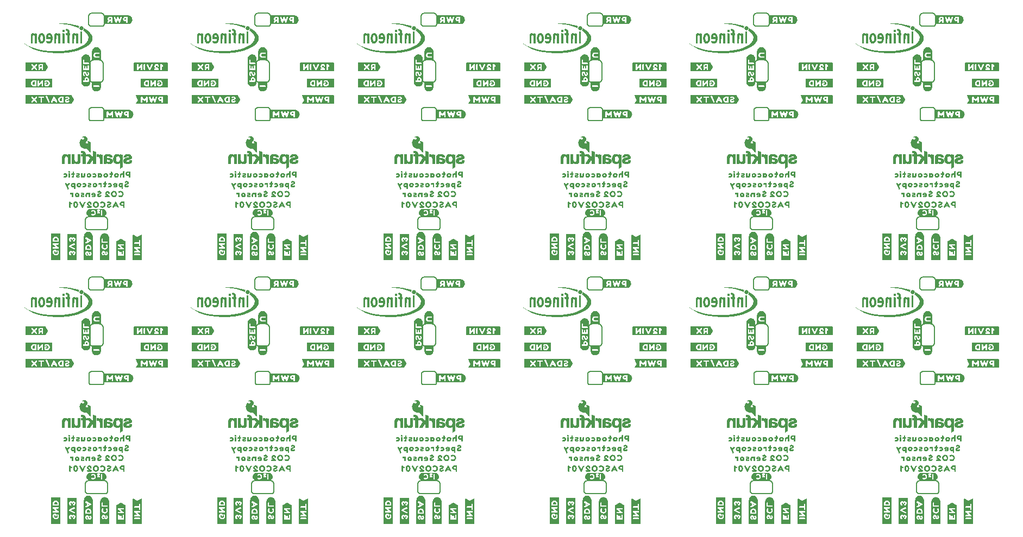
<source format=gbo>
G04 EAGLE Gerber RS-274X export*
G75*
%MOMM*%
%FSLAX34Y34*%
%LPD*%
%INSilkscreen Bottom*%
%IPPOS*%
%AMOC8*
5,1,8,0,0,1.08239X$1,22.5*%
G01*
%ADD10C,0.203200*%
%ADD11C,0.152400*%
%ADD12C,0.630000*%
%ADD13C,0.400000*%

G36*
X1383930Y259873D02*
X1383930Y259873D01*
X1383942Y259875D01*
X1384242Y260375D01*
X1384242Y260378D01*
X1384244Y260378D01*
X1387244Y266478D01*
X1387243Y266483D01*
X1387247Y266486D01*
X1387241Y266494D01*
X1387249Y266500D01*
X1387249Y267100D01*
X1387239Y267113D01*
X1387244Y267123D01*
X1384144Y273123D01*
X1384131Y273129D01*
X1384131Y273138D01*
X1383631Y273538D01*
X1383611Y273539D01*
X1383609Y273542D01*
X1383605Y273542D01*
X1383600Y273549D01*
X1311500Y273549D01*
X1311453Y273513D01*
X1311456Y273509D01*
X1311453Y273506D01*
X1311455Y273503D01*
X1311451Y273500D01*
X1311451Y260000D01*
X1311487Y259953D01*
X1311490Y259955D01*
X1311492Y259951D01*
X1312092Y259851D01*
X1312097Y259854D01*
X1312100Y259851D01*
X1383900Y259851D01*
X1383930Y259873D01*
G37*
G36*
X865770Y259873D02*
X865770Y259873D01*
X865782Y259875D01*
X866082Y260375D01*
X866082Y260378D01*
X866084Y260378D01*
X869084Y266478D01*
X869083Y266483D01*
X869087Y266486D01*
X869081Y266494D01*
X869089Y266500D01*
X869089Y267100D01*
X869079Y267113D01*
X869084Y267123D01*
X865984Y273123D01*
X865971Y273129D01*
X865971Y273138D01*
X865471Y273538D01*
X865451Y273539D01*
X865449Y273542D01*
X865445Y273542D01*
X865440Y273549D01*
X793340Y273549D01*
X793293Y273513D01*
X793296Y273509D01*
X793293Y273506D01*
X793295Y273503D01*
X793291Y273500D01*
X793291Y260000D01*
X793327Y259953D01*
X793330Y259955D01*
X793332Y259951D01*
X793932Y259851D01*
X793937Y259854D01*
X793940Y259851D01*
X865740Y259851D01*
X865770Y259873D01*
G37*
G36*
X865770Y671353D02*
X865770Y671353D01*
X865782Y671355D01*
X866082Y671855D01*
X866082Y671858D01*
X866084Y671858D01*
X869084Y677958D01*
X869083Y677963D01*
X869087Y677966D01*
X869081Y677974D01*
X869089Y677980D01*
X869089Y678580D01*
X869079Y678593D01*
X869084Y678603D01*
X865984Y684603D01*
X865971Y684609D01*
X865971Y684618D01*
X865471Y685018D01*
X865451Y685019D01*
X865449Y685022D01*
X865445Y685022D01*
X865440Y685029D01*
X793340Y685029D01*
X793293Y684993D01*
X793296Y684989D01*
X793293Y684986D01*
X793295Y684983D01*
X793291Y684980D01*
X793291Y671480D01*
X793327Y671433D01*
X793330Y671435D01*
X793332Y671431D01*
X793932Y671331D01*
X793937Y671334D01*
X793940Y671331D01*
X865740Y671331D01*
X865770Y671353D01*
G37*
G36*
X88530Y671353D02*
X88530Y671353D01*
X88542Y671355D01*
X88842Y671855D01*
X88842Y671858D01*
X88844Y671858D01*
X91844Y677958D01*
X91843Y677963D01*
X91847Y677966D01*
X91841Y677974D01*
X91849Y677980D01*
X91849Y678580D01*
X91839Y678593D01*
X91844Y678603D01*
X88744Y684603D01*
X88731Y684609D01*
X88731Y684618D01*
X88231Y685018D01*
X88211Y685019D01*
X88209Y685022D01*
X88205Y685022D01*
X88200Y685029D01*
X16100Y685029D01*
X16053Y684993D01*
X16056Y684989D01*
X16053Y684986D01*
X16055Y684983D01*
X16051Y684980D01*
X16051Y671480D01*
X16087Y671433D01*
X16090Y671435D01*
X16092Y671431D01*
X16692Y671331D01*
X16697Y671334D01*
X16700Y671331D01*
X88500Y671331D01*
X88530Y671353D01*
G37*
G36*
X1124850Y259873D02*
X1124850Y259873D01*
X1124862Y259875D01*
X1125162Y260375D01*
X1125162Y260378D01*
X1125164Y260378D01*
X1128164Y266478D01*
X1128163Y266483D01*
X1128167Y266486D01*
X1128161Y266494D01*
X1128169Y266500D01*
X1128169Y267100D01*
X1128159Y267113D01*
X1128164Y267123D01*
X1125064Y273123D01*
X1125051Y273129D01*
X1125051Y273138D01*
X1124551Y273538D01*
X1124531Y273539D01*
X1124529Y273542D01*
X1124525Y273542D01*
X1124520Y273549D01*
X1052420Y273549D01*
X1052373Y273513D01*
X1052376Y273509D01*
X1052373Y273506D01*
X1052375Y273503D01*
X1052371Y273500D01*
X1052371Y260000D01*
X1052407Y259953D01*
X1052410Y259955D01*
X1052412Y259951D01*
X1053012Y259851D01*
X1053017Y259854D01*
X1053020Y259851D01*
X1124820Y259851D01*
X1124850Y259873D01*
G37*
G36*
X347610Y671353D02*
X347610Y671353D01*
X347622Y671355D01*
X347922Y671855D01*
X347922Y671858D01*
X347924Y671858D01*
X350924Y677958D01*
X350923Y677963D01*
X350927Y677966D01*
X350921Y677974D01*
X350929Y677980D01*
X350929Y678580D01*
X350919Y678593D01*
X350924Y678603D01*
X347824Y684603D01*
X347811Y684609D01*
X347811Y684618D01*
X347311Y685018D01*
X347291Y685019D01*
X347289Y685022D01*
X347285Y685022D01*
X347280Y685029D01*
X275180Y685029D01*
X275133Y684993D01*
X275136Y684989D01*
X275133Y684986D01*
X275135Y684983D01*
X275131Y684980D01*
X275131Y671480D01*
X275167Y671433D01*
X275170Y671435D01*
X275172Y671431D01*
X275772Y671331D01*
X275777Y671334D01*
X275780Y671331D01*
X347580Y671331D01*
X347610Y671353D01*
G37*
G36*
X347610Y259873D02*
X347610Y259873D01*
X347622Y259875D01*
X347922Y260375D01*
X347922Y260378D01*
X347924Y260378D01*
X350924Y266478D01*
X350923Y266483D01*
X350927Y266486D01*
X350921Y266494D01*
X350929Y266500D01*
X350929Y267100D01*
X350919Y267113D01*
X350924Y267123D01*
X347824Y273123D01*
X347811Y273129D01*
X347811Y273138D01*
X347311Y273538D01*
X347291Y273539D01*
X347289Y273542D01*
X347285Y273542D01*
X347280Y273549D01*
X275180Y273549D01*
X275133Y273513D01*
X275136Y273509D01*
X275133Y273506D01*
X275135Y273503D01*
X275131Y273500D01*
X275131Y260000D01*
X275167Y259953D01*
X275170Y259955D01*
X275172Y259951D01*
X275772Y259851D01*
X275777Y259854D01*
X275780Y259851D01*
X347580Y259851D01*
X347610Y259873D01*
G37*
G36*
X88530Y259873D02*
X88530Y259873D01*
X88542Y259875D01*
X88842Y260375D01*
X88842Y260378D01*
X88844Y260378D01*
X91844Y266478D01*
X91843Y266483D01*
X91847Y266486D01*
X91841Y266494D01*
X91849Y266500D01*
X91849Y267100D01*
X91839Y267113D01*
X91844Y267123D01*
X88744Y273123D01*
X88731Y273129D01*
X88731Y273138D01*
X88231Y273538D01*
X88211Y273539D01*
X88209Y273542D01*
X88205Y273542D01*
X88200Y273549D01*
X16100Y273549D01*
X16053Y273513D01*
X16056Y273509D01*
X16053Y273506D01*
X16055Y273503D01*
X16051Y273500D01*
X16051Y260000D01*
X16087Y259953D01*
X16090Y259955D01*
X16092Y259951D01*
X16692Y259851D01*
X16697Y259854D01*
X16700Y259851D01*
X88500Y259851D01*
X88530Y259873D01*
G37*
G36*
X1124850Y671353D02*
X1124850Y671353D01*
X1124862Y671355D01*
X1125162Y671855D01*
X1125162Y671858D01*
X1125164Y671858D01*
X1128164Y677958D01*
X1128163Y677963D01*
X1128167Y677966D01*
X1128161Y677974D01*
X1128169Y677980D01*
X1128169Y678580D01*
X1128159Y678593D01*
X1128164Y678603D01*
X1125064Y684603D01*
X1125051Y684609D01*
X1125051Y684618D01*
X1124551Y685018D01*
X1124531Y685019D01*
X1124529Y685022D01*
X1124525Y685022D01*
X1124520Y685029D01*
X1052420Y685029D01*
X1052373Y684993D01*
X1052376Y684989D01*
X1052373Y684986D01*
X1052375Y684983D01*
X1052371Y684980D01*
X1052371Y671480D01*
X1052407Y671433D01*
X1052410Y671435D01*
X1052412Y671431D01*
X1053012Y671331D01*
X1053017Y671334D01*
X1053020Y671331D01*
X1124820Y671331D01*
X1124850Y671353D01*
G37*
G36*
X606690Y671353D02*
X606690Y671353D01*
X606702Y671355D01*
X607002Y671855D01*
X607002Y671858D01*
X607004Y671858D01*
X610004Y677958D01*
X610003Y677963D01*
X610007Y677966D01*
X610001Y677974D01*
X610009Y677980D01*
X610009Y678580D01*
X609999Y678593D01*
X610004Y678603D01*
X606904Y684603D01*
X606891Y684609D01*
X606891Y684618D01*
X606391Y685018D01*
X606371Y685019D01*
X606369Y685022D01*
X606365Y685022D01*
X606360Y685029D01*
X534260Y685029D01*
X534213Y684993D01*
X534216Y684989D01*
X534213Y684986D01*
X534215Y684983D01*
X534211Y684980D01*
X534211Y671480D01*
X534247Y671433D01*
X534250Y671435D01*
X534252Y671431D01*
X534852Y671331D01*
X534857Y671334D01*
X534860Y671331D01*
X606660Y671331D01*
X606690Y671353D01*
G37*
G36*
X1383930Y671353D02*
X1383930Y671353D01*
X1383942Y671355D01*
X1384242Y671855D01*
X1384242Y671858D01*
X1384244Y671858D01*
X1387244Y677958D01*
X1387243Y677963D01*
X1387247Y677966D01*
X1387241Y677974D01*
X1387249Y677980D01*
X1387249Y678580D01*
X1387239Y678593D01*
X1387244Y678603D01*
X1384144Y684603D01*
X1384131Y684609D01*
X1384131Y684618D01*
X1383631Y685018D01*
X1383611Y685019D01*
X1383609Y685022D01*
X1383605Y685022D01*
X1383600Y685029D01*
X1311500Y685029D01*
X1311453Y684993D01*
X1311456Y684989D01*
X1311453Y684986D01*
X1311455Y684983D01*
X1311451Y684980D01*
X1311451Y671480D01*
X1311487Y671433D01*
X1311490Y671435D01*
X1311492Y671431D01*
X1312092Y671331D01*
X1312097Y671334D01*
X1312100Y671331D01*
X1383900Y671331D01*
X1383930Y671353D01*
G37*
G36*
X606690Y259873D02*
X606690Y259873D01*
X606702Y259875D01*
X607002Y260375D01*
X607002Y260378D01*
X607004Y260378D01*
X610004Y266478D01*
X610003Y266483D01*
X610007Y266486D01*
X610001Y266494D01*
X610009Y266500D01*
X610009Y267100D01*
X609999Y267113D01*
X610004Y267123D01*
X606904Y273123D01*
X606891Y273129D01*
X606891Y273138D01*
X606391Y273538D01*
X606371Y273539D01*
X606369Y273542D01*
X606365Y273542D01*
X606360Y273549D01*
X534260Y273549D01*
X534213Y273513D01*
X534216Y273509D01*
X534213Y273506D01*
X534215Y273503D01*
X534211Y273500D01*
X534211Y260000D01*
X534247Y259953D01*
X534250Y259955D01*
X534252Y259951D01*
X534852Y259851D01*
X534857Y259854D01*
X534860Y259851D01*
X606660Y259851D01*
X606690Y259873D01*
G37*
G36*
X496706Y722150D02*
X496706Y722150D01*
X496719Y722150D01*
X497019Y722550D01*
X497019Y722558D01*
X497023Y722561D01*
X497019Y722565D01*
X497019Y722572D01*
X497029Y722580D01*
X497029Y735480D01*
X497013Y735501D01*
X497015Y735515D01*
X496715Y735815D01*
X496690Y735818D01*
X496687Y735822D01*
X496685Y735822D01*
X496680Y735829D01*
X444880Y735829D01*
X444871Y735822D01*
X444867Y735822D01*
X444862Y735826D01*
X444362Y735626D01*
X444346Y735599D01*
X444333Y735589D01*
X444336Y735584D01*
X444331Y735580D01*
X444331Y722680D01*
X444339Y722669D01*
X444334Y722662D01*
X444534Y722162D01*
X444575Y722137D01*
X444580Y722131D01*
X496680Y722131D01*
X496706Y722150D01*
G37*
G36*
X496706Y310670D02*
X496706Y310670D01*
X496719Y310670D01*
X497019Y311070D01*
X497019Y311078D01*
X497023Y311081D01*
X497019Y311085D01*
X497019Y311092D01*
X497029Y311100D01*
X497029Y324000D01*
X497013Y324021D01*
X497015Y324035D01*
X496715Y324335D01*
X496690Y324338D01*
X496687Y324342D01*
X496685Y324342D01*
X496680Y324349D01*
X444880Y324349D01*
X444871Y324342D01*
X444867Y324342D01*
X444862Y324346D01*
X444362Y324146D01*
X444346Y324119D01*
X444333Y324109D01*
X444336Y324104D01*
X444331Y324100D01*
X444331Y311200D01*
X444339Y311189D01*
X444334Y311182D01*
X444534Y310682D01*
X444575Y310657D01*
X444580Y310651D01*
X496680Y310651D01*
X496706Y310670D01*
G37*
G36*
X755786Y722150D02*
X755786Y722150D01*
X755799Y722150D01*
X756099Y722550D01*
X756099Y722558D01*
X756103Y722561D01*
X756099Y722565D01*
X756099Y722572D01*
X756109Y722580D01*
X756109Y735480D01*
X756093Y735501D01*
X756095Y735515D01*
X755795Y735815D01*
X755770Y735818D01*
X755767Y735822D01*
X755765Y735822D01*
X755760Y735829D01*
X703960Y735829D01*
X703951Y735822D01*
X703947Y735822D01*
X703942Y735826D01*
X703442Y735626D01*
X703426Y735599D01*
X703413Y735589D01*
X703416Y735584D01*
X703411Y735580D01*
X703411Y722680D01*
X703419Y722669D01*
X703414Y722662D01*
X703614Y722162D01*
X703655Y722137D01*
X703660Y722131D01*
X755760Y722131D01*
X755786Y722150D01*
G37*
G36*
X1014866Y310670D02*
X1014866Y310670D01*
X1014879Y310670D01*
X1015179Y311070D01*
X1015179Y311078D01*
X1015183Y311081D01*
X1015179Y311085D01*
X1015179Y311092D01*
X1015189Y311100D01*
X1015189Y324000D01*
X1015173Y324021D01*
X1015175Y324035D01*
X1014875Y324335D01*
X1014850Y324338D01*
X1014847Y324342D01*
X1014845Y324342D01*
X1014840Y324349D01*
X963040Y324349D01*
X963031Y324342D01*
X963027Y324342D01*
X963022Y324346D01*
X962522Y324146D01*
X962506Y324119D01*
X962493Y324109D01*
X962496Y324104D01*
X962491Y324100D01*
X962491Y311200D01*
X962499Y311189D01*
X962494Y311182D01*
X962694Y310682D01*
X962735Y310657D01*
X962740Y310651D01*
X1014840Y310651D01*
X1014866Y310670D01*
G37*
G36*
X1273946Y310670D02*
X1273946Y310670D01*
X1273959Y310670D01*
X1274259Y311070D01*
X1274259Y311078D01*
X1274263Y311081D01*
X1274259Y311085D01*
X1274259Y311092D01*
X1274269Y311100D01*
X1274269Y324000D01*
X1274253Y324021D01*
X1274255Y324035D01*
X1273955Y324335D01*
X1273930Y324338D01*
X1273927Y324342D01*
X1273925Y324342D01*
X1273920Y324349D01*
X1222120Y324349D01*
X1222111Y324342D01*
X1222107Y324342D01*
X1222102Y324346D01*
X1221602Y324146D01*
X1221586Y324119D01*
X1221573Y324109D01*
X1221576Y324104D01*
X1221571Y324100D01*
X1221571Y311200D01*
X1221579Y311189D01*
X1221574Y311182D01*
X1221774Y310682D01*
X1221815Y310657D01*
X1221820Y310651D01*
X1273920Y310651D01*
X1273946Y310670D01*
G37*
G36*
X755786Y310670D02*
X755786Y310670D01*
X755799Y310670D01*
X756099Y311070D01*
X756099Y311078D01*
X756103Y311081D01*
X756099Y311085D01*
X756099Y311092D01*
X756109Y311100D01*
X756109Y324000D01*
X756093Y324021D01*
X756095Y324035D01*
X755795Y324335D01*
X755770Y324338D01*
X755767Y324342D01*
X755765Y324342D01*
X755760Y324349D01*
X703960Y324349D01*
X703951Y324342D01*
X703947Y324342D01*
X703942Y324346D01*
X703442Y324146D01*
X703426Y324119D01*
X703413Y324109D01*
X703416Y324104D01*
X703411Y324100D01*
X703411Y311200D01*
X703419Y311189D01*
X703414Y311182D01*
X703614Y310682D01*
X703655Y310657D01*
X703660Y310651D01*
X755760Y310651D01*
X755786Y310670D01*
G37*
G36*
X237626Y310670D02*
X237626Y310670D01*
X237639Y310670D01*
X237939Y311070D01*
X237939Y311078D01*
X237943Y311081D01*
X237939Y311085D01*
X237939Y311092D01*
X237949Y311100D01*
X237949Y324000D01*
X237933Y324021D01*
X237935Y324035D01*
X237635Y324335D01*
X237610Y324338D01*
X237607Y324342D01*
X237605Y324342D01*
X237600Y324349D01*
X185800Y324349D01*
X185791Y324342D01*
X185787Y324342D01*
X185782Y324346D01*
X185282Y324146D01*
X185266Y324119D01*
X185253Y324109D01*
X185256Y324104D01*
X185251Y324100D01*
X185251Y311200D01*
X185259Y311189D01*
X185254Y311182D01*
X185454Y310682D01*
X185495Y310657D01*
X185500Y310651D01*
X237600Y310651D01*
X237626Y310670D01*
G37*
G36*
X237626Y722150D02*
X237626Y722150D01*
X237639Y722150D01*
X237939Y722550D01*
X237939Y722558D01*
X237943Y722561D01*
X237939Y722565D01*
X237939Y722572D01*
X237949Y722580D01*
X237949Y735480D01*
X237933Y735501D01*
X237935Y735515D01*
X237635Y735815D01*
X237610Y735818D01*
X237607Y735822D01*
X237605Y735822D01*
X237600Y735829D01*
X185800Y735829D01*
X185791Y735822D01*
X185787Y735822D01*
X185782Y735826D01*
X185282Y735626D01*
X185266Y735599D01*
X185253Y735589D01*
X185256Y735584D01*
X185251Y735580D01*
X185251Y722680D01*
X185259Y722669D01*
X185254Y722662D01*
X185454Y722162D01*
X185495Y722137D01*
X185500Y722131D01*
X237600Y722131D01*
X237626Y722150D01*
G37*
G36*
X1533026Y722150D02*
X1533026Y722150D01*
X1533039Y722150D01*
X1533339Y722550D01*
X1533339Y722558D01*
X1533343Y722561D01*
X1533339Y722565D01*
X1533339Y722572D01*
X1533349Y722580D01*
X1533349Y735480D01*
X1533333Y735501D01*
X1533335Y735515D01*
X1533035Y735815D01*
X1533010Y735818D01*
X1533007Y735822D01*
X1533005Y735822D01*
X1533000Y735829D01*
X1481200Y735829D01*
X1481191Y735822D01*
X1481187Y735822D01*
X1481182Y735826D01*
X1480682Y735626D01*
X1480666Y735599D01*
X1480653Y735589D01*
X1480656Y735584D01*
X1480651Y735580D01*
X1480651Y722680D01*
X1480659Y722669D01*
X1480654Y722662D01*
X1480854Y722162D01*
X1480895Y722137D01*
X1480900Y722131D01*
X1533000Y722131D01*
X1533026Y722150D01*
G37*
G36*
X1014866Y722150D02*
X1014866Y722150D01*
X1014879Y722150D01*
X1015179Y722550D01*
X1015179Y722558D01*
X1015183Y722561D01*
X1015179Y722565D01*
X1015179Y722572D01*
X1015189Y722580D01*
X1015189Y735480D01*
X1015173Y735501D01*
X1015175Y735515D01*
X1014875Y735815D01*
X1014850Y735818D01*
X1014847Y735822D01*
X1014845Y735822D01*
X1014840Y735829D01*
X963040Y735829D01*
X963031Y735822D01*
X963027Y735822D01*
X963022Y735826D01*
X962522Y735626D01*
X962506Y735599D01*
X962493Y735589D01*
X962496Y735584D01*
X962491Y735580D01*
X962491Y722680D01*
X962499Y722669D01*
X962494Y722662D01*
X962694Y722162D01*
X962735Y722137D01*
X962740Y722131D01*
X1014840Y722131D01*
X1014866Y722150D01*
G37*
G36*
X1273946Y722150D02*
X1273946Y722150D01*
X1273959Y722150D01*
X1274259Y722550D01*
X1274259Y722558D01*
X1274263Y722561D01*
X1274259Y722565D01*
X1274259Y722572D01*
X1274269Y722580D01*
X1274269Y735480D01*
X1274253Y735501D01*
X1274255Y735515D01*
X1273955Y735815D01*
X1273930Y735818D01*
X1273927Y735822D01*
X1273925Y735822D01*
X1273920Y735829D01*
X1222120Y735829D01*
X1222111Y735822D01*
X1222107Y735822D01*
X1222102Y735826D01*
X1221602Y735626D01*
X1221586Y735599D01*
X1221573Y735589D01*
X1221576Y735584D01*
X1221571Y735580D01*
X1221571Y722680D01*
X1221579Y722669D01*
X1221574Y722662D01*
X1221774Y722162D01*
X1221815Y722137D01*
X1221820Y722131D01*
X1273920Y722131D01*
X1273946Y722150D01*
G37*
G36*
X1533026Y310670D02*
X1533026Y310670D01*
X1533039Y310670D01*
X1533339Y311070D01*
X1533339Y311078D01*
X1533343Y311081D01*
X1533339Y311085D01*
X1533339Y311092D01*
X1533349Y311100D01*
X1533349Y324000D01*
X1533333Y324021D01*
X1533335Y324035D01*
X1533035Y324335D01*
X1533010Y324338D01*
X1533007Y324342D01*
X1533005Y324342D01*
X1533000Y324349D01*
X1481200Y324349D01*
X1481191Y324342D01*
X1481187Y324342D01*
X1481182Y324346D01*
X1480682Y324146D01*
X1480666Y324119D01*
X1480653Y324109D01*
X1480656Y324104D01*
X1480651Y324100D01*
X1480651Y311200D01*
X1480659Y311189D01*
X1480654Y311182D01*
X1480854Y310682D01*
X1480895Y310657D01*
X1480900Y310651D01*
X1533000Y310651D01*
X1533026Y310670D01*
G37*
G36*
X1014758Y671344D02*
X1014758Y671344D01*
X1014770Y671341D01*
X1015170Y671641D01*
X1015174Y671657D01*
X1015181Y671662D01*
X1015177Y671668D01*
X1015179Y671672D01*
X1015189Y671680D01*
X1015189Y684480D01*
X1015181Y684491D01*
X1015186Y684498D01*
X1014986Y684998D01*
X1014945Y685023D01*
X1014940Y685029D01*
X965740Y685029D01*
X965731Y685022D01*
X965730Y685022D01*
X965723Y685017D01*
X965713Y685021D01*
X965413Y684821D01*
X965404Y684797D01*
X965395Y684789D01*
X965399Y684783D01*
X965393Y684765D01*
X965398Y684763D01*
X965396Y684758D01*
X968394Y678661D01*
X968587Y678084D01*
X965296Y671402D01*
X965297Y671397D01*
X965293Y671393D01*
X965299Y671385D01*
X965307Y671343D01*
X965327Y671347D01*
X965340Y671331D01*
X1014740Y671331D01*
X1014758Y671344D01*
G37*
G36*
X1273838Y671344D02*
X1273838Y671344D01*
X1273850Y671341D01*
X1274250Y671641D01*
X1274254Y671657D01*
X1274261Y671662D01*
X1274257Y671668D01*
X1274259Y671672D01*
X1274269Y671680D01*
X1274269Y684480D01*
X1274261Y684491D01*
X1274266Y684498D01*
X1274066Y684998D01*
X1274025Y685023D01*
X1274020Y685029D01*
X1224820Y685029D01*
X1224811Y685022D01*
X1224810Y685022D01*
X1224803Y685017D01*
X1224793Y685021D01*
X1224493Y684821D01*
X1224484Y684797D01*
X1224475Y684789D01*
X1224479Y684783D01*
X1224473Y684765D01*
X1224478Y684763D01*
X1224476Y684758D01*
X1227474Y678661D01*
X1227667Y678084D01*
X1224376Y671402D01*
X1224377Y671397D01*
X1224373Y671393D01*
X1224379Y671385D01*
X1224387Y671343D01*
X1224407Y671347D01*
X1224420Y671331D01*
X1273820Y671331D01*
X1273838Y671344D01*
G37*
G36*
X496598Y671344D02*
X496598Y671344D01*
X496610Y671341D01*
X497010Y671641D01*
X497014Y671657D01*
X497021Y671662D01*
X497017Y671668D01*
X497019Y671672D01*
X497029Y671680D01*
X497029Y684480D01*
X497021Y684491D01*
X497026Y684498D01*
X496826Y684998D01*
X496785Y685023D01*
X496780Y685029D01*
X447580Y685029D01*
X447571Y685022D01*
X447570Y685022D01*
X447563Y685017D01*
X447553Y685021D01*
X447253Y684821D01*
X447244Y684797D01*
X447235Y684789D01*
X447239Y684783D01*
X447233Y684765D01*
X447238Y684763D01*
X447236Y684758D01*
X450234Y678661D01*
X450427Y678084D01*
X447136Y671402D01*
X447137Y671397D01*
X447133Y671393D01*
X447139Y671385D01*
X447147Y671343D01*
X447167Y671347D01*
X447180Y671331D01*
X496580Y671331D01*
X496598Y671344D01*
G37*
G36*
X1532918Y671344D02*
X1532918Y671344D01*
X1532930Y671341D01*
X1533330Y671641D01*
X1533334Y671657D01*
X1533341Y671662D01*
X1533337Y671668D01*
X1533339Y671672D01*
X1533349Y671680D01*
X1533349Y684480D01*
X1533341Y684491D01*
X1533346Y684498D01*
X1533146Y684998D01*
X1533105Y685023D01*
X1533100Y685029D01*
X1483900Y685029D01*
X1483891Y685022D01*
X1483890Y685022D01*
X1483883Y685017D01*
X1483873Y685021D01*
X1483573Y684821D01*
X1483564Y684797D01*
X1483555Y684789D01*
X1483559Y684783D01*
X1483553Y684765D01*
X1483558Y684763D01*
X1483556Y684758D01*
X1486554Y678661D01*
X1486747Y678084D01*
X1483456Y671402D01*
X1483457Y671397D01*
X1483453Y671393D01*
X1483459Y671385D01*
X1483467Y671343D01*
X1483487Y671347D01*
X1483500Y671331D01*
X1532900Y671331D01*
X1532918Y671344D01*
G37*
G36*
X237518Y671344D02*
X237518Y671344D01*
X237530Y671341D01*
X237930Y671641D01*
X237934Y671657D01*
X237941Y671662D01*
X237937Y671668D01*
X237939Y671672D01*
X237949Y671680D01*
X237949Y684480D01*
X237941Y684491D01*
X237946Y684498D01*
X237746Y684998D01*
X237705Y685023D01*
X237700Y685029D01*
X188500Y685029D01*
X188491Y685022D01*
X188490Y685022D01*
X188483Y685017D01*
X188473Y685021D01*
X188173Y684821D01*
X188164Y684797D01*
X188155Y684789D01*
X188159Y684783D01*
X188153Y684765D01*
X188158Y684763D01*
X188156Y684758D01*
X191154Y678661D01*
X191347Y678084D01*
X188056Y671402D01*
X188057Y671397D01*
X188053Y671393D01*
X188059Y671385D01*
X188067Y671343D01*
X188087Y671347D01*
X188100Y671331D01*
X237500Y671331D01*
X237518Y671344D01*
G37*
G36*
X496598Y259864D02*
X496598Y259864D01*
X496610Y259861D01*
X497010Y260161D01*
X497014Y260177D01*
X497021Y260182D01*
X497017Y260188D01*
X497019Y260192D01*
X497029Y260200D01*
X497029Y273000D01*
X497021Y273011D01*
X497026Y273018D01*
X496826Y273518D01*
X496785Y273543D01*
X496780Y273549D01*
X447580Y273549D01*
X447571Y273542D01*
X447570Y273542D01*
X447563Y273537D01*
X447553Y273541D01*
X447253Y273341D01*
X447244Y273317D01*
X447235Y273309D01*
X447239Y273303D01*
X447233Y273285D01*
X447238Y273283D01*
X447236Y273278D01*
X450234Y267181D01*
X450427Y266604D01*
X447136Y259922D01*
X447137Y259917D01*
X447133Y259913D01*
X447139Y259905D01*
X447147Y259863D01*
X447167Y259867D01*
X447180Y259851D01*
X496580Y259851D01*
X496598Y259864D01*
G37*
G36*
X1273838Y259864D02*
X1273838Y259864D01*
X1273850Y259861D01*
X1274250Y260161D01*
X1274254Y260177D01*
X1274261Y260182D01*
X1274257Y260188D01*
X1274259Y260192D01*
X1274269Y260200D01*
X1274269Y273000D01*
X1274261Y273011D01*
X1274266Y273018D01*
X1274066Y273518D01*
X1274025Y273543D01*
X1274020Y273549D01*
X1224820Y273549D01*
X1224811Y273542D01*
X1224810Y273542D01*
X1224803Y273537D01*
X1224793Y273541D01*
X1224493Y273341D01*
X1224484Y273317D01*
X1224475Y273309D01*
X1224479Y273303D01*
X1224473Y273285D01*
X1224478Y273283D01*
X1224476Y273278D01*
X1227474Y267181D01*
X1227667Y266604D01*
X1224376Y259922D01*
X1224377Y259917D01*
X1224373Y259913D01*
X1224379Y259905D01*
X1224387Y259863D01*
X1224407Y259867D01*
X1224420Y259851D01*
X1273820Y259851D01*
X1273838Y259864D01*
G37*
G36*
X1014758Y259864D02*
X1014758Y259864D01*
X1014770Y259861D01*
X1015170Y260161D01*
X1015174Y260177D01*
X1015181Y260182D01*
X1015177Y260188D01*
X1015179Y260192D01*
X1015189Y260200D01*
X1015189Y273000D01*
X1015181Y273011D01*
X1015186Y273018D01*
X1014986Y273518D01*
X1014945Y273543D01*
X1014940Y273549D01*
X965740Y273549D01*
X965731Y273542D01*
X965730Y273542D01*
X965723Y273537D01*
X965713Y273541D01*
X965413Y273341D01*
X965404Y273317D01*
X965395Y273309D01*
X965399Y273303D01*
X965393Y273285D01*
X965398Y273283D01*
X965396Y273278D01*
X968394Y267181D01*
X968587Y266604D01*
X965296Y259922D01*
X965297Y259917D01*
X965293Y259913D01*
X965299Y259905D01*
X965307Y259863D01*
X965327Y259867D01*
X965340Y259851D01*
X1014740Y259851D01*
X1014758Y259864D01*
G37*
G36*
X1532918Y259864D02*
X1532918Y259864D01*
X1532930Y259861D01*
X1533330Y260161D01*
X1533334Y260177D01*
X1533341Y260182D01*
X1533337Y260188D01*
X1533339Y260192D01*
X1533349Y260200D01*
X1533349Y273000D01*
X1533341Y273011D01*
X1533346Y273018D01*
X1533146Y273518D01*
X1533105Y273543D01*
X1533100Y273549D01*
X1483900Y273549D01*
X1483891Y273542D01*
X1483890Y273542D01*
X1483883Y273537D01*
X1483873Y273541D01*
X1483573Y273341D01*
X1483564Y273317D01*
X1483555Y273309D01*
X1483559Y273303D01*
X1483553Y273285D01*
X1483558Y273283D01*
X1483556Y273278D01*
X1486554Y267181D01*
X1486747Y266604D01*
X1483456Y259922D01*
X1483457Y259917D01*
X1483453Y259913D01*
X1483459Y259905D01*
X1483467Y259863D01*
X1483487Y259867D01*
X1483500Y259851D01*
X1532900Y259851D01*
X1532918Y259864D01*
G37*
G36*
X755678Y259864D02*
X755678Y259864D01*
X755690Y259861D01*
X756090Y260161D01*
X756094Y260177D01*
X756101Y260182D01*
X756097Y260188D01*
X756099Y260192D01*
X756109Y260200D01*
X756109Y273000D01*
X756101Y273011D01*
X756106Y273018D01*
X755906Y273518D01*
X755865Y273543D01*
X755860Y273549D01*
X706660Y273549D01*
X706651Y273542D01*
X706650Y273542D01*
X706643Y273537D01*
X706633Y273541D01*
X706333Y273341D01*
X706324Y273317D01*
X706315Y273309D01*
X706319Y273303D01*
X706313Y273285D01*
X706318Y273283D01*
X706316Y273278D01*
X709314Y267181D01*
X709507Y266604D01*
X706216Y259922D01*
X706217Y259917D01*
X706213Y259913D01*
X706219Y259905D01*
X706227Y259863D01*
X706247Y259867D01*
X706260Y259851D01*
X755660Y259851D01*
X755678Y259864D01*
G37*
G36*
X237518Y259864D02*
X237518Y259864D01*
X237530Y259861D01*
X237930Y260161D01*
X237934Y260177D01*
X237941Y260182D01*
X237937Y260188D01*
X237939Y260192D01*
X237949Y260200D01*
X237949Y273000D01*
X237941Y273011D01*
X237946Y273018D01*
X237746Y273518D01*
X237705Y273543D01*
X237700Y273549D01*
X188500Y273549D01*
X188491Y273542D01*
X188490Y273542D01*
X188483Y273537D01*
X188473Y273541D01*
X188173Y273341D01*
X188164Y273317D01*
X188155Y273309D01*
X188159Y273303D01*
X188153Y273285D01*
X188158Y273283D01*
X188156Y273278D01*
X191154Y267181D01*
X191347Y266604D01*
X188056Y259922D01*
X188057Y259917D01*
X188053Y259913D01*
X188059Y259905D01*
X188067Y259863D01*
X188087Y259867D01*
X188100Y259851D01*
X237500Y259851D01*
X237518Y259864D01*
G37*
G36*
X755678Y671344D02*
X755678Y671344D01*
X755690Y671341D01*
X756090Y671641D01*
X756094Y671657D01*
X756101Y671662D01*
X756097Y671668D01*
X756099Y671672D01*
X756109Y671680D01*
X756109Y684480D01*
X756101Y684491D01*
X756106Y684498D01*
X755906Y684998D01*
X755865Y685023D01*
X755860Y685029D01*
X706660Y685029D01*
X706651Y685022D01*
X706650Y685022D01*
X706643Y685017D01*
X706633Y685021D01*
X706333Y684821D01*
X706324Y684797D01*
X706315Y684789D01*
X706319Y684783D01*
X706313Y684765D01*
X706318Y684763D01*
X706316Y684758D01*
X709314Y678661D01*
X709507Y678084D01*
X706216Y671402D01*
X706217Y671397D01*
X706213Y671393D01*
X706219Y671385D01*
X706227Y671343D01*
X706247Y671347D01*
X706260Y671331D01*
X755660Y671331D01*
X755678Y671344D01*
G37*
G36*
X1147415Y698454D02*
X1147415Y698454D01*
X1147418Y698451D01*
X1148018Y698551D01*
X1148021Y698555D01*
X1148024Y698553D01*
X1148724Y698753D01*
X1148725Y698754D01*
X1148726Y698753D01*
X1149326Y698953D01*
X1149329Y698958D01*
X1149332Y698956D01*
X1150532Y699556D01*
X1150534Y699560D01*
X1150537Y699559D01*
X1151137Y699959D01*
X1151140Y699966D01*
X1151145Y699965D01*
X1151645Y700465D01*
X1151645Y700469D01*
X1151648Y700469D01*
X1152448Y701469D01*
X1152449Y701473D01*
X1152451Y701473D01*
X1152851Y702073D01*
X1152851Y702077D01*
X1152854Y702078D01*
X1153154Y702678D01*
X1153153Y702683D01*
X1153157Y702684D01*
X1153357Y703284D01*
X1153356Y703286D01*
X1153357Y703286D01*
X1153365Y703313D01*
X1153407Y703461D01*
X1153421Y703510D01*
X1153463Y703658D01*
X1153464Y703658D01*
X1153463Y703658D01*
X1153506Y703806D01*
X1153520Y703855D01*
X1153557Y703986D01*
X1153554Y703996D01*
X1153559Y704000D01*
X1153559Y704696D01*
X1153659Y705292D01*
X1153656Y705297D01*
X1153659Y705300D01*
X1153659Y741900D01*
X1153656Y741904D01*
X1153659Y741907D01*
X1153559Y742607D01*
X1153558Y742608D01*
X1153559Y742608D01*
X1153459Y743208D01*
X1153359Y743907D01*
X1153354Y743912D01*
X1153357Y743916D01*
X1153157Y744516D01*
X1153152Y744519D01*
X1153154Y744522D01*
X1152854Y745122D01*
X1152850Y745124D01*
X1152851Y745127D01*
X1152051Y746327D01*
X1152044Y746330D01*
X1152045Y746335D01*
X1151545Y746835D01*
X1151541Y746835D01*
X1151541Y746838D01*
X1150541Y747638D01*
X1150533Y747639D01*
X1150532Y747644D01*
X1149332Y748244D01*
X1149325Y748243D01*
X1149324Y748247D01*
X1148625Y748447D01*
X1148026Y748647D01*
X1148019Y748645D01*
X1148017Y748649D01*
X1147317Y748749D01*
X1147312Y748746D01*
X1147310Y748749D01*
X1146610Y748749D01*
X1146605Y748746D01*
X1146602Y748749D01*
X1146002Y748649D01*
X1145303Y748549D01*
X1145299Y748545D01*
X1145296Y748547D01*
X1144596Y748347D01*
X1144595Y748346D01*
X1144594Y748347D01*
X1143994Y748147D01*
X1143991Y748142D01*
X1143988Y748144D01*
X1143388Y747844D01*
X1143386Y747840D01*
X1143383Y747841D01*
X1142783Y747441D01*
X1142782Y747438D01*
X1142779Y747438D01*
X1142279Y747038D01*
X1142278Y747034D01*
X1142275Y747035D01*
X1141775Y746535D01*
X1141775Y746531D01*
X1141772Y746531D01*
X1141372Y746031D01*
X1141371Y746027D01*
X1141369Y746027D01*
X1140969Y745427D01*
X1140969Y745423D01*
X1140966Y745422D01*
X1140366Y744222D01*
X1140367Y744219D01*
X1140365Y744217D01*
X1140365Y744216D01*
X1140363Y744216D01*
X1140163Y743616D01*
X1140165Y743609D01*
X1140161Y743607D01*
X1139961Y742207D01*
X1139964Y742202D01*
X1139961Y742200D01*
X1139961Y704900D01*
X1139964Y704895D01*
X1139961Y704892D01*
X1140061Y704292D01*
X1140161Y703593D01*
X1140165Y703589D01*
X1140163Y703586D01*
X1140363Y702886D01*
X1140368Y702882D01*
X1140366Y702878D01*
X1140966Y701678D01*
X1140973Y701675D01*
X1140972Y701669D01*
X1141372Y701169D01*
X1141372Y701168D01*
X1141872Y700568D01*
X1141876Y700568D01*
X1141875Y700565D01*
X1142275Y700165D01*
X1142282Y700164D01*
X1142283Y700159D01*
X1142881Y699760D01*
X1143379Y699362D01*
X1143387Y699361D01*
X1143388Y699356D01*
X1143988Y699056D01*
X1143990Y699056D01*
X1143991Y699055D01*
X1144691Y698755D01*
X1144699Y698757D01*
X1144702Y698751D01*
X1145299Y698652D01*
X1145996Y698453D01*
X1146006Y698456D01*
X1146010Y698451D01*
X1147410Y698451D01*
X1147415Y698454D01*
G37*
G36*
X629255Y698454D02*
X629255Y698454D01*
X629258Y698451D01*
X629858Y698551D01*
X629861Y698555D01*
X629864Y698553D01*
X630564Y698753D01*
X630565Y698754D01*
X630566Y698753D01*
X631166Y698953D01*
X631169Y698958D01*
X631172Y698956D01*
X632372Y699556D01*
X632374Y699560D01*
X632377Y699559D01*
X632977Y699959D01*
X632980Y699966D01*
X632985Y699965D01*
X633485Y700465D01*
X633485Y700469D01*
X633488Y700469D01*
X634288Y701469D01*
X634289Y701473D01*
X634291Y701473D01*
X634691Y702073D01*
X634691Y702077D01*
X634694Y702078D01*
X634994Y702678D01*
X634993Y702683D01*
X634997Y702684D01*
X635197Y703284D01*
X635196Y703286D01*
X635197Y703286D01*
X635205Y703313D01*
X635247Y703461D01*
X635261Y703510D01*
X635303Y703658D01*
X635304Y703658D01*
X635303Y703658D01*
X635346Y703806D01*
X635360Y703855D01*
X635397Y703986D01*
X635394Y703996D01*
X635399Y704000D01*
X635399Y704696D01*
X635499Y705292D01*
X635496Y705297D01*
X635499Y705300D01*
X635499Y741900D01*
X635496Y741904D01*
X635499Y741907D01*
X635399Y742607D01*
X635398Y742608D01*
X635399Y742608D01*
X635299Y743208D01*
X635199Y743907D01*
X635194Y743912D01*
X635197Y743916D01*
X634997Y744516D01*
X634992Y744519D01*
X634994Y744522D01*
X634694Y745122D01*
X634690Y745124D01*
X634691Y745127D01*
X633891Y746327D01*
X633884Y746330D01*
X633885Y746335D01*
X633385Y746835D01*
X633381Y746835D01*
X633381Y746838D01*
X632381Y747638D01*
X632373Y747639D01*
X632372Y747644D01*
X631172Y748244D01*
X631165Y748243D01*
X631164Y748247D01*
X630465Y748447D01*
X629866Y748647D01*
X629859Y748645D01*
X629857Y748649D01*
X629157Y748749D01*
X629152Y748746D01*
X629150Y748749D01*
X628450Y748749D01*
X628445Y748746D01*
X628442Y748749D01*
X627842Y748649D01*
X627143Y748549D01*
X627139Y748545D01*
X627136Y748547D01*
X626436Y748347D01*
X626435Y748346D01*
X626434Y748347D01*
X625834Y748147D01*
X625831Y748142D01*
X625828Y748144D01*
X625228Y747844D01*
X625226Y747840D01*
X625223Y747841D01*
X624623Y747441D01*
X624622Y747438D01*
X624619Y747438D01*
X624119Y747038D01*
X624118Y747034D01*
X624115Y747035D01*
X623615Y746535D01*
X623615Y746531D01*
X623612Y746531D01*
X623212Y746031D01*
X623211Y746027D01*
X623209Y746027D01*
X622809Y745427D01*
X622809Y745423D01*
X622806Y745422D01*
X622206Y744222D01*
X622207Y744219D01*
X622205Y744217D01*
X622205Y744216D01*
X622203Y744216D01*
X622003Y743616D01*
X622005Y743609D01*
X622001Y743607D01*
X621801Y742207D01*
X621804Y742202D01*
X621801Y742200D01*
X621801Y704900D01*
X621804Y704895D01*
X621801Y704892D01*
X621901Y704292D01*
X622001Y703593D01*
X622005Y703589D01*
X622003Y703586D01*
X622203Y702886D01*
X622208Y702882D01*
X622206Y702878D01*
X622806Y701678D01*
X622813Y701675D01*
X622812Y701669D01*
X623212Y701169D01*
X623212Y701168D01*
X623712Y700568D01*
X623716Y700568D01*
X623715Y700565D01*
X624115Y700165D01*
X624122Y700164D01*
X624123Y700159D01*
X624721Y699760D01*
X625219Y699362D01*
X625227Y699361D01*
X625228Y699356D01*
X625828Y699056D01*
X625830Y699056D01*
X625831Y699055D01*
X626531Y698755D01*
X626539Y698757D01*
X626542Y698751D01*
X627139Y698652D01*
X627836Y698453D01*
X627846Y698456D01*
X627850Y698451D01*
X629250Y698451D01*
X629255Y698454D01*
G37*
G36*
X629255Y286974D02*
X629255Y286974D01*
X629258Y286971D01*
X629858Y287071D01*
X629861Y287075D01*
X629864Y287073D01*
X630564Y287273D01*
X630565Y287274D01*
X630566Y287273D01*
X631166Y287473D01*
X631169Y287478D01*
X631172Y287476D01*
X632372Y288076D01*
X632374Y288080D01*
X632377Y288079D01*
X632977Y288479D01*
X632980Y288486D01*
X632985Y288485D01*
X633485Y288985D01*
X633485Y288989D01*
X633488Y288989D01*
X634288Y289989D01*
X634289Y289993D01*
X634291Y289993D01*
X634691Y290593D01*
X634691Y290597D01*
X634694Y290598D01*
X634994Y291198D01*
X634993Y291203D01*
X634997Y291204D01*
X635197Y291804D01*
X635196Y291806D01*
X635197Y291806D01*
X635205Y291833D01*
X635247Y291981D01*
X635261Y292030D01*
X635303Y292178D01*
X635304Y292178D01*
X635303Y292178D01*
X635346Y292326D01*
X635360Y292375D01*
X635397Y292506D01*
X635394Y292516D01*
X635399Y292520D01*
X635399Y293216D01*
X635499Y293812D01*
X635496Y293817D01*
X635499Y293820D01*
X635499Y330420D01*
X635496Y330424D01*
X635499Y330427D01*
X635399Y331127D01*
X635398Y331128D01*
X635399Y331128D01*
X635299Y331728D01*
X635199Y332427D01*
X635194Y332432D01*
X635197Y332436D01*
X634997Y333036D01*
X634992Y333039D01*
X634994Y333042D01*
X634694Y333642D01*
X634690Y333644D01*
X634691Y333647D01*
X633891Y334847D01*
X633884Y334850D01*
X633885Y334855D01*
X633385Y335355D01*
X633381Y335355D01*
X633381Y335358D01*
X632381Y336158D01*
X632373Y336159D01*
X632372Y336164D01*
X631172Y336764D01*
X631165Y336763D01*
X631164Y336767D01*
X630465Y336967D01*
X629866Y337167D01*
X629859Y337165D01*
X629857Y337169D01*
X629157Y337269D01*
X629152Y337266D01*
X629150Y337269D01*
X628450Y337269D01*
X628445Y337266D01*
X628442Y337269D01*
X627842Y337169D01*
X627143Y337069D01*
X627139Y337065D01*
X627136Y337067D01*
X626436Y336867D01*
X626435Y336866D01*
X626434Y336867D01*
X625834Y336667D01*
X625831Y336662D01*
X625828Y336664D01*
X625228Y336364D01*
X625226Y336360D01*
X625223Y336361D01*
X624623Y335961D01*
X624622Y335958D01*
X624619Y335958D01*
X624119Y335558D01*
X624118Y335554D01*
X624115Y335555D01*
X623615Y335055D01*
X623615Y335051D01*
X623612Y335051D01*
X623212Y334551D01*
X623211Y334547D01*
X623209Y334547D01*
X622809Y333947D01*
X622809Y333943D01*
X622806Y333942D01*
X622206Y332742D01*
X622207Y332739D01*
X622205Y332737D01*
X622205Y332736D01*
X622203Y332736D01*
X622003Y332136D01*
X622005Y332129D01*
X622001Y332127D01*
X621801Y330727D01*
X621804Y330722D01*
X621801Y330720D01*
X621801Y293420D01*
X621804Y293415D01*
X621801Y293412D01*
X621901Y292812D01*
X622001Y292113D01*
X622005Y292109D01*
X622003Y292106D01*
X622203Y291406D01*
X622208Y291402D01*
X622206Y291398D01*
X622806Y290198D01*
X622813Y290195D01*
X622812Y290189D01*
X623212Y289689D01*
X623212Y289688D01*
X623712Y289088D01*
X623716Y289088D01*
X623715Y289085D01*
X624115Y288685D01*
X624122Y288684D01*
X624123Y288679D01*
X624721Y288280D01*
X625219Y287882D01*
X625227Y287881D01*
X625228Y287876D01*
X625828Y287576D01*
X625830Y287576D01*
X625831Y287575D01*
X626531Y287275D01*
X626539Y287277D01*
X626542Y287271D01*
X627139Y287172D01*
X627836Y286973D01*
X627846Y286976D01*
X627850Y286971D01*
X629250Y286971D01*
X629255Y286974D01*
G37*
G36*
X888335Y698454D02*
X888335Y698454D01*
X888338Y698451D01*
X888938Y698551D01*
X888941Y698555D01*
X888944Y698553D01*
X889644Y698753D01*
X889645Y698754D01*
X889646Y698753D01*
X890246Y698953D01*
X890249Y698958D01*
X890252Y698956D01*
X891452Y699556D01*
X891454Y699560D01*
X891457Y699559D01*
X892057Y699959D01*
X892060Y699966D01*
X892065Y699965D01*
X892565Y700465D01*
X892565Y700469D01*
X892568Y700469D01*
X893368Y701469D01*
X893369Y701473D01*
X893371Y701473D01*
X893771Y702073D01*
X893771Y702077D01*
X893774Y702078D01*
X894074Y702678D01*
X894073Y702683D01*
X894077Y702684D01*
X894277Y703284D01*
X894276Y703286D01*
X894277Y703286D01*
X894285Y703313D01*
X894327Y703461D01*
X894341Y703510D01*
X894383Y703658D01*
X894384Y703658D01*
X894383Y703658D01*
X894426Y703806D01*
X894440Y703855D01*
X894477Y703986D01*
X894474Y703996D01*
X894479Y704000D01*
X894479Y704696D01*
X894579Y705292D01*
X894576Y705297D01*
X894579Y705300D01*
X894579Y741900D01*
X894576Y741904D01*
X894579Y741907D01*
X894479Y742607D01*
X894478Y742608D01*
X894479Y742608D01*
X894379Y743208D01*
X894279Y743907D01*
X894274Y743912D01*
X894277Y743916D01*
X894077Y744516D01*
X894072Y744519D01*
X894074Y744522D01*
X893774Y745122D01*
X893770Y745124D01*
X893771Y745127D01*
X892971Y746327D01*
X892964Y746330D01*
X892965Y746335D01*
X892465Y746835D01*
X892461Y746835D01*
X892461Y746838D01*
X891461Y747638D01*
X891453Y747639D01*
X891452Y747644D01*
X890252Y748244D01*
X890245Y748243D01*
X890244Y748247D01*
X889545Y748447D01*
X888946Y748647D01*
X888939Y748645D01*
X888937Y748649D01*
X888237Y748749D01*
X888232Y748746D01*
X888230Y748749D01*
X887530Y748749D01*
X887525Y748746D01*
X887522Y748749D01*
X886922Y748649D01*
X886223Y748549D01*
X886219Y748545D01*
X886216Y748547D01*
X885516Y748347D01*
X885515Y748346D01*
X885514Y748347D01*
X884914Y748147D01*
X884911Y748142D01*
X884908Y748144D01*
X884308Y747844D01*
X884306Y747840D01*
X884303Y747841D01*
X883703Y747441D01*
X883702Y747438D01*
X883699Y747438D01*
X883199Y747038D01*
X883198Y747034D01*
X883195Y747035D01*
X882695Y746535D01*
X882695Y746531D01*
X882692Y746531D01*
X882292Y746031D01*
X882291Y746027D01*
X882289Y746027D01*
X881889Y745427D01*
X881889Y745423D01*
X881886Y745422D01*
X881286Y744222D01*
X881287Y744219D01*
X881285Y744217D01*
X881285Y744216D01*
X881283Y744216D01*
X881083Y743616D01*
X881085Y743609D01*
X881081Y743607D01*
X880881Y742207D01*
X880884Y742202D01*
X880881Y742200D01*
X880881Y704900D01*
X880884Y704895D01*
X880881Y704892D01*
X880981Y704292D01*
X881081Y703593D01*
X881085Y703589D01*
X881083Y703586D01*
X881283Y702886D01*
X881288Y702882D01*
X881286Y702878D01*
X881886Y701678D01*
X881893Y701675D01*
X881892Y701669D01*
X882292Y701169D01*
X882292Y701168D01*
X882792Y700568D01*
X882796Y700568D01*
X882795Y700565D01*
X883195Y700165D01*
X883202Y700164D01*
X883203Y700159D01*
X883801Y699760D01*
X884299Y699362D01*
X884307Y699361D01*
X884308Y699356D01*
X884908Y699056D01*
X884910Y699056D01*
X884911Y699055D01*
X885611Y698755D01*
X885619Y698757D01*
X885622Y698751D01*
X886219Y698652D01*
X886916Y698453D01*
X886926Y698456D01*
X886930Y698451D01*
X888330Y698451D01*
X888335Y698454D01*
G37*
G36*
X111095Y286974D02*
X111095Y286974D01*
X111098Y286971D01*
X111698Y287071D01*
X111701Y287075D01*
X111704Y287073D01*
X112404Y287273D01*
X112405Y287274D01*
X112406Y287273D01*
X113006Y287473D01*
X113009Y287478D01*
X113012Y287476D01*
X114212Y288076D01*
X114214Y288080D01*
X114217Y288079D01*
X114817Y288479D01*
X114820Y288486D01*
X114825Y288485D01*
X115325Y288985D01*
X115325Y288989D01*
X115328Y288989D01*
X116128Y289989D01*
X116129Y289993D01*
X116131Y289993D01*
X116531Y290593D01*
X116531Y290597D01*
X116534Y290598D01*
X116834Y291198D01*
X116833Y291203D01*
X116837Y291204D01*
X117037Y291804D01*
X117036Y291806D01*
X117037Y291806D01*
X117045Y291833D01*
X117087Y291981D01*
X117101Y292030D01*
X117143Y292178D01*
X117144Y292178D01*
X117143Y292178D01*
X117186Y292326D01*
X117200Y292375D01*
X117237Y292506D01*
X117234Y292516D01*
X117239Y292520D01*
X117239Y293216D01*
X117339Y293812D01*
X117336Y293817D01*
X117339Y293820D01*
X117339Y330420D01*
X117336Y330424D01*
X117339Y330427D01*
X117239Y331127D01*
X117238Y331128D01*
X117239Y331128D01*
X117139Y331728D01*
X117039Y332427D01*
X117034Y332432D01*
X117037Y332436D01*
X116837Y333036D01*
X116832Y333039D01*
X116834Y333042D01*
X116534Y333642D01*
X116530Y333644D01*
X116531Y333647D01*
X115731Y334847D01*
X115724Y334850D01*
X115725Y334855D01*
X115225Y335355D01*
X115221Y335355D01*
X115221Y335358D01*
X114221Y336158D01*
X114213Y336159D01*
X114212Y336164D01*
X113012Y336764D01*
X113005Y336763D01*
X113004Y336767D01*
X112305Y336967D01*
X111706Y337167D01*
X111699Y337165D01*
X111697Y337169D01*
X110997Y337269D01*
X110992Y337266D01*
X110990Y337269D01*
X110290Y337269D01*
X110285Y337266D01*
X110282Y337269D01*
X109682Y337169D01*
X108983Y337069D01*
X108979Y337065D01*
X108976Y337067D01*
X108276Y336867D01*
X108275Y336866D01*
X108274Y336867D01*
X107674Y336667D01*
X107671Y336662D01*
X107668Y336664D01*
X107068Y336364D01*
X107066Y336360D01*
X107063Y336361D01*
X106463Y335961D01*
X106462Y335958D01*
X106459Y335958D01*
X105959Y335558D01*
X105958Y335554D01*
X105955Y335555D01*
X105455Y335055D01*
X105455Y335051D01*
X105452Y335051D01*
X105052Y334551D01*
X105051Y334547D01*
X105049Y334547D01*
X104649Y333947D01*
X104649Y333943D01*
X104646Y333942D01*
X104046Y332742D01*
X104047Y332739D01*
X104045Y332737D01*
X104045Y332736D01*
X104043Y332736D01*
X103843Y332136D01*
X103845Y332129D01*
X103841Y332127D01*
X103641Y330727D01*
X103644Y330722D01*
X103641Y330720D01*
X103641Y293420D01*
X103644Y293415D01*
X103641Y293412D01*
X103741Y292812D01*
X103841Y292113D01*
X103845Y292109D01*
X103843Y292106D01*
X104043Y291406D01*
X104048Y291402D01*
X104046Y291398D01*
X104646Y290198D01*
X104653Y290195D01*
X104652Y290189D01*
X105052Y289689D01*
X105052Y289688D01*
X105552Y289088D01*
X105556Y289088D01*
X105555Y289085D01*
X105955Y288685D01*
X105962Y288684D01*
X105963Y288679D01*
X106561Y288280D01*
X107059Y287882D01*
X107067Y287881D01*
X107068Y287876D01*
X107668Y287576D01*
X107670Y287576D01*
X107671Y287575D01*
X108371Y287275D01*
X108379Y287277D01*
X108382Y287271D01*
X108979Y287172D01*
X109676Y286973D01*
X109686Y286976D01*
X109690Y286971D01*
X111090Y286971D01*
X111095Y286974D01*
G37*
G36*
X888335Y286974D02*
X888335Y286974D01*
X888338Y286971D01*
X888938Y287071D01*
X888941Y287075D01*
X888944Y287073D01*
X889644Y287273D01*
X889645Y287274D01*
X889646Y287273D01*
X890246Y287473D01*
X890249Y287478D01*
X890252Y287476D01*
X891452Y288076D01*
X891454Y288080D01*
X891457Y288079D01*
X892057Y288479D01*
X892060Y288486D01*
X892065Y288485D01*
X892565Y288985D01*
X892565Y288989D01*
X892568Y288989D01*
X893368Y289989D01*
X893369Y289993D01*
X893371Y289993D01*
X893771Y290593D01*
X893771Y290597D01*
X893774Y290598D01*
X894074Y291198D01*
X894073Y291203D01*
X894077Y291204D01*
X894277Y291804D01*
X894276Y291806D01*
X894277Y291806D01*
X894285Y291833D01*
X894327Y291981D01*
X894341Y292030D01*
X894383Y292178D01*
X894384Y292178D01*
X894383Y292178D01*
X894426Y292326D01*
X894440Y292375D01*
X894477Y292506D01*
X894474Y292516D01*
X894479Y292520D01*
X894479Y293216D01*
X894579Y293812D01*
X894576Y293817D01*
X894579Y293820D01*
X894579Y330420D01*
X894576Y330424D01*
X894579Y330427D01*
X894479Y331127D01*
X894478Y331128D01*
X894479Y331128D01*
X894379Y331728D01*
X894279Y332427D01*
X894274Y332432D01*
X894277Y332436D01*
X894077Y333036D01*
X894072Y333039D01*
X894074Y333042D01*
X893774Y333642D01*
X893770Y333644D01*
X893771Y333647D01*
X892971Y334847D01*
X892964Y334850D01*
X892965Y334855D01*
X892465Y335355D01*
X892461Y335355D01*
X892461Y335358D01*
X891461Y336158D01*
X891453Y336159D01*
X891452Y336164D01*
X890252Y336764D01*
X890245Y336763D01*
X890244Y336767D01*
X889545Y336967D01*
X888946Y337167D01*
X888939Y337165D01*
X888937Y337169D01*
X888237Y337269D01*
X888232Y337266D01*
X888230Y337269D01*
X887530Y337269D01*
X887525Y337266D01*
X887522Y337269D01*
X886922Y337169D01*
X886223Y337069D01*
X886219Y337065D01*
X886216Y337067D01*
X885516Y336867D01*
X885515Y336866D01*
X885514Y336867D01*
X884914Y336667D01*
X884911Y336662D01*
X884908Y336664D01*
X884308Y336364D01*
X884306Y336360D01*
X884303Y336361D01*
X883703Y335961D01*
X883702Y335958D01*
X883699Y335958D01*
X883199Y335558D01*
X883198Y335554D01*
X883195Y335555D01*
X882695Y335055D01*
X882695Y335051D01*
X882692Y335051D01*
X882292Y334551D01*
X882291Y334547D01*
X882289Y334547D01*
X881889Y333947D01*
X881889Y333943D01*
X881886Y333942D01*
X881286Y332742D01*
X881287Y332739D01*
X881285Y332737D01*
X881285Y332736D01*
X881283Y332736D01*
X881083Y332136D01*
X881085Y332129D01*
X881081Y332127D01*
X880881Y330727D01*
X880884Y330722D01*
X880881Y330720D01*
X880881Y293420D01*
X880884Y293415D01*
X880881Y293412D01*
X880981Y292812D01*
X881081Y292113D01*
X881085Y292109D01*
X881083Y292106D01*
X881283Y291406D01*
X881288Y291402D01*
X881286Y291398D01*
X881886Y290198D01*
X881893Y290195D01*
X881892Y290189D01*
X882292Y289689D01*
X882292Y289688D01*
X882792Y289088D01*
X882796Y289088D01*
X882795Y289085D01*
X883195Y288685D01*
X883202Y288684D01*
X883203Y288679D01*
X883801Y288280D01*
X884299Y287882D01*
X884307Y287881D01*
X884308Y287876D01*
X884908Y287576D01*
X884910Y287576D01*
X884911Y287575D01*
X885611Y287275D01*
X885619Y287277D01*
X885622Y287271D01*
X886219Y287172D01*
X886916Y286973D01*
X886926Y286976D01*
X886930Y286971D01*
X888330Y286971D01*
X888335Y286974D01*
G37*
G36*
X1147415Y286974D02*
X1147415Y286974D01*
X1147418Y286971D01*
X1148018Y287071D01*
X1148021Y287075D01*
X1148024Y287073D01*
X1148724Y287273D01*
X1148725Y287274D01*
X1148726Y287273D01*
X1149326Y287473D01*
X1149329Y287478D01*
X1149332Y287476D01*
X1150532Y288076D01*
X1150534Y288080D01*
X1150537Y288079D01*
X1151137Y288479D01*
X1151140Y288486D01*
X1151145Y288485D01*
X1151645Y288985D01*
X1151645Y288989D01*
X1151648Y288989D01*
X1152448Y289989D01*
X1152449Y289993D01*
X1152451Y289993D01*
X1152851Y290593D01*
X1152851Y290597D01*
X1152854Y290598D01*
X1153154Y291198D01*
X1153153Y291203D01*
X1153157Y291204D01*
X1153357Y291804D01*
X1153356Y291806D01*
X1153357Y291806D01*
X1153365Y291833D01*
X1153407Y291981D01*
X1153421Y292030D01*
X1153463Y292178D01*
X1153464Y292178D01*
X1153463Y292178D01*
X1153506Y292326D01*
X1153520Y292375D01*
X1153557Y292506D01*
X1153554Y292516D01*
X1153559Y292520D01*
X1153559Y293216D01*
X1153659Y293812D01*
X1153656Y293817D01*
X1153659Y293820D01*
X1153659Y330420D01*
X1153656Y330424D01*
X1153659Y330427D01*
X1153559Y331127D01*
X1153558Y331128D01*
X1153559Y331128D01*
X1153459Y331728D01*
X1153359Y332427D01*
X1153354Y332432D01*
X1153357Y332436D01*
X1153157Y333036D01*
X1153152Y333039D01*
X1153154Y333042D01*
X1152854Y333642D01*
X1152850Y333644D01*
X1152851Y333647D01*
X1152051Y334847D01*
X1152044Y334850D01*
X1152045Y334855D01*
X1151545Y335355D01*
X1151541Y335355D01*
X1151541Y335358D01*
X1150541Y336158D01*
X1150533Y336159D01*
X1150532Y336164D01*
X1149332Y336764D01*
X1149325Y336763D01*
X1149324Y336767D01*
X1148625Y336967D01*
X1148026Y337167D01*
X1148019Y337165D01*
X1148017Y337169D01*
X1147317Y337269D01*
X1147312Y337266D01*
X1147310Y337269D01*
X1146610Y337269D01*
X1146605Y337266D01*
X1146602Y337269D01*
X1146002Y337169D01*
X1145303Y337069D01*
X1145299Y337065D01*
X1145296Y337067D01*
X1144596Y336867D01*
X1144595Y336866D01*
X1144594Y336867D01*
X1143994Y336667D01*
X1143991Y336662D01*
X1143988Y336664D01*
X1143388Y336364D01*
X1143386Y336360D01*
X1143383Y336361D01*
X1142783Y335961D01*
X1142782Y335958D01*
X1142779Y335958D01*
X1142279Y335558D01*
X1142278Y335554D01*
X1142275Y335555D01*
X1141775Y335055D01*
X1141775Y335051D01*
X1141772Y335051D01*
X1141372Y334551D01*
X1141371Y334547D01*
X1141369Y334547D01*
X1140969Y333947D01*
X1140969Y333943D01*
X1140966Y333942D01*
X1140366Y332742D01*
X1140367Y332739D01*
X1140365Y332737D01*
X1140365Y332736D01*
X1140363Y332736D01*
X1140163Y332136D01*
X1140165Y332129D01*
X1140161Y332127D01*
X1139961Y330727D01*
X1139964Y330722D01*
X1139961Y330720D01*
X1139961Y293420D01*
X1139964Y293415D01*
X1139961Y293412D01*
X1140061Y292812D01*
X1140161Y292113D01*
X1140165Y292109D01*
X1140163Y292106D01*
X1140363Y291406D01*
X1140368Y291402D01*
X1140366Y291398D01*
X1140966Y290198D01*
X1140973Y290195D01*
X1140972Y290189D01*
X1141372Y289689D01*
X1141372Y289688D01*
X1141872Y289088D01*
X1141876Y289088D01*
X1141875Y289085D01*
X1142275Y288685D01*
X1142282Y288684D01*
X1142283Y288679D01*
X1142881Y288280D01*
X1143379Y287882D01*
X1143387Y287881D01*
X1143388Y287876D01*
X1143988Y287576D01*
X1143990Y287576D01*
X1143991Y287575D01*
X1144691Y287275D01*
X1144699Y287277D01*
X1144702Y287271D01*
X1145299Y287172D01*
X1145996Y286973D01*
X1146006Y286976D01*
X1146010Y286971D01*
X1147410Y286971D01*
X1147415Y286974D01*
G37*
G36*
X1406495Y698454D02*
X1406495Y698454D01*
X1406498Y698451D01*
X1407098Y698551D01*
X1407101Y698555D01*
X1407104Y698553D01*
X1407804Y698753D01*
X1407805Y698754D01*
X1407806Y698753D01*
X1408406Y698953D01*
X1408409Y698958D01*
X1408412Y698956D01*
X1409612Y699556D01*
X1409614Y699560D01*
X1409617Y699559D01*
X1410217Y699959D01*
X1410220Y699966D01*
X1410225Y699965D01*
X1410725Y700465D01*
X1410725Y700469D01*
X1410728Y700469D01*
X1411528Y701469D01*
X1411529Y701473D01*
X1411531Y701473D01*
X1411931Y702073D01*
X1411931Y702077D01*
X1411934Y702078D01*
X1412234Y702678D01*
X1412233Y702683D01*
X1412237Y702684D01*
X1412437Y703284D01*
X1412436Y703286D01*
X1412437Y703286D01*
X1412445Y703313D01*
X1412487Y703461D01*
X1412501Y703510D01*
X1412543Y703658D01*
X1412544Y703658D01*
X1412543Y703658D01*
X1412586Y703806D01*
X1412600Y703855D01*
X1412637Y703986D01*
X1412634Y703996D01*
X1412639Y704000D01*
X1412639Y704696D01*
X1412739Y705292D01*
X1412736Y705297D01*
X1412739Y705300D01*
X1412739Y741900D01*
X1412736Y741904D01*
X1412739Y741907D01*
X1412639Y742607D01*
X1412638Y742608D01*
X1412639Y742608D01*
X1412539Y743208D01*
X1412439Y743907D01*
X1412434Y743912D01*
X1412437Y743916D01*
X1412237Y744516D01*
X1412232Y744519D01*
X1412234Y744522D01*
X1411934Y745122D01*
X1411930Y745124D01*
X1411931Y745127D01*
X1411131Y746327D01*
X1411124Y746330D01*
X1411125Y746335D01*
X1410625Y746835D01*
X1410621Y746835D01*
X1410621Y746838D01*
X1409621Y747638D01*
X1409613Y747639D01*
X1409612Y747644D01*
X1408412Y748244D01*
X1408405Y748243D01*
X1408404Y748247D01*
X1407705Y748447D01*
X1407106Y748647D01*
X1407099Y748645D01*
X1407097Y748649D01*
X1406397Y748749D01*
X1406392Y748746D01*
X1406390Y748749D01*
X1405690Y748749D01*
X1405685Y748746D01*
X1405682Y748749D01*
X1405082Y748649D01*
X1404383Y748549D01*
X1404379Y748545D01*
X1404376Y748547D01*
X1403676Y748347D01*
X1403675Y748346D01*
X1403674Y748347D01*
X1403074Y748147D01*
X1403071Y748142D01*
X1403068Y748144D01*
X1402468Y747844D01*
X1402466Y747840D01*
X1402463Y747841D01*
X1401863Y747441D01*
X1401862Y747438D01*
X1401859Y747438D01*
X1401359Y747038D01*
X1401358Y747034D01*
X1401355Y747035D01*
X1400855Y746535D01*
X1400855Y746531D01*
X1400852Y746531D01*
X1400452Y746031D01*
X1400451Y746027D01*
X1400449Y746027D01*
X1400049Y745427D01*
X1400049Y745423D01*
X1400046Y745422D01*
X1399446Y744222D01*
X1399447Y744219D01*
X1399445Y744217D01*
X1399445Y744216D01*
X1399443Y744216D01*
X1399243Y743616D01*
X1399245Y743609D01*
X1399241Y743607D01*
X1399041Y742207D01*
X1399044Y742202D01*
X1399041Y742200D01*
X1399041Y704900D01*
X1399044Y704895D01*
X1399041Y704892D01*
X1399141Y704292D01*
X1399241Y703593D01*
X1399245Y703589D01*
X1399243Y703586D01*
X1399443Y702886D01*
X1399448Y702882D01*
X1399446Y702878D01*
X1400046Y701678D01*
X1400053Y701675D01*
X1400052Y701669D01*
X1400452Y701169D01*
X1400452Y701168D01*
X1400952Y700568D01*
X1400956Y700568D01*
X1400955Y700565D01*
X1401355Y700165D01*
X1401362Y700164D01*
X1401363Y700159D01*
X1401961Y699760D01*
X1402459Y699362D01*
X1402467Y699361D01*
X1402468Y699356D01*
X1403068Y699056D01*
X1403070Y699056D01*
X1403071Y699055D01*
X1403771Y698755D01*
X1403779Y698757D01*
X1403782Y698751D01*
X1404379Y698652D01*
X1405076Y698453D01*
X1405086Y698456D01*
X1405090Y698451D01*
X1406490Y698451D01*
X1406495Y698454D01*
G37*
G36*
X370175Y286974D02*
X370175Y286974D01*
X370178Y286971D01*
X370778Y287071D01*
X370781Y287075D01*
X370784Y287073D01*
X371484Y287273D01*
X371485Y287274D01*
X371486Y287273D01*
X372086Y287473D01*
X372089Y287478D01*
X372092Y287476D01*
X373292Y288076D01*
X373294Y288080D01*
X373297Y288079D01*
X373897Y288479D01*
X373900Y288486D01*
X373905Y288485D01*
X374405Y288985D01*
X374405Y288989D01*
X374408Y288989D01*
X375208Y289989D01*
X375209Y289993D01*
X375211Y289993D01*
X375611Y290593D01*
X375611Y290597D01*
X375614Y290598D01*
X375914Y291198D01*
X375913Y291203D01*
X375917Y291204D01*
X376117Y291804D01*
X376116Y291806D01*
X376117Y291806D01*
X376125Y291833D01*
X376167Y291981D01*
X376181Y292030D01*
X376223Y292178D01*
X376224Y292178D01*
X376223Y292178D01*
X376266Y292326D01*
X376280Y292375D01*
X376317Y292506D01*
X376314Y292516D01*
X376319Y292520D01*
X376319Y293216D01*
X376419Y293812D01*
X376416Y293817D01*
X376419Y293820D01*
X376419Y330420D01*
X376416Y330424D01*
X376419Y330427D01*
X376319Y331127D01*
X376318Y331128D01*
X376319Y331128D01*
X376219Y331728D01*
X376119Y332427D01*
X376114Y332432D01*
X376117Y332436D01*
X375917Y333036D01*
X375912Y333039D01*
X375914Y333042D01*
X375614Y333642D01*
X375610Y333644D01*
X375611Y333647D01*
X374811Y334847D01*
X374804Y334850D01*
X374805Y334855D01*
X374305Y335355D01*
X374301Y335355D01*
X374301Y335358D01*
X373301Y336158D01*
X373293Y336159D01*
X373292Y336164D01*
X372092Y336764D01*
X372085Y336763D01*
X372084Y336767D01*
X371385Y336967D01*
X370786Y337167D01*
X370779Y337165D01*
X370777Y337169D01*
X370077Y337269D01*
X370072Y337266D01*
X370070Y337269D01*
X369370Y337269D01*
X369365Y337266D01*
X369362Y337269D01*
X368762Y337169D01*
X368063Y337069D01*
X368059Y337065D01*
X368056Y337067D01*
X367356Y336867D01*
X367355Y336866D01*
X367354Y336867D01*
X366754Y336667D01*
X366751Y336662D01*
X366748Y336664D01*
X366148Y336364D01*
X366146Y336360D01*
X366143Y336361D01*
X365543Y335961D01*
X365542Y335958D01*
X365539Y335958D01*
X365039Y335558D01*
X365038Y335554D01*
X365035Y335555D01*
X364535Y335055D01*
X364535Y335051D01*
X364532Y335051D01*
X364132Y334551D01*
X364131Y334547D01*
X364129Y334547D01*
X363729Y333947D01*
X363729Y333943D01*
X363726Y333942D01*
X363126Y332742D01*
X363127Y332739D01*
X363125Y332737D01*
X363125Y332736D01*
X363123Y332736D01*
X362923Y332136D01*
X362925Y332129D01*
X362921Y332127D01*
X362721Y330727D01*
X362724Y330722D01*
X362721Y330720D01*
X362721Y293420D01*
X362724Y293415D01*
X362721Y293412D01*
X362821Y292812D01*
X362921Y292113D01*
X362925Y292109D01*
X362923Y292106D01*
X363123Y291406D01*
X363128Y291402D01*
X363126Y291398D01*
X363726Y290198D01*
X363733Y290195D01*
X363732Y290189D01*
X364132Y289689D01*
X364132Y289688D01*
X364632Y289088D01*
X364636Y289088D01*
X364635Y289085D01*
X365035Y288685D01*
X365042Y288684D01*
X365043Y288679D01*
X365641Y288280D01*
X366139Y287882D01*
X366147Y287881D01*
X366148Y287876D01*
X366748Y287576D01*
X366750Y287576D01*
X366751Y287575D01*
X367451Y287275D01*
X367459Y287277D01*
X367462Y287271D01*
X368059Y287172D01*
X368756Y286973D01*
X368766Y286976D01*
X368770Y286971D01*
X370170Y286971D01*
X370175Y286974D01*
G37*
G36*
X1406495Y286974D02*
X1406495Y286974D01*
X1406498Y286971D01*
X1407098Y287071D01*
X1407101Y287075D01*
X1407104Y287073D01*
X1407804Y287273D01*
X1407805Y287274D01*
X1407806Y287273D01*
X1408406Y287473D01*
X1408409Y287478D01*
X1408412Y287476D01*
X1409612Y288076D01*
X1409614Y288080D01*
X1409617Y288079D01*
X1410217Y288479D01*
X1410220Y288486D01*
X1410225Y288485D01*
X1410725Y288985D01*
X1410725Y288989D01*
X1410728Y288989D01*
X1411528Y289989D01*
X1411529Y289993D01*
X1411531Y289993D01*
X1411931Y290593D01*
X1411931Y290597D01*
X1411934Y290598D01*
X1412234Y291198D01*
X1412233Y291203D01*
X1412237Y291204D01*
X1412437Y291804D01*
X1412436Y291806D01*
X1412437Y291806D01*
X1412445Y291833D01*
X1412487Y291981D01*
X1412501Y292030D01*
X1412543Y292178D01*
X1412544Y292178D01*
X1412543Y292178D01*
X1412586Y292326D01*
X1412600Y292375D01*
X1412637Y292506D01*
X1412634Y292516D01*
X1412639Y292520D01*
X1412639Y293216D01*
X1412739Y293812D01*
X1412736Y293817D01*
X1412739Y293820D01*
X1412739Y330420D01*
X1412736Y330424D01*
X1412739Y330427D01*
X1412639Y331127D01*
X1412638Y331128D01*
X1412639Y331128D01*
X1412539Y331728D01*
X1412439Y332427D01*
X1412434Y332432D01*
X1412437Y332436D01*
X1412237Y333036D01*
X1412232Y333039D01*
X1412234Y333042D01*
X1411934Y333642D01*
X1411930Y333644D01*
X1411931Y333647D01*
X1411131Y334847D01*
X1411124Y334850D01*
X1411125Y334855D01*
X1410625Y335355D01*
X1410621Y335355D01*
X1410621Y335358D01*
X1409621Y336158D01*
X1409613Y336159D01*
X1409612Y336164D01*
X1408412Y336764D01*
X1408405Y336763D01*
X1408404Y336767D01*
X1407705Y336967D01*
X1407106Y337167D01*
X1407099Y337165D01*
X1407097Y337169D01*
X1406397Y337269D01*
X1406392Y337266D01*
X1406390Y337269D01*
X1405690Y337269D01*
X1405685Y337266D01*
X1405682Y337269D01*
X1405082Y337169D01*
X1404383Y337069D01*
X1404379Y337065D01*
X1404376Y337067D01*
X1403676Y336867D01*
X1403675Y336866D01*
X1403674Y336867D01*
X1403074Y336667D01*
X1403071Y336662D01*
X1403068Y336664D01*
X1402468Y336364D01*
X1402466Y336360D01*
X1402463Y336361D01*
X1401863Y335961D01*
X1401862Y335958D01*
X1401859Y335958D01*
X1401359Y335558D01*
X1401358Y335554D01*
X1401355Y335555D01*
X1400855Y335055D01*
X1400855Y335051D01*
X1400852Y335051D01*
X1400452Y334551D01*
X1400451Y334547D01*
X1400449Y334547D01*
X1400049Y333947D01*
X1400049Y333943D01*
X1400046Y333942D01*
X1399446Y332742D01*
X1399447Y332739D01*
X1399445Y332737D01*
X1399445Y332736D01*
X1399443Y332736D01*
X1399243Y332136D01*
X1399245Y332129D01*
X1399241Y332127D01*
X1399041Y330727D01*
X1399044Y330722D01*
X1399041Y330720D01*
X1399041Y293420D01*
X1399044Y293415D01*
X1399041Y293412D01*
X1399141Y292812D01*
X1399241Y292113D01*
X1399245Y292109D01*
X1399243Y292106D01*
X1399443Y291406D01*
X1399448Y291402D01*
X1399446Y291398D01*
X1400046Y290198D01*
X1400053Y290195D01*
X1400052Y290189D01*
X1400452Y289689D01*
X1400452Y289688D01*
X1400952Y289088D01*
X1400956Y289088D01*
X1400955Y289085D01*
X1401355Y288685D01*
X1401362Y288684D01*
X1401363Y288679D01*
X1401961Y288280D01*
X1402459Y287882D01*
X1402467Y287881D01*
X1402468Y287876D01*
X1403068Y287576D01*
X1403070Y287576D01*
X1403071Y287575D01*
X1403771Y287275D01*
X1403779Y287277D01*
X1403782Y287271D01*
X1404379Y287172D01*
X1405076Y286973D01*
X1405086Y286976D01*
X1405090Y286971D01*
X1406490Y286971D01*
X1406495Y286974D01*
G37*
G36*
X370175Y698454D02*
X370175Y698454D01*
X370178Y698451D01*
X370778Y698551D01*
X370781Y698555D01*
X370784Y698553D01*
X371484Y698753D01*
X371485Y698754D01*
X371486Y698753D01*
X372086Y698953D01*
X372089Y698958D01*
X372092Y698956D01*
X373292Y699556D01*
X373294Y699560D01*
X373297Y699559D01*
X373897Y699959D01*
X373900Y699966D01*
X373905Y699965D01*
X374405Y700465D01*
X374405Y700469D01*
X374408Y700469D01*
X375208Y701469D01*
X375209Y701473D01*
X375211Y701473D01*
X375611Y702073D01*
X375611Y702077D01*
X375614Y702078D01*
X375914Y702678D01*
X375913Y702683D01*
X375917Y702684D01*
X376117Y703284D01*
X376116Y703286D01*
X376117Y703286D01*
X376125Y703313D01*
X376167Y703461D01*
X376181Y703510D01*
X376223Y703658D01*
X376224Y703658D01*
X376223Y703658D01*
X376266Y703806D01*
X376280Y703855D01*
X376317Y703986D01*
X376314Y703996D01*
X376319Y704000D01*
X376319Y704696D01*
X376419Y705292D01*
X376416Y705297D01*
X376419Y705300D01*
X376419Y741900D01*
X376416Y741904D01*
X376419Y741907D01*
X376319Y742607D01*
X376318Y742608D01*
X376319Y742608D01*
X376219Y743208D01*
X376119Y743907D01*
X376114Y743912D01*
X376117Y743916D01*
X375917Y744516D01*
X375912Y744519D01*
X375914Y744522D01*
X375614Y745122D01*
X375610Y745124D01*
X375611Y745127D01*
X374811Y746327D01*
X374804Y746330D01*
X374805Y746335D01*
X374305Y746835D01*
X374301Y746835D01*
X374301Y746838D01*
X373301Y747638D01*
X373293Y747639D01*
X373292Y747644D01*
X372092Y748244D01*
X372085Y748243D01*
X372084Y748247D01*
X371385Y748447D01*
X370786Y748647D01*
X370779Y748645D01*
X370777Y748649D01*
X370077Y748749D01*
X370072Y748746D01*
X370070Y748749D01*
X369370Y748749D01*
X369365Y748746D01*
X369362Y748749D01*
X368762Y748649D01*
X368063Y748549D01*
X368059Y748545D01*
X368056Y748547D01*
X367356Y748347D01*
X367355Y748346D01*
X367354Y748347D01*
X366754Y748147D01*
X366751Y748142D01*
X366748Y748144D01*
X366148Y747844D01*
X366146Y747840D01*
X366143Y747841D01*
X365543Y747441D01*
X365542Y747438D01*
X365539Y747438D01*
X365039Y747038D01*
X365038Y747034D01*
X365035Y747035D01*
X364535Y746535D01*
X364535Y746531D01*
X364532Y746531D01*
X364132Y746031D01*
X364131Y746027D01*
X364129Y746027D01*
X363729Y745427D01*
X363729Y745423D01*
X363726Y745422D01*
X363126Y744222D01*
X363127Y744219D01*
X363125Y744217D01*
X363125Y744216D01*
X363123Y744216D01*
X362923Y743616D01*
X362925Y743609D01*
X362921Y743607D01*
X362721Y742207D01*
X362724Y742202D01*
X362721Y742200D01*
X362721Y704900D01*
X362724Y704895D01*
X362721Y704892D01*
X362821Y704292D01*
X362921Y703593D01*
X362925Y703589D01*
X362923Y703586D01*
X363123Y702886D01*
X363128Y702882D01*
X363126Y702878D01*
X363726Y701678D01*
X363733Y701675D01*
X363732Y701669D01*
X364132Y701169D01*
X364132Y701168D01*
X364632Y700568D01*
X364636Y700568D01*
X364635Y700565D01*
X365035Y700165D01*
X365042Y700164D01*
X365043Y700159D01*
X365641Y699760D01*
X366139Y699362D01*
X366147Y699361D01*
X366148Y699356D01*
X366748Y699056D01*
X366750Y699056D01*
X366751Y699055D01*
X367451Y698755D01*
X367459Y698757D01*
X367462Y698751D01*
X368059Y698652D01*
X368756Y698453D01*
X368766Y698456D01*
X368770Y698451D01*
X370170Y698451D01*
X370175Y698454D01*
G37*
G36*
X111095Y698454D02*
X111095Y698454D01*
X111098Y698451D01*
X111698Y698551D01*
X111701Y698555D01*
X111704Y698553D01*
X112404Y698753D01*
X112405Y698754D01*
X112406Y698753D01*
X113006Y698953D01*
X113009Y698958D01*
X113012Y698956D01*
X114212Y699556D01*
X114214Y699560D01*
X114217Y699559D01*
X114817Y699959D01*
X114820Y699966D01*
X114825Y699965D01*
X115325Y700465D01*
X115325Y700469D01*
X115328Y700469D01*
X116128Y701469D01*
X116129Y701473D01*
X116131Y701473D01*
X116531Y702073D01*
X116531Y702077D01*
X116534Y702078D01*
X116834Y702678D01*
X116833Y702683D01*
X116837Y702684D01*
X117037Y703284D01*
X117036Y703286D01*
X117037Y703286D01*
X117045Y703313D01*
X117087Y703461D01*
X117101Y703510D01*
X117143Y703658D01*
X117144Y703658D01*
X117143Y703658D01*
X117186Y703806D01*
X117200Y703855D01*
X117237Y703986D01*
X117234Y703996D01*
X117239Y704000D01*
X117239Y704696D01*
X117339Y705292D01*
X117336Y705297D01*
X117339Y705300D01*
X117339Y741900D01*
X117336Y741904D01*
X117339Y741907D01*
X117239Y742607D01*
X117238Y742608D01*
X117239Y742608D01*
X117139Y743208D01*
X117039Y743907D01*
X117034Y743912D01*
X117037Y743916D01*
X116837Y744516D01*
X116832Y744519D01*
X116834Y744522D01*
X116534Y745122D01*
X116530Y745124D01*
X116531Y745127D01*
X115731Y746327D01*
X115724Y746330D01*
X115725Y746335D01*
X115225Y746835D01*
X115221Y746835D01*
X115221Y746838D01*
X114221Y747638D01*
X114213Y747639D01*
X114212Y747644D01*
X113012Y748244D01*
X113005Y748243D01*
X113004Y748247D01*
X112305Y748447D01*
X111706Y748647D01*
X111699Y748645D01*
X111697Y748649D01*
X110997Y748749D01*
X110992Y748746D01*
X110990Y748749D01*
X110290Y748749D01*
X110285Y748746D01*
X110282Y748749D01*
X109682Y748649D01*
X108983Y748549D01*
X108979Y748545D01*
X108976Y748547D01*
X108276Y748347D01*
X108275Y748346D01*
X108274Y748347D01*
X107674Y748147D01*
X107671Y748142D01*
X107668Y748144D01*
X107068Y747844D01*
X107066Y747840D01*
X107063Y747841D01*
X106463Y747441D01*
X106462Y747438D01*
X106459Y747438D01*
X105959Y747038D01*
X105958Y747034D01*
X105955Y747035D01*
X105455Y746535D01*
X105455Y746531D01*
X105452Y746531D01*
X105052Y746031D01*
X105051Y746027D01*
X105049Y746027D01*
X104649Y745427D01*
X104649Y745423D01*
X104646Y745422D01*
X104046Y744222D01*
X104047Y744219D01*
X104045Y744217D01*
X104045Y744216D01*
X104043Y744216D01*
X103843Y743616D01*
X103845Y743609D01*
X103841Y743607D01*
X103641Y742207D01*
X103644Y742202D01*
X103641Y742200D01*
X103641Y704900D01*
X103644Y704895D01*
X103641Y704892D01*
X103741Y704292D01*
X103841Y703593D01*
X103845Y703589D01*
X103843Y703586D01*
X104043Y702886D01*
X104048Y702882D01*
X104046Y702878D01*
X104646Y701678D01*
X104653Y701675D01*
X104652Y701669D01*
X105052Y701169D01*
X105052Y701168D01*
X105552Y700568D01*
X105556Y700568D01*
X105555Y700565D01*
X105955Y700165D01*
X105962Y700164D01*
X105963Y700159D01*
X106561Y699760D01*
X107059Y699362D01*
X107067Y699361D01*
X107068Y699356D01*
X107668Y699056D01*
X107670Y699056D01*
X107671Y699055D01*
X108371Y698755D01*
X108379Y698757D01*
X108382Y698751D01*
X108979Y698652D01*
X109676Y698453D01*
X109686Y698456D01*
X109690Y698451D01*
X111090Y698451D01*
X111095Y698454D01*
G37*
G36*
X696385Y236994D02*
X696385Y236994D01*
X696388Y236991D01*
X696988Y237091D01*
X696991Y237095D01*
X696994Y237093D01*
X697694Y237293D01*
X697695Y237294D01*
X697696Y237293D01*
X698296Y237493D01*
X698297Y237496D01*
X698299Y237495D01*
X698999Y237795D01*
X699001Y237797D01*
X699002Y237796D01*
X699602Y238096D01*
X699605Y238103D01*
X699611Y238102D01*
X700111Y238502D01*
X700112Y238506D01*
X700115Y238505D01*
X700613Y239003D01*
X701111Y239402D01*
X701113Y239412D01*
X701121Y239413D01*
X701521Y240013D01*
X701521Y240017D01*
X701524Y240018D01*
X702424Y241818D01*
X702422Y241829D01*
X702429Y241833D01*
X702529Y242532D01*
X702629Y243132D01*
X702628Y243133D01*
X702629Y243133D01*
X702729Y243833D01*
X702724Y243842D01*
X702729Y243847D01*
X702529Y245247D01*
X702524Y245252D01*
X702527Y245256D01*
X702127Y246456D01*
X702124Y246457D01*
X702125Y246459D01*
X701825Y247159D01*
X701821Y247162D01*
X701822Y247165D01*
X701522Y247665D01*
X701521Y247666D01*
X701521Y247667D01*
X701121Y248267D01*
X701114Y248270D01*
X701115Y248275D01*
X700615Y248775D01*
X700611Y248775D01*
X700611Y248778D01*
X700111Y249178D01*
X700107Y249179D01*
X700107Y249181D01*
X699507Y249581D01*
X699503Y249581D01*
X699502Y249584D01*
X698302Y250184D01*
X698297Y250183D01*
X698296Y250187D01*
X697696Y250387D01*
X697694Y250386D01*
X697694Y250387D01*
X696994Y250587D01*
X696990Y250586D01*
X696988Y250589D01*
X696388Y250689D01*
X696383Y250686D01*
X696380Y250689D01*
X656580Y250689D01*
X656571Y250682D01*
X656562Y250676D01*
X656550Y250679D01*
X656150Y250379D01*
X656145Y250360D01*
X656133Y250351D01*
X656137Y250345D01*
X656131Y250340D01*
X656131Y237540D01*
X656139Y237529D01*
X656134Y237522D01*
X656334Y237022D01*
X656375Y236997D01*
X656380Y236991D01*
X696380Y236991D01*
X696385Y236994D01*
G37*
G36*
X1214545Y648474D02*
X1214545Y648474D01*
X1214548Y648471D01*
X1215148Y648571D01*
X1215151Y648575D01*
X1215154Y648573D01*
X1215854Y648773D01*
X1215855Y648774D01*
X1215856Y648773D01*
X1216456Y648973D01*
X1216457Y648976D01*
X1216459Y648975D01*
X1217159Y649275D01*
X1217161Y649277D01*
X1217162Y649276D01*
X1217762Y649576D01*
X1217765Y649583D01*
X1217771Y649582D01*
X1218271Y649982D01*
X1218272Y649986D01*
X1218275Y649985D01*
X1218773Y650483D01*
X1219271Y650882D01*
X1219273Y650892D01*
X1219281Y650893D01*
X1219681Y651493D01*
X1219681Y651497D01*
X1219684Y651498D01*
X1220584Y653298D01*
X1220582Y653309D01*
X1220589Y653313D01*
X1220689Y654012D01*
X1220789Y654612D01*
X1220788Y654613D01*
X1220789Y654613D01*
X1220889Y655313D01*
X1220884Y655322D01*
X1220889Y655327D01*
X1220689Y656727D01*
X1220684Y656732D01*
X1220687Y656736D01*
X1220287Y657936D01*
X1220284Y657937D01*
X1220285Y657939D01*
X1219985Y658639D01*
X1219981Y658642D01*
X1219982Y658645D01*
X1219682Y659145D01*
X1219681Y659146D01*
X1219681Y659147D01*
X1219281Y659747D01*
X1219274Y659750D01*
X1219275Y659755D01*
X1218775Y660255D01*
X1218771Y660255D01*
X1218771Y660258D01*
X1218271Y660658D01*
X1218267Y660659D01*
X1218267Y660661D01*
X1217667Y661061D01*
X1217663Y661061D01*
X1217662Y661064D01*
X1216462Y661664D01*
X1216457Y661663D01*
X1216456Y661667D01*
X1215856Y661867D01*
X1215854Y661866D01*
X1215854Y661867D01*
X1215154Y662067D01*
X1215150Y662066D01*
X1215148Y662069D01*
X1214548Y662169D01*
X1214543Y662166D01*
X1214540Y662169D01*
X1174740Y662169D01*
X1174731Y662162D01*
X1174722Y662156D01*
X1174710Y662159D01*
X1174310Y661859D01*
X1174305Y661840D01*
X1174293Y661831D01*
X1174297Y661825D01*
X1174291Y661820D01*
X1174291Y649020D01*
X1174299Y649009D01*
X1174294Y649002D01*
X1174494Y648502D01*
X1174535Y648477D01*
X1174540Y648471D01*
X1214540Y648471D01*
X1214545Y648474D01*
G37*
G36*
X1473625Y648474D02*
X1473625Y648474D01*
X1473628Y648471D01*
X1474228Y648571D01*
X1474231Y648575D01*
X1474234Y648573D01*
X1474934Y648773D01*
X1474935Y648774D01*
X1474936Y648773D01*
X1475536Y648973D01*
X1475537Y648976D01*
X1475539Y648975D01*
X1476239Y649275D01*
X1476241Y649277D01*
X1476242Y649276D01*
X1476842Y649576D01*
X1476845Y649583D01*
X1476851Y649582D01*
X1477351Y649982D01*
X1477352Y649986D01*
X1477355Y649985D01*
X1477853Y650483D01*
X1478351Y650882D01*
X1478353Y650892D01*
X1478361Y650893D01*
X1478761Y651493D01*
X1478761Y651497D01*
X1478764Y651498D01*
X1479664Y653298D01*
X1479662Y653309D01*
X1479669Y653313D01*
X1479769Y654012D01*
X1479869Y654612D01*
X1479868Y654613D01*
X1479869Y654613D01*
X1479969Y655313D01*
X1479964Y655322D01*
X1479969Y655327D01*
X1479769Y656727D01*
X1479764Y656732D01*
X1479767Y656736D01*
X1479367Y657936D01*
X1479364Y657937D01*
X1479365Y657939D01*
X1479065Y658639D01*
X1479061Y658642D01*
X1479062Y658645D01*
X1478762Y659145D01*
X1478761Y659146D01*
X1478761Y659147D01*
X1478361Y659747D01*
X1478354Y659750D01*
X1478355Y659755D01*
X1477855Y660255D01*
X1477851Y660255D01*
X1477851Y660258D01*
X1477351Y660658D01*
X1477347Y660659D01*
X1477347Y660661D01*
X1476747Y661061D01*
X1476743Y661061D01*
X1476742Y661064D01*
X1475542Y661664D01*
X1475537Y661663D01*
X1475536Y661667D01*
X1474936Y661867D01*
X1474934Y661866D01*
X1474934Y661867D01*
X1474234Y662067D01*
X1474230Y662066D01*
X1474228Y662069D01*
X1473628Y662169D01*
X1473623Y662166D01*
X1473620Y662169D01*
X1433820Y662169D01*
X1433811Y662162D01*
X1433802Y662156D01*
X1433790Y662159D01*
X1433390Y661859D01*
X1433385Y661840D01*
X1433373Y661831D01*
X1433377Y661825D01*
X1433371Y661820D01*
X1433371Y649020D01*
X1433379Y649009D01*
X1433374Y649002D01*
X1433574Y648502D01*
X1433615Y648477D01*
X1433620Y648471D01*
X1473620Y648471D01*
X1473625Y648474D01*
G37*
G36*
X955465Y236994D02*
X955465Y236994D01*
X955468Y236991D01*
X956068Y237091D01*
X956071Y237095D01*
X956074Y237093D01*
X956774Y237293D01*
X956775Y237294D01*
X956776Y237293D01*
X957376Y237493D01*
X957377Y237496D01*
X957379Y237495D01*
X958079Y237795D01*
X958081Y237797D01*
X958082Y237796D01*
X958682Y238096D01*
X958685Y238103D01*
X958691Y238102D01*
X959191Y238502D01*
X959192Y238506D01*
X959195Y238505D01*
X959693Y239003D01*
X960191Y239402D01*
X960193Y239412D01*
X960201Y239413D01*
X960601Y240013D01*
X960601Y240017D01*
X960604Y240018D01*
X961504Y241818D01*
X961502Y241829D01*
X961509Y241833D01*
X961609Y242532D01*
X961709Y243132D01*
X961708Y243133D01*
X961709Y243133D01*
X961809Y243833D01*
X961804Y243842D01*
X961809Y243847D01*
X961609Y245247D01*
X961604Y245252D01*
X961607Y245256D01*
X961207Y246456D01*
X961204Y246457D01*
X961205Y246459D01*
X960905Y247159D01*
X960901Y247162D01*
X960902Y247165D01*
X960602Y247665D01*
X960601Y247666D01*
X960601Y247667D01*
X960201Y248267D01*
X960194Y248270D01*
X960195Y248275D01*
X959695Y248775D01*
X959691Y248775D01*
X959691Y248778D01*
X959191Y249178D01*
X959187Y249179D01*
X959187Y249181D01*
X958587Y249581D01*
X958583Y249581D01*
X958582Y249584D01*
X957382Y250184D01*
X957377Y250183D01*
X957376Y250187D01*
X956776Y250387D01*
X956774Y250386D01*
X956774Y250387D01*
X956074Y250587D01*
X956070Y250586D01*
X956068Y250589D01*
X955468Y250689D01*
X955463Y250686D01*
X955460Y250689D01*
X915660Y250689D01*
X915651Y250682D01*
X915642Y250676D01*
X915630Y250679D01*
X915230Y250379D01*
X915225Y250360D01*
X915213Y250351D01*
X915217Y250345D01*
X915211Y250340D01*
X915211Y237540D01*
X915219Y237529D01*
X915214Y237522D01*
X915414Y237022D01*
X915455Y236997D01*
X915460Y236991D01*
X955460Y236991D01*
X955465Y236994D01*
G37*
G36*
X437305Y236994D02*
X437305Y236994D01*
X437308Y236991D01*
X437908Y237091D01*
X437911Y237095D01*
X437914Y237093D01*
X438614Y237293D01*
X438615Y237294D01*
X438616Y237293D01*
X439216Y237493D01*
X439217Y237496D01*
X439219Y237495D01*
X439919Y237795D01*
X439921Y237797D01*
X439922Y237796D01*
X440522Y238096D01*
X440525Y238103D01*
X440531Y238102D01*
X441031Y238502D01*
X441032Y238506D01*
X441035Y238505D01*
X441533Y239003D01*
X442031Y239402D01*
X442033Y239412D01*
X442041Y239413D01*
X442441Y240013D01*
X442441Y240017D01*
X442444Y240018D01*
X443344Y241818D01*
X443342Y241829D01*
X443349Y241833D01*
X443449Y242532D01*
X443549Y243132D01*
X443548Y243133D01*
X443549Y243133D01*
X443649Y243833D01*
X443644Y243842D01*
X443649Y243847D01*
X443449Y245247D01*
X443444Y245252D01*
X443447Y245256D01*
X443047Y246456D01*
X443044Y246457D01*
X443045Y246459D01*
X442745Y247159D01*
X442741Y247162D01*
X442742Y247165D01*
X442442Y247665D01*
X442441Y247666D01*
X442441Y247667D01*
X442041Y248267D01*
X442034Y248270D01*
X442035Y248275D01*
X441535Y248775D01*
X441531Y248775D01*
X441531Y248778D01*
X441031Y249178D01*
X441027Y249179D01*
X441027Y249181D01*
X440427Y249581D01*
X440423Y249581D01*
X440422Y249584D01*
X439222Y250184D01*
X439217Y250183D01*
X439216Y250187D01*
X438616Y250387D01*
X438614Y250386D01*
X438614Y250387D01*
X437914Y250587D01*
X437910Y250586D01*
X437908Y250589D01*
X437308Y250689D01*
X437303Y250686D01*
X437300Y250689D01*
X397500Y250689D01*
X397491Y250682D01*
X397482Y250676D01*
X397470Y250679D01*
X397070Y250379D01*
X397065Y250360D01*
X397053Y250351D01*
X397057Y250345D01*
X397051Y250340D01*
X397051Y237540D01*
X397059Y237529D01*
X397054Y237522D01*
X397254Y237022D01*
X397295Y236997D01*
X397300Y236991D01*
X437300Y236991D01*
X437305Y236994D01*
G37*
G36*
X178225Y236994D02*
X178225Y236994D01*
X178228Y236991D01*
X178828Y237091D01*
X178831Y237095D01*
X178834Y237093D01*
X179534Y237293D01*
X179535Y237294D01*
X179536Y237293D01*
X180136Y237493D01*
X180137Y237496D01*
X180139Y237495D01*
X180839Y237795D01*
X180841Y237797D01*
X180842Y237796D01*
X181442Y238096D01*
X181445Y238103D01*
X181451Y238102D01*
X181951Y238502D01*
X181952Y238506D01*
X181955Y238505D01*
X182453Y239003D01*
X182951Y239402D01*
X182953Y239412D01*
X182961Y239413D01*
X183361Y240013D01*
X183361Y240017D01*
X183364Y240018D01*
X184264Y241818D01*
X184262Y241829D01*
X184269Y241833D01*
X184369Y242532D01*
X184469Y243132D01*
X184468Y243133D01*
X184469Y243133D01*
X184569Y243833D01*
X184564Y243842D01*
X184569Y243847D01*
X184369Y245247D01*
X184364Y245252D01*
X184367Y245256D01*
X183967Y246456D01*
X183964Y246457D01*
X183965Y246459D01*
X183665Y247159D01*
X183661Y247162D01*
X183662Y247165D01*
X183362Y247665D01*
X183361Y247666D01*
X183361Y247667D01*
X182961Y248267D01*
X182954Y248270D01*
X182955Y248275D01*
X182455Y248775D01*
X182451Y248775D01*
X182451Y248778D01*
X181951Y249178D01*
X181947Y249179D01*
X181947Y249181D01*
X181347Y249581D01*
X181343Y249581D01*
X181342Y249584D01*
X180142Y250184D01*
X180137Y250183D01*
X180136Y250187D01*
X179536Y250387D01*
X179534Y250386D01*
X179534Y250387D01*
X178834Y250587D01*
X178830Y250586D01*
X178828Y250589D01*
X178228Y250689D01*
X178223Y250686D01*
X178220Y250689D01*
X138420Y250689D01*
X138411Y250682D01*
X138402Y250676D01*
X138390Y250679D01*
X137990Y250379D01*
X137985Y250360D01*
X137973Y250351D01*
X137977Y250345D01*
X137971Y250340D01*
X137971Y237540D01*
X137979Y237529D01*
X137974Y237522D01*
X138174Y237022D01*
X138215Y236997D01*
X138220Y236991D01*
X178220Y236991D01*
X178225Y236994D01*
G37*
G36*
X1473625Y236994D02*
X1473625Y236994D01*
X1473628Y236991D01*
X1474228Y237091D01*
X1474231Y237095D01*
X1474234Y237093D01*
X1474934Y237293D01*
X1474935Y237294D01*
X1474936Y237293D01*
X1475536Y237493D01*
X1475537Y237496D01*
X1475539Y237495D01*
X1476239Y237795D01*
X1476241Y237797D01*
X1476242Y237796D01*
X1476842Y238096D01*
X1476845Y238103D01*
X1476851Y238102D01*
X1477351Y238502D01*
X1477352Y238506D01*
X1477355Y238505D01*
X1477853Y239003D01*
X1478351Y239402D01*
X1478353Y239412D01*
X1478361Y239413D01*
X1478761Y240013D01*
X1478761Y240017D01*
X1478764Y240018D01*
X1479664Y241818D01*
X1479662Y241829D01*
X1479669Y241833D01*
X1479769Y242532D01*
X1479869Y243132D01*
X1479868Y243133D01*
X1479869Y243133D01*
X1479969Y243833D01*
X1479964Y243842D01*
X1479969Y243847D01*
X1479769Y245247D01*
X1479764Y245252D01*
X1479767Y245256D01*
X1479367Y246456D01*
X1479364Y246457D01*
X1479365Y246459D01*
X1479065Y247159D01*
X1479061Y247162D01*
X1479062Y247165D01*
X1478762Y247665D01*
X1478761Y247666D01*
X1478761Y247667D01*
X1478361Y248267D01*
X1478354Y248270D01*
X1478355Y248275D01*
X1477855Y248775D01*
X1477851Y248775D01*
X1477851Y248778D01*
X1477351Y249178D01*
X1477347Y249179D01*
X1477347Y249181D01*
X1476747Y249581D01*
X1476743Y249581D01*
X1476742Y249584D01*
X1475542Y250184D01*
X1475537Y250183D01*
X1475536Y250187D01*
X1474936Y250387D01*
X1474934Y250386D01*
X1474934Y250387D01*
X1474234Y250587D01*
X1474230Y250586D01*
X1474228Y250589D01*
X1473628Y250689D01*
X1473623Y250686D01*
X1473620Y250689D01*
X1433820Y250689D01*
X1433811Y250682D01*
X1433802Y250676D01*
X1433790Y250679D01*
X1433390Y250379D01*
X1433385Y250360D01*
X1433373Y250351D01*
X1433377Y250345D01*
X1433371Y250340D01*
X1433371Y237540D01*
X1433379Y237529D01*
X1433374Y237522D01*
X1433574Y237022D01*
X1433615Y236997D01*
X1433620Y236991D01*
X1473620Y236991D01*
X1473625Y236994D01*
G37*
G36*
X1214545Y236994D02*
X1214545Y236994D01*
X1214548Y236991D01*
X1215148Y237091D01*
X1215151Y237095D01*
X1215154Y237093D01*
X1215854Y237293D01*
X1215855Y237294D01*
X1215856Y237293D01*
X1216456Y237493D01*
X1216457Y237496D01*
X1216459Y237495D01*
X1217159Y237795D01*
X1217161Y237797D01*
X1217162Y237796D01*
X1217762Y238096D01*
X1217765Y238103D01*
X1217771Y238102D01*
X1218271Y238502D01*
X1218272Y238506D01*
X1218275Y238505D01*
X1218773Y239003D01*
X1219271Y239402D01*
X1219273Y239412D01*
X1219281Y239413D01*
X1219681Y240013D01*
X1219681Y240017D01*
X1219684Y240018D01*
X1220584Y241818D01*
X1220582Y241829D01*
X1220589Y241833D01*
X1220689Y242532D01*
X1220789Y243132D01*
X1220788Y243133D01*
X1220789Y243133D01*
X1220889Y243833D01*
X1220884Y243842D01*
X1220889Y243847D01*
X1220689Y245247D01*
X1220684Y245252D01*
X1220687Y245256D01*
X1220287Y246456D01*
X1220284Y246457D01*
X1220285Y246459D01*
X1219985Y247159D01*
X1219981Y247162D01*
X1219982Y247165D01*
X1219682Y247665D01*
X1219681Y247666D01*
X1219681Y247667D01*
X1219281Y248267D01*
X1219274Y248270D01*
X1219275Y248275D01*
X1218775Y248775D01*
X1218771Y248775D01*
X1218771Y248778D01*
X1218271Y249178D01*
X1218267Y249179D01*
X1218267Y249181D01*
X1217667Y249581D01*
X1217663Y249581D01*
X1217662Y249584D01*
X1216462Y250184D01*
X1216457Y250183D01*
X1216456Y250187D01*
X1215856Y250387D01*
X1215854Y250386D01*
X1215854Y250387D01*
X1215154Y250587D01*
X1215150Y250586D01*
X1215148Y250589D01*
X1214548Y250689D01*
X1214543Y250686D01*
X1214540Y250689D01*
X1174740Y250689D01*
X1174731Y250682D01*
X1174722Y250676D01*
X1174710Y250679D01*
X1174310Y250379D01*
X1174305Y250360D01*
X1174293Y250351D01*
X1174297Y250345D01*
X1174291Y250340D01*
X1174291Y237540D01*
X1174299Y237529D01*
X1174294Y237522D01*
X1174494Y237022D01*
X1174535Y236997D01*
X1174540Y236991D01*
X1214540Y236991D01*
X1214545Y236994D01*
G37*
G36*
X955465Y648474D02*
X955465Y648474D01*
X955468Y648471D01*
X956068Y648571D01*
X956071Y648575D01*
X956074Y648573D01*
X956774Y648773D01*
X956775Y648774D01*
X956776Y648773D01*
X957376Y648973D01*
X957377Y648976D01*
X957379Y648975D01*
X958079Y649275D01*
X958081Y649277D01*
X958082Y649276D01*
X958682Y649576D01*
X958685Y649583D01*
X958691Y649582D01*
X959191Y649982D01*
X959192Y649986D01*
X959195Y649985D01*
X959693Y650483D01*
X960191Y650882D01*
X960193Y650892D01*
X960201Y650893D01*
X960601Y651493D01*
X960601Y651497D01*
X960604Y651498D01*
X961504Y653298D01*
X961502Y653309D01*
X961509Y653313D01*
X961609Y654012D01*
X961709Y654612D01*
X961708Y654613D01*
X961709Y654613D01*
X961809Y655313D01*
X961804Y655322D01*
X961809Y655327D01*
X961609Y656727D01*
X961604Y656732D01*
X961607Y656736D01*
X961207Y657936D01*
X961204Y657937D01*
X961205Y657939D01*
X960905Y658639D01*
X960901Y658642D01*
X960902Y658645D01*
X960602Y659145D01*
X960601Y659146D01*
X960601Y659147D01*
X960201Y659747D01*
X960194Y659750D01*
X960195Y659755D01*
X959695Y660255D01*
X959691Y660255D01*
X959691Y660258D01*
X959191Y660658D01*
X959187Y660659D01*
X959187Y660661D01*
X958587Y661061D01*
X958583Y661061D01*
X958582Y661064D01*
X957382Y661664D01*
X957377Y661663D01*
X957376Y661667D01*
X956776Y661867D01*
X956774Y661866D01*
X956774Y661867D01*
X956074Y662067D01*
X956070Y662066D01*
X956068Y662069D01*
X955468Y662169D01*
X955463Y662166D01*
X955460Y662169D01*
X915660Y662169D01*
X915651Y662162D01*
X915642Y662156D01*
X915630Y662159D01*
X915230Y661859D01*
X915225Y661840D01*
X915213Y661831D01*
X915217Y661825D01*
X915211Y661820D01*
X915211Y649020D01*
X915219Y649009D01*
X915214Y649002D01*
X915414Y648502D01*
X915455Y648477D01*
X915460Y648471D01*
X955460Y648471D01*
X955465Y648474D01*
G37*
G36*
X696385Y648474D02*
X696385Y648474D01*
X696388Y648471D01*
X696988Y648571D01*
X696991Y648575D01*
X696994Y648573D01*
X697694Y648773D01*
X697695Y648774D01*
X697696Y648773D01*
X698296Y648973D01*
X698297Y648976D01*
X698299Y648975D01*
X698999Y649275D01*
X699001Y649277D01*
X699002Y649276D01*
X699602Y649576D01*
X699605Y649583D01*
X699611Y649582D01*
X700111Y649982D01*
X700112Y649986D01*
X700115Y649985D01*
X700613Y650483D01*
X701111Y650882D01*
X701113Y650892D01*
X701121Y650893D01*
X701521Y651493D01*
X701521Y651497D01*
X701524Y651498D01*
X702424Y653298D01*
X702422Y653309D01*
X702429Y653313D01*
X702529Y654012D01*
X702629Y654612D01*
X702628Y654613D01*
X702629Y654613D01*
X702729Y655313D01*
X702724Y655322D01*
X702729Y655327D01*
X702529Y656727D01*
X702524Y656732D01*
X702527Y656736D01*
X702127Y657936D01*
X702124Y657937D01*
X702125Y657939D01*
X701825Y658639D01*
X701821Y658642D01*
X701822Y658645D01*
X701522Y659145D01*
X701521Y659146D01*
X701521Y659147D01*
X701121Y659747D01*
X701114Y659750D01*
X701115Y659755D01*
X700615Y660255D01*
X700611Y660255D01*
X700611Y660258D01*
X700111Y660658D01*
X700107Y660659D01*
X700107Y660661D01*
X699507Y661061D01*
X699503Y661061D01*
X699502Y661064D01*
X698302Y661664D01*
X698297Y661663D01*
X698296Y661667D01*
X697696Y661867D01*
X697694Y661866D01*
X697694Y661867D01*
X696994Y662067D01*
X696990Y662066D01*
X696988Y662069D01*
X696388Y662169D01*
X696383Y662166D01*
X696380Y662169D01*
X656580Y662169D01*
X656571Y662162D01*
X656562Y662156D01*
X656550Y662159D01*
X656150Y661859D01*
X656145Y661840D01*
X656133Y661831D01*
X656137Y661825D01*
X656131Y661820D01*
X656131Y649020D01*
X656139Y649009D01*
X656134Y649002D01*
X656334Y648502D01*
X656375Y648477D01*
X656380Y648471D01*
X696380Y648471D01*
X696385Y648474D01*
G37*
G36*
X178225Y648474D02*
X178225Y648474D01*
X178228Y648471D01*
X178828Y648571D01*
X178831Y648575D01*
X178834Y648573D01*
X179534Y648773D01*
X179535Y648774D01*
X179536Y648773D01*
X180136Y648973D01*
X180137Y648976D01*
X180139Y648975D01*
X180839Y649275D01*
X180841Y649277D01*
X180842Y649276D01*
X181442Y649576D01*
X181445Y649583D01*
X181451Y649582D01*
X181951Y649982D01*
X181952Y649986D01*
X181955Y649985D01*
X182453Y650483D01*
X182951Y650882D01*
X182953Y650892D01*
X182961Y650893D01*
X183361Y651493D01*
X183361Y651497D01*
X183364Y651498D01*
X184264Y653298D01*
X184262Y653309D01*
X184269Y653313D01*
X184369Y654012D01*
X184469Y654612D01*
X184468Y654613D01*
X184469Y654613D01*
X184569Y655313D01*
X184564Y655322D01*
X184569Y655327D01*
X184369Y656727D01*
X184364Y656732D01*
X184367Y656736D01*
X183967Y657936D01*
X183964Y657937D01*
X183965Y657939D01*
X183665Y658639D01*
X183661Y658642D01*
X183662Y658645D01*
X183362Y659145D01*
X183361Y659146D01*
X183361Y659147D01*
X182961Y659747D01*
X182954Y659750D01*
X182955Y659755D01*
X182455Y660255D01*
X182451Y660255D01*
X182451Y660258D01*
X181951Y660658D01*
X181947Y660659D01*
X181947Y660661D01*
X181347Y661061D01*
X181343Y661061D01*
X181342Y661064D01*
X180142Y661664D01*
X180137Y661663D01*
X180136Y661667D01*
X179536Y661867D01*
X179534Y661866D01*
X179534Y661867D01*
X178834Y662067D01*
X178830Y662066D01*
X178828Y662069D01*
X178228Y662169D01*
X178223Y662166D01*
X178220Y662169D01*
X138420Y662169D01*
X138411Y662162D01*
X138402Y662156D01*
X138390Y662159D01*
X137990Y661859D01*
X137985Y661840D01*
X137973Y661831D01*
X137977Y661825D01*
X137971Y661820D01*
X137971Y649020D01*
X137979Y649009D01*
X137974Y649002D01*
X138174Y648502D01*
X138215Y648477D01*
X138220Y648471D01*
X178220Y648471D01*
X178225Y648474D01*
G37*
G36*
X437305Y648474D02*
X437305Y648474D01*
X437308Y648471D01*
X437908Y648571D01*
X437911Y648575D01*
X437914Y648573D01*
X438614Y648773D01*
X438615Y648774D01*
X438616Y648773D01*
X439216Y648973D01*
X439217Y648976D01*
X439219Y648975D01*
X439919Y649275D01*
X439921Y649277D01*
X439922Y649276D01*
X440522Y649576D01*
X440525Y649583D01*
X440531Y649582D01*
X441031Y649982D01*
X441032Y649986D01*
X441035Y649985D01*
X441533Y650483D01*
X442031Y650882D01*
X442033Y650892D01*
X442041Y650893D01*
X442441Y651493D01*
X442441Y651497D01*
X442444Y651498D01*
X443344Y653298D01*
X443342Y653309D01*
X443349Y653313D01*
X443449Y654012D01*
X443549Y654612D01*
X443548Y654613D01*
X443549Y654613D01*
X443649Y655313D01*
X443644Y655322D01*
X443649Y655327D01*
X443449Y656727D01*
X443444Y656732D01*
X443447Y656736D01*
X443047Y657936D01*
X443044Y657937D01*
X443045Y657939D01*
X442745Y658639D01*
X442741Y658642D01*
X442742Y658645D01*
X442442Y659145D01*
X442441Y659146D01*
X442441Y659147D01*
X442041Y659747D01*
X442034Y659750D01*
X442035Y659755D01*
X441535Y660255D01*
X441531Y660255D01*
X441531Y660258D01*
X441031Y660658D01*
X441027Y660659D01*
X441027Y660661D01*
X440427Y661061D01*
X440423Y661061D01*
X440422Y661064D01*
X439222Y661664D01*
X439217Y661663D01*
X439216Y661667D01*
X438616Y661867D01*
X438614Y661866D01*
X438614Y661867D01*
X437914Y662067D01*
X437910Y662066D01*
X437908Y662069D01*
X437308Y662169D01*
X437303Y662166D01*
X437300Y662169D01*
X397500Y662169D01*
X397491Y662162D01*
X397482Y662156D01*
X397470Y662159D01*
X397070Y661859D01*
X397065Y661840D01*
X397053Y661831D01*
X397057Y661825D01*
X397051Y661820D01*
X397051Y649020D01*
X397059Y649009D01*
X397054Y649002D01*
X397254Y648502D01*
X397295Y648477D01*
X397300Y648471D01*
X437300Y648471D01*
X437305Y648474D01*
G37*
G36*
X379798Y16064D02*
X379798Y16064D01*
X379810Y16061D01*
X380210Y16361D01*
X380214Y16377D01*
X380221Y16382D01*
X380217Y16388D01*
X380219Y16392D01*
X380229Y16400D01*
X380229Y54000D01*
X380226Y54004D01*
X380229Y54007D01*
X380129Y54707D01*
X380128Y54708D01*
X380129Y54708D01*
X380029Y55308D01*
X380025Y55311D01*
X380027Y55314D01*
X379827Y56014D01*
X379822Y56018D01*
X379824Y56022D01*
X379224Y57222D01*
X379217Y57225D01*
X379218Y57231D01*
X378820Y57729D01*
X378421Y58327D01*
X378411Y58331D01*
X378411Y58338D01*
X377913Y58737D01*
X377415Y59235D01*
X377403Y59236D01*
X377402Y59244D01*
X375602Y60144D01*
X375595Y60143D01*
X375594Y60147D01*
X374894Y60347D01*
X374890Y60346D01*
X374888Y60349D01*
X374288Y60449D01*
X374283Y60446D01*
X374280Y60449D01*
X372180Y60449D01*
X372171Y60442D01*
X372164Y60447D01*
X371565Y60247D01*
X370866Y60047D01*
X370862Y60042D01*
X370858Y60044D01*
X369658Y59444D01*
X369655Y59437D01*
X369649Y59438D01*
X369149Y59038D01*
X369148Y59034D01*
X369145Y59035D01*
X368145Y58035D01*
X368145Y58031D01*
X368142Y58031D01*
X367742Y57531D01*
X367741Y57523D01*
X367736Y57522D01*
X366836Y55722D01*
X366837Y55714D01*
X366832Y55710D01*
X366834Y55708D01*
X366831Y55707D01*
X366731Y55008D01*
X366631Y54408D01*
X366632Y54407D01*
X366631Y54407D01*
X366531Y53707D01*
X366534Y53702D01*
X366531Y53700D01*
X366531Y16500D01*
X366544Y16482D01*
X366541Y16470D01*
X366841Y16070D01*
X366872Y16062D01*
X366880Y16051D01*
X379780Y16051D01*
X379798Y16064D01*
G37*
G36*
X120718Y427544D02*
X120718Y427544D01*
X120730Y427541D01*
X121130Y427841D01*
X121134Y427857D01*
X121141Y427862D01*
X121137Y427868D01*
X121139Y427872D01*
X121149Y427880D01*
X121149Y465480D01*
X121146Y465484D01*
X121149Y465487D01*
X121049Y466187D01*
X121048Y466188D01*
X121049Y466188D01*
X120949Y466788D01*
X120945Y466791D01*
X120947Y466794D01*
X120747Y467494D01*
X120742Y467498D01*
X120744Y467502D01*
X120144Y468702D01*
X120137Y468705D01*
X120138Y468711D01*
X119740Y469209D01*
X119341Y469807D01*
X119331Y469811D01*
X119331Y469818D01*
X118833Y470217D01*
X118335Y470715D01*
X118323Y470716D01*
X118322Y470724D01*
X116522Y471624D01*
X116515Y471623D01*
X116514Y471627D01*
X115814Y471827D01*
X115810Y471826D01*
X115808Y471829D01*
X115208Y471929D01*
X115203Y471926D01*
X115200Y471929D01*
X113100Y471929D01*
X113091Y471922D01*
X113084Y471927D01*
X112485Y471727D01*
X111786Y471527D01*
X111782Y471522D01*
X111778Y471524D01*
X110578Y470924D01*
X110575Y470917D01*
X110569Y470918D01*
X110069Y470518D01*
X110068Y470514D01*
X110065Y470515D01*
X109065Y469515D01*
X109065Y469511D01*
X109062Y469511D01*
X108662Y469011D01*
X108661Y469003D01*
X108656Y469002D01*
X107756Y467202D01*
X107757Y467194D01*
X107752Y467190D01*
X107754Y467188D01*
X107751Y467187D01*
X107651Y466488D01*
X107551Y465888D01*
X107552Y465887D01*
X107551Y465887D01*
X107451Y465187D01*
X107454Y465182D01*
X107451Y465180D01*
X107451Y427980D01*
X107464Y427962D01*
X107461Y427950D01*
X107761Y427550D01*
X107792Y427542D01*
X107800Y427531D01*
X120700Y427531D01*
X120718Y427544D01*
G37*
G36*
X897958Y427544D02*
X897958Y427544D01*
X897970Y427541D01*
X898370Y427841D01*
X898374Y427857D01*
X898381Y427862D01*
X898377Y427868D01*
X898379Y427872D01*
X898389Y427880D01*
X898389Y465480D01*
X898386Y465484D01*
X898389Y465487D01*
X898289Y466187D01*
X898288Y466188D01*
X898289Y466188D01*
X898189Y466788D01*
X898185Y466791D01*
X898187Y466794D01*
X897987Y467494D01*
X897982Y467498D01*
X897984Y467502D01*
X897384Y468702D01*
X897377Y468705D01*
X897378Y468711D01*
X896980Y469209D01*
X896581Y469807D01*
X896571Y469811D01*
X896571Y469818D01*
X896073Y470217D01*
X895575Y470715D01*
X895563Y470716D01*
X895562Y470724D01*
X893762Y471624D01*
X893755Y471623D01*
X893754Y471627D01*
X893054Y471827D01*
X893050Y471826D01*
X893048Y471829D01*
X892448Y471929D01*
X892443Y471926D01*
X892440Y471929D01*
X890340Y471929D01*
X890331Y471922D01*
X890324Y471927D01*
X889725Y471727D01*
X889026Y471527D01*
X889022Y471522D01*
X889018Y471524D01*
X887818Y470924D01*
X887815Y470917D01*
X887809Y470918D01*
X887309Y470518D01*
X887308Y470514D01*
X887305Y470515D01*
X886305Y469515D01*
X886305Y469511D01*
X886302Y469511D01*
X885902Y469011D01*
X885901Y469003D01*
X885896Y469002D01*
X884996Y467202D01*
X884997Y467194D01*
X884992Y467190D01*
X884994Y467188D01*
X884991Y467187D01*
X884891Y466488D01*
X884791Y465888D01*
X884792Y465887D01*
X884791Y465887D01*
X884691Y465187D01*
X884694Y465182D01*
X884691Y465180D01*
X884691Y427980D01*
X884704Y427962D01*
X884701Y427950D01*
X885001Y427550D01*
X885032Y427542D01*
X885040Y427531D01*
X897940Y427531D01*
X897958Y427544D01*
G37*
G36*
X1416118Y16064D02*
X1416118Y16064D01*
X1416130Y16061D01*
X1416530Y16361D01*
X1416534Y16377D01*
X1416541Y16382D01*
X1416537Y16388D01*
X1416539Y16392D01*
X1416549Y16400D01*
X1416549Y54000D01*
X1416546Y54004D01*
X1416549Y54007D01*
X1416449Y54707D01*
X1416448Y54708D01*
X1416449Y54708D01*
X1416349Y55308D01*
X1416345Y55311D01*
X1416347Y55314D01*
X1416147Y56014D01*
X1416142Y56018D01*
X1416144Y56022D01*
X1415544Y57222D01*
X1415537Y57225D01*
X1415538Y57231D01*
X1415140Y57729D01*
X1414741Y58327D01*
X1414731Y58331D01*
X1414731Y58338D01*
X1414233Y58737D01*
X1413735Y59235D01*
X1413723Y59236D01*
X1413722Y59244D01*
X1411922Y60144D01*
X1411915Y60143D01*
X1411914Y60147D01*
X1411214Y60347D01*
X1411210Y60346D01*
X1411208Y60349D01*
X1410608Y60449D01*
X1410603Y60446D01*
X1410600Y60449D01*
X1408500Y60449D01*
X1408491Y60442D01*
X1408484Y60447D01*
X1407885Y60247D01*
X1407186Y60047D01*
X1407182Y60042D01*
X1407178Y60044D01*
X1405978Y59444D01*
X1405975Y59437D01*
X1405969Y59438D01*
X1405469Y59038D01*
X1405468Y59034D01*
X1405465Y59035D01*
X1404465Y58035D01*
X1404465Y58031D01*
X1404462Y58031D01*
X1404062Y57531D01*
X1404061Y57523D01*
X1404056Y57522D01*
X1403156Y55722D01*
X1403157Y55714D01*
X1403152Y55710D01*
X1403154Y55708D01*
X1403151Y55707D01*
X1403051Y55008D01*
X1402951Y54408D01*
X1402952Y54407D01*
X1402951Y54407D01*
X1402851Y53707D01*
X1402854Y53702D01*
X1402851Y53700D01*
X1402851Y16500D01*
X1402864Y16482D01*
X1402861Y16470D01*
X1403161Y16070D01*
X1403192Y16062D01*
X1403200Y16051D01*
X1416100Y16051D01*
X1416118Y16064D01*
G37*
G36*
X120718Y16064D02*
X120718Y16064D01*
X120730Y16061D01*
X121130Y16361D01*
X121134Y16377D01*
X121141Y16382D01*
X121137Y16388D01*
X121139Y16392D01*
X121149Y16400D01*
X121149Y54000D01*
X121146Y54004D01*
X121149Y54007D01*
X121049Y54707D01*
X121048Y54708D01*
X121049Y54708D01*
X120949Y55308D01*
X120945Y55311D01*
X120947Y55314D01*
X120747Y56014D01*
X120742Y56018D01*
X120744Y56022D01*
X120144Y57222D01*
X120137Y57225D01*
X120138Y57231D01*
X119740Y57729D01*
X119341Y58327D01*
X119331Y58331D01*
X119331Y58338D01*
X118833Y58737D01*
X118335Y59235D01*
X118323Y59236D01*
X118322Y59244D01*
X116522Y60144D01*
X116515Y60143D01*
X116514Y60147D01*
X115814Y60347D01*
X115810Y60346D01*
X115808Y60349D01*
X115208Y60449D01*
X115203Y60446D01*
X115200Y60449D01*
X113100Y60449D01*
X113091Y60442D01*
X113084Y60447D01*
X112485Y60247D01*
X111786Y60047D01*
X111782Y60042D01*
X111778Y60044D01*
X110578Y59444D01*
X110575Y59437D01*
X110569Y59438D01*
X110069Y59038D01*
X110068Y59034D01*
X110065Y59035D01*
X109065Y58035D01*
X109065Y58031D01*
X109062Y58031D01*
X108662Y57531D01*
X108661Y57523D01*
X108656Y57522D01*
X107756Y55722D01*
X107757Y55714D01*
X107752Y55710D01*
X107754Y55708D01*
X107751Y55707D01*
X107651Y55008D01*
X107551Y54408D01*
X107552Y54407D01*
X107551Y54407D01*
X107451Y53707D01*
X107454Y53702D01*
X107451Y53700D01*
X107451Y16500D01*
X107464Y16482D01*
X107461Y16470D01*
X107761Y16070D01*
X107792Y16062D01*
X107800Y16051D01*
X120700Y16051D01*
X120718Y16064D01*
G37*
G36*
X638878Y16064D02*
X638878Y16064D01*
X638890Y16061D01*
X639290Y16361D01*
X639294Y16377D01*
X639301Y16382D01*
X639297Y16388D01*
X639299Y16392D01*
X639309Y16400D01*
X639309Y54000D01*
X639306Y54004D01*
X639309Y54007D01*
X639209Y54707D01*
X639208Y54708D01*
X639209Y54708D01*
X639109Y55308D01*
X639105Y55311D01*
X639107Y55314D01*
X638907Y56014D01*
X638902Y56018D01*
X638904Y56022D01*
X638304Y57222D01*
X638297Y57225D01*
X638298Y57231D01*
X637900Y57729D01*
X637501Y58327D01*
X637491Y58331D01*
X637491Y58338D01*
X636993Y58737D01*
X636495Y59235D01*
X636483Y59236D01*
X636482Y59244D01*
X634682Y60144D01*
X634675Y60143D01*
X634674Y60147D01*
X633974Y60347D01*
X633970Y60346D01*
X633968Y60349D01*
X633368Y60449D01*
X633363Y60446D01*
X633360Y60449D01*
X631260Y60449D01*
X631251Y60442D01*
X631244Y60447D01*
X630645Y60247D01*
X629946Y60047D01*
X629942Y60042D01*
X629938Y60044D01*
X628738Y59444D01*
X628735Y59437D01*
X628729Y59438D01*
X628229Y59038D01*
X628228Y59034D01*
X628225Y59035D01*
X627225Y58035D01*
X627225Y58031D01*
X627222Y58031D01*
X626822Y57531D01*
X626821Y57523D01*
X626816Y57522D01*
X625916Y55722D01*
X625917Y55714D01*
X625912Y55710D01*
X625914Y55708D01*
X625911Y55707D01*
X625811Y55008D01*
X625711Y54408D01*
X625712Y54407D01*
X625711Y54407D01*
X625611Y53707D01*
X625614Y53702D01*
X625611Y53700D01*
X625611Y16500D01*
X625624Y16482D01*
X625621Y16470D01*
X625921Y16070D01*
X625952Y16062D01*
X625960Y16051D01*
X638860Y16051D01*
X638878Y16064D01*
G37*
G36*
X379798Y427544D02*
X379798Y427544D01*
X379810Y427541D01*
X380210Y427841D01*
X380214Y427857D01*
X380221Y427862D01*
X380217Y427868D01*
X380219Y427872D01*
X380229Y427880D01*
X380229Y465480D01*
X380226Y465484D01*
X380229Y465487D01*
X380129Y466187D01*
X380128Y466188D01*
X380129Y466188D01*
X380029Y466788D01*
X380025Y466791D01*
X380027Y466794D01*
X379827Y467494D01*
X379822Y467498D01*
X379824Y467502D01*
X379224Y468702D01*
X379217Y468705D01*
X379218Y468711D01*
X378820Y469209D01*
X378421Y469807D01*
X378411Y469811D01*
X378411Y469818D01*
X377913Y470217D01*
X377415Y470715D01*
X377403Y470716D01*
X377402Y470724D01*
X375602Y471624D01*
X375595Y471623D01*
X375594Y471627D01*
X374894Y471827D01*
X374890Y471826D01*
X374888Y471829D01*
X374288Y471929D01*
X374283Y471926D01*
X374280Y471929D01*
X372180Y471929D01*
X372171Y471922D01*
X372164Y471927D01*
X371565Y471727D01*
X370866Y471527D01*
X370862Y471522D01*
X370858Y471524D01*
X369658Y470924D01*
X369655Y470917D01*
X369649Y470918D01*
X369149Y470518D01*
X369148Y470514D01*
X369145Y470515D01*
X368145Y469515D01*
X368145Y469511D01*
X368142Y469511D01*
X367742Y469011D01*
X367741Y469003D01*
X367736Y469002D01*
X366836Y467202D01*
X366837Y467194D01*
X366832Y467190D01*
X366834Y467188D01*
X366831Y467187D01*
X366731Y466488D01*
X366631Y465888D01*
X366632Y465887D01*
X366631Y465887D01*
X366531Y465187D01*
X366534Y465182D01*
X366531Y465180D01*
X366531Y427980D01*
X366544Y427962D01*
X366541Y427950D01*
X366841Y427550D01*
X366872Y427542D01*
X366880Y427531D01*
X379780Y427531D01*
X379798Y427544D01*
G37*
G36*
X1157038Y16064D02*
X1157038Y16064D01*
X1157050Y16061D01*
X1157450Y16361D01*
X1157454Y16377D01*
X1157461Y16382D01*
X1157457Y16388D01*
X1157459Y16392D01*
X1157469Y16400D01*
X1157469Y54000D01*
X1157466Y54004D01*
X1157469Y54007D01*
X1157369Y54707D01*
X1157368Y54708D01*
X1157369Y54708D01*
X1157269Y55308D01*
X1157265Y55311D01*
X1157267Y55314D01*
X1157067Y56014D01*
X1157062Y56018D01*
X1157064Y56022D01*
X1156464Y57222D01*
X1156457Y57225D01*
X1156458Y57231D01*
X1156060Y57729D01*
X1155661Y58327D01*
X1155651Y58331D01*
X1155651Y58338D01*
X1155153Y58737D01*
X1154655Y59235D01*
X1154643Y59236D01*
X1154642Y59244D01*
X1152842Y60144D01*
X1152835Y60143D01*
X1152834Y60147D01*
X1152134Y60347D01*
X1152130Y60346D01*
X1152128Y60349D01*
X1151528Y60449D01*
X1151523Y60446D01*
X1151520Y60449D01*
X1149420Y60449D01*
X1149411Y60442D01*
X1149404Y60447D01*
X1148805Y60247D01*
X1148106Y60047D01*
X1148102Y60042D01*
X1148098Y60044D01*
X1146898Y59444D01*
X1146895Y59437D01*
X1146889Y59438D01*
X1146389Y59038D01*
X1146388Y59034D01*
X1146385Y59035D01*
X1145385Y58035D01*
X1145385Y58031D01*
X1145382Y58031D01*
X1144982Y57531D01*
X1144981Y57523D01*
X1144976Y57522D01*
X1144076Y55722D01*
X1144077Y55714D01*
X1144072Y55710D01*
X1144074Y55708D01*
X1144071Y55707D01*
X1143971Y55008D01*
X1143871Y54408D01*
X1143872Y54407D01*
X1143871Y54407D01*
X1143771Y53707D01*
X1143774Y53702D01*
X1143771Y53700D01*
X1143771Y16500D01*
X1143784Y16482D01*
X1143781Y16470D01*
X1144081Y16070D01*
X1144112Y16062D01*
X1144120Y16051D01*
X1157020Y16051D01*
X1157038Y16064D01*
G37*
G36*
X1416118Y427544D02*
X1416118Y427544D01*
X1416130Y427541D01*
X1416530Y427841D01*
X1416534Y427857D01*
X1416541Y427862D01*
X1416537Y427868D01*
X1416539Y427872D01*
X1416549Y427880D01*
X1416549Y465480D01*
X1416546Y465484D01*
X1416549Y465487D01*
X1416449Y466187D01*
X1416448Y466188D01*
X1416449Y466188D01*
X1416349Y466788D01*
X1416345Y466791D01*
X1416347Y466794D01*
X1416147Y467494D01*
X1416142Y467498D01*
X1416144Y467502D01*
X1415544Y468702D01*
X1415537Y468705D01*
X1415538Y468711D01*
X1415140Y469209D01*
X1414741Y469807D01*
X1414731Y469811D01*
X1414731Y469818D01*
X1414233Y470217D01*
X1413735Y470715D01*
X1413723Y470716D01*
X1413722Y470724D01*
X1411922Y471624D01*
X1411915Y471623D01*
X1411914Y471627D01*
X1411214Y471827D01*
X1411210Y471826D01*
X1411208Y471829D01*
X1410608Y471929D01*
X1410603Y471926D01*
X1410600Y471929D01*
X1408500Y471929D01*
X1408491Y471922D01*
X1408484Y471927D01*
X1407885Y471727D01*
X1407186Y471527D01*
X1407182Y471522D01*
X1407178Y471524D01*
X1405978Y470924D01*
X1405975Y470917D01*
X1405969Y470918D01*
X1405469Y470518D01*
X1405468Y470514D01*
X1405465Y470515D01*
X1404465Y469515D01*
X1404465Y469511D01*
X1404462Y469511D01*
X1404062Y469011D01*
X1404061Y469003D01*
X1404056Y469002D01*
X1403156Y467202D01*
X1403157Y467194D01*
X1403152Y467190D01*
X1403154Y467188D01*
X1403151Y467187D01*
X1403051Y466488D01*
X1402951Y465888D01*
X1402952Y465887D01*
X1402951Y465887D01*
X1402851Y465187D01*
X1402854Y465182D01*
X1402851Y465180D01*
X1402851Y427980D01*
X1402864Y427962D01*
X1402861Y427950D01*
X1403161Y427550D01*
X1403192Y427542D01*
X1403200Y427531D01*
X1416100Y427531D01*
X1416118Y427544D01*
G37*
G36*
X638878Y427544D02*
X638878Y427544D01*
X638890Y427541D01*
X639290Y427841D01*
X639294Y427857D01*
X639301Y427862D01*
X639297Y427868D01*
X639299Y427872D01*
X639309Y427880D01*
X639309Y465480D01*
X639306Y465484D01*
X639309Y465487D01*
X639209Y466187D01*
X639208Y466188D01*
X639209Y466188D01*
X639109Y466788D01*
X639105Y466791D01*
X639107Y466794D01*
X638907Y467494D01*
X638902Y467498D01*
X638904Y467502D01*
X638304Y468702D01*
X638297Y468705D01*
X638298Y468711D01*
X637900Y469209D01*
X637501Y469807D01*
X637491Y469811D01*
X637491Y469818D01*
X636993Y470217D01*
X636495Y470715D01*
X636483Y470716D01*
X636482Y470724D01*
X634682Y471624D01*
X634675Y471623D01*
X634674Y471627D01*
X633974Y471827D01*
X633970Y471826D01*
X633968Y471829D01*
X633368Y471929D01*
X633363Y471926D01*
X633360Y471929D01*
X631260Y471929D01*
X631251Y471922D01*
X631244Y471927D01*
X630645Y471727D01*
X629946Y471527D01*
X629942Y471522D01*
X629938Y471524D01*
X628738Y470924D01*
X628735Y470917D01*
X628729Y470918D01*
X628229Y470518D01*
X628228Y470514D01*
X628225Y470515D01*
X627225Y469515D01*
X627225Y469511D01*
X627222Y469511D01*
X626822Y469011D01*
X626821Y469003D01*
X626816Y469002D01*
X625916Y467202D01*
X625917Y467194D01*
X625912Y467190D01*
X625914Y467188D01*
X625911Y467187D01*
X625811Y466488D01*
X625711Y465888D01*
X625712Y465887D01*
X625711Y465887D01*
X625611Y465187D01*
X625614Y465182D01*
X625611Y465180D01*
X625611Y427980D01*
X625624Y427962D01*
X625621Y427950D01*
X625921Y427550D01*
X625952Y427542D01*
X625960Y427531D01*
X638860Y427531D01*
X638878Y427544D01*
G37*
G36*
X1157038Y427544D02*
X1157038Y427544D01*
X1157050Y427541D01*
X1157450Y427841D01*
X1157454Y427857D01*
X1157461Y427862D01*
X1157457Y427868D01*
X1157459Y427872D01*
X1157469Y427880D01*
X1157469Y465480D01*
X1157466Y465484D01*
X1157469Y465487D01*
X1157369Y466187D01*
X1157368Y466188D01*
X1157369Y466188D01*
X1157269Y466788D01*
X1157265Y466791D01*
X1157267Y466794D01*
X1157067Y467494D01*
X1157062Y467498D01*
X1157064Y467502D01*
X1156464Y468702D01*
X1156457Y468705D01*
X1156458Y468711D01*
X1156060Y469209D01*
X1155661Y469807D01*
X1155651Y469811D01*
X1155651Y469818D01*
X1155153Y470217D01*
X1154655Y470715D01*
X1154643Y470716D01*
X1154642Y470724D01*
X1152842Y471624D01*
X1152835Y471623D01*
X1152834Y471627D01*
X1152134Y471827D01*
X1152130Y471826D01*
X1152128Y471829D01*
X1151528Y471929D01*
X1151523Y471926D01*
X1151520Y471929D01*
X1149420Y471929D01*
X1149411Y471922D01*
X1149404Y471927D01*
X1148805Y471727D01*
X1148106Y471527D01*
X1148102Y471522D01*
X1148098Y471524D01*
X1146898Y470924D01*
X1146895Y470917D01*
X1146889Y470918D01*
X1146389Y470518D01*
X1146388Y470514D01*
X1146385Y470515D01*
X1145385Y469515D01*
X1145385Y469511D01*
X1145382Y469511D01*
X1144982Y469011D01*
X1144981Y469003D01*
X1144976Y469002D01*
X1144076Y467202D01*
X1144077Y467194D01*
X1144072Y467190D01*
X1144074Y467188D01*
X1144071Y467187D01*
X1143971Y466488D01*
X1143871Y465888D01*
X1143872Y465887D01*
X1143871Y465887D01*
X1143771Y465187D01*
X1143774Y465182D01*
X1143771Y465180D01*
X1143771Y427980D01*
X1143784Y427962D01*
X1143781Y427950D01*
X1144081Y427550D01*
X1144112Y427542D01*
X1144120Y427531D01*
X1157020Y427531D01*
X1157038Y427544D01*
G37*
G36*
X897958Y16064D02*
X897958Y16064D01*
X897970Y16061D01*
X898370Y16361D01*
X898374Y16377D01*
X898381Y16382D01*
X898377Y16388D01*
X898379Y16392D01*
X898389Y16400D01*
X898389Y54000D01*
X898386Y54004D01*
X898389Y54007D01*
X898289Y54707D01*
X898288Y54708D01*
X898289Y54708D01*
X898189Y55308D01*
X898185Y55311D01*
X898187Y55314D01*
X897987Y56014D01*
X897982Y56018D01*
X897984Y56022D01*
X897384Y57222D01*
X897377Y57225D01*
X897378Y57231D01*
X896980Y57729D01*
X896581Y58327D01*
X896571Y58331D01*
X896571Y58338D01*
X896073Y58737D01*
X895575Y59235D01*
X895563Y59236D01*
X895562Y59244D01*
X893762Y60144D01*
X893755Y60143D01*
X893754Y60147D01*
X893054Y60347D01*
X893050Y60346D01*
X893048Y60349D01*
X892448Y60449D01*
X892443Y60446D01*
X892440Y60449D01*
X890340Y60449D01*
X890331Y60442D01*
X890324Y60447D01*
X889725Y60247D01*
X889026Y60047D01*
X889022Y60042D01*
X889018Y60044D01*
X887818Y59444D01*
X887815Y59437D01*
X887809Y59438D01*
X887309Y59038D01*
X887308Y59034D01*
X887305Y59035D01*
X886305Y58035D01*
X886305Y58031D01*
X886302Y58031D01*
X885902Y57531D01*
X885901Y57523D01*
X885896Y57522D01*
X884996Y55722D01*
X884997Y55714D01*
X884992Y55710D01*
X884994Y55708D01*
X884991Y55707D01*
X884891Y55008D01*
X884791Y54408D01*
X884792Y54407D01*
X884791Y54407D01*
X884691Y53707D01*
X884694Y53702D01*
X884691Y53700D01*
X884691Y16500D01*
X884704Y16482D01*
X884701Y16470D01*
X885001Y16070D01*
X885032Y16062D01*
X885040Y16051D01*
X897940Y16051D01*
X897958Y16064D01*
G37*
G36*
X953435Y795794D02*
X953435Y795794D01*
X953438Y795791D01*
X954038Y795891D01*
X954737Y795991D01*
X955437Y796091D01*
X955442Y796096D01*
X955446Y796093D01*
X956046Y796293D01*
X956049Y796298D01*
X956052Y796296D01*
X956652Y796596D01*
X956654Y796600D01*
X956657Y796599D01*
X957257Y796999D01*
X957258Y797002D01*
X957261Y797002D01*
X958261Y797802D01*
X958262Y797806D01*
X958265Y797805D01*
X958765Y798305D01*
X958766Y798312D01*
X958771Y798313D01*
X959171Y798913D01*
X959171Y798917D01*
X959174Y798918D01*
X959774Y800118D01*
X959773Y800123D01*
X959777Y800124D01*
X959977Y800724D01*
X959976Y800726D01*
X959977Y800726D01*
X960013Y800850D01*
X960027Y800899D01*
X960069Y801047D01*
X960111Y801195D01*
X960125Y801244D01*
X960167Y801392D01*
X960168Y801392D01*
X960167Y801392D01*
X960177Y801426D01*
X960176Y801431D01*
X960179Y801433D01*
X960279Y802133D01*
X960276Y802138D01*
X960279Y802140D01*
X960279Y802740D01*
X960276Y802744D01*
X960279Y802747D01*
X960079Y804147D01*
X960074Y804152D01*
X960077Y804156D01*
X959877Y804755D01*
X959677Y805454D01*
X959672Y805458D01*
X959674Y805462D01*
X959374Y806062D01*
X959367Y806065D01*
X959368Y806071D01*
X958970Y806569D01*
X958571Y807167D01*
X958564Y807170D01*
X958565Y807175D01*
X958065Y807675D01*
X958061Y807675D01*
X958061Y807678D01*
X957561Y808078D01*
X957557Y808079D01*
X957557Y808081D01*
X956957Y808481D01*
X956953Y808481D01*
X956952Y808484D01*
X955752Y809084D01*
X955747Y809083D01*
X955746Y809087D01*
X955146Y809287D01*
X955141Y809285D01*
X955139Y809285D01*
X955137Y809289D01*
X953737Y809489D01*
X953732Y809486D01*
X953730Y809489D01*
X916830Y809489D01*
X916809Y809473D01*
X916795Y809475D01*
X916495Y809175D01*
X916493Y809159D01*
X916483Y809151D01*
X916487Y809145D01*
X916481Y809140D01*
X916481Y796240D01*
X916494Y796222D01*
X916491Y796210D01*
X916791Y795810D01*
X916822Y795802D01*
X916830Y795791D01*
X953430Y795791D01*
X953435Y795794D01*
G37*
G36*
X435275Y795794D02*
X435275Y795794D01*
X435278Y795791D01*
X435878Y795891D01*
X436577Y795991D01*
X437277Y796091D01*
X437282Y796096D01*
X437286Y796093D01*
X437886Y796293D01*
X437889Y796298D01*
X437892Y796296D01*
X438492Y796596D01*
X438494Y796600D01*
X438497Y796599D01*
X439097Y796999D01*
X439098Y797002D01*
X439101Y797002D01*
X440101Y797802D01*
X440102Y797806D01*
X440105Y797805D01*
X440605Y798305D01*
X440606Y798312D01*
X440611Y798313D01*
X441011Y798913D01*
X441011Y798917D01*
X441014Y798918D01*
X441614Y800118D01*
X441613Y800123D01*
X441617Y800124D01*
X441817Y800724D01*
X441816Y800726D01*
X441817Y800726D01*
X441853Y800850D01*
X441867Y800899D01*
X441909Y801047D01*
X441951Y801195D01*
X441965Y801244D01*
X442007Y801392D01*
X442008Y801392D01*
X442007Y801392D01*
X442017Y801426D01*
X442016Y801431D01*
X442019Y801433D01*
X442119Y802133D01*
X442116Y802138D01*
X442119Y802140D01*
X442119Y802740D01*
X442116Y802744D01*
X442119Y802747D01*
X441919Y804147D01*
X441914Y804152D01*
X441917Y804156D01*
X441717Y804755D01*
X441517Y805454D01*
X441512Y805458D01*
X441514Y805462D01*
X441214Y806062D01*
X441207Y806065D01*
X441208Y806071D01*
X440810Y806569D01*
X440411Y807167D01*
X440404Y807170D01*
X440405Y807175D01*
X439905Y807675D01*
X439901Y807675D01*
X439901Y807678D01*
X439401Y808078D01*
X439397Y808079D01*
X439397Y808081D01*
X438797Y808481D01*
X438793Y808481D01*
X438792Y808484D01*
X437592Y809084D01*
X437587Y809083D01*
X437586Y809087D01*
X436986Y809287D01*
X436981Y809285D01*
X436979Y809285D01*
X436977Y809289D01*
X435577Y809489D01*
X435572Y809486D01*
X435570Y809489D01*
X398670Y809489D01*
X398649Y809473D01*
X398635Y809475D01*
X398335Y809175D01*
X398333Y809159D01*
X398323Y809151D01*
X398327Y809145D01*
X398321Y809140D01*
X398321Y796240D01*
X398334Y796222D01*
X398331Y796210D01*
X398631Y795810D01*
X398662Y795802D01*
X398670Y795791D01*
X435270Y795791D01*
X435275Y795794D01*
G37*
G36*
X176195Y795794D02*
X176195Y795794D01*
X176198Y795791D01*
X176798Y795891D01*
X177497Y795991D01*
X178197Y796091D01*
X178202Y796096D01*
X178206Y796093D01*
X178806Y796293D01*
X178809Y796298D01*
X178812Y796296D01*
X179412Y796596D01*
X179414Y796600D01*
X179417Y796599D01*
X180017Y796999D01*
X180018Y797002D01*
X180021Y797002D01*
X181021Y797802D01*
X181022Y797806D01*
X181025Y797805D01*
X181525Y798305D01*
X181526Y798312D01*
X181531Y798313D01*
X181931Y798913D01*
X181931Y798917D01*
X181934Y798918D01*
X182534Y800118D01*
X182533Y800123D01*
X182537Y800124D01*
X182737Y800724D01*
X182736Y800726D01*
X182737Y800726D01*
X182773Y800850D01*
X182787Y800899D01*
X182829Y801047D01*
X182871Y801195D01*
X182885Y801244D01*
X182927Y801392D01*
X182928Y801392D01*
X182927Y801392D01*
X182937Y801426D01*
X182936Y801431D01*
X182939Y801433D01*
X183039Y802133D01*
X183036Y802138D01*
X183039Y802140D01*
X183039Y802740D01*
X183036Y802744D01*
X183039Y802747D01*
X182839Y804147D01*
X182834Y804152D01*
X182837Y804156D01*
X182637Y804755D01*
X182437Y805454D01*
X182432Y805458D01*
X182434Y805462D01*
X182134Y806062D01*
X182127Y806065D01*
X182128Y806071D01*
X181730Y806569D01*
X181331Y807167D01*
X181324Y807170D01*
X181325Y807175D01*
X180825Y807675D01*
X180821Y807675D01*
X180821Y807678D01*
X180321Y808078D01*
X180317Y808079D01*
X180317Y808081D01*
X179717Y808481D01*
X179713Y808481D01*
X179712Y808484D01*
X178512Y809084D01*
X178507Y809083D01*
X178506Y809087D01*
X177906Y809287D01*
X177901Y809285D01*
X177899Y809285D01*
X177897Y809289D01*
X176497Y809489D01*
X176492Y809486D01*
X176490Y809489D01*
X139590Y809489D01*
X139569Y809473D01*
X139555Y809475D01*
X139255Y809175D01*
X139253Y809159D01*
X139243Y809151D01*
X139247Y809145D01*
X139241Y809140D01*
X139241Y796240D01*
X139254Y796222D01*
X139251Y796210D01*
X139551Y795810D01*
X139582Y795802D01*
X139590Y795791D01*
X176190Y795791D01*
X176195Y795794D01*
G37*
G36*
X694355Y795794D02*
X694355Y795794D01*
X694358Y795791D01*
X694958Y795891D01*
X695657Y795991D01*
X696357Y796091D01*
X696362Y796096D01*
X696366Y796093D01*
X696966Y796293D01*
X696969Y796298D01*
X696972Y796296D01*
X697572Y796596D01*
X697574Y796600D01*
X697577Y796599D01*
X698177Y796999D01*
X698178Y797002D01*
X698181Y797002D01*
X699181Y797802D01*
X699182Y797806D01*
X699185Y797805D01*
X699685Y798305D01*
X699686Y798312D01*
X699691Y798313D01*
X700091Y798913D01*
X700091Y798917D01*
X700094Y798918D01*
X700694Y800118D01*
X700693Y800123D01*
X700697Y800124D01*
X700897Y800724D01*
X700896Y800726D01*
X700897Y800726D01*
X700933Y800850D01*
X700947Y800899D01*
X700989Y801047D01*
X701031Y801195D01*
X701045Y801244D01*
X701087Y801392D01*
X701088Y801392D01*
X701087Y801392D01*
X701097Y801426D01*
X701096Y801431D01*
X701099Y801433D01*
X701199Y802133D01*
X701196Y802138D01*
X701199Y802140D01*
X701199Y802740D01*
X701196Y802744D01*
X701199Y802747D01*
X700999Y804147D01*
X700994Y804152D01*
X700997Y804156D01*
X700797Y804755D01*
X700597Y805454D01*
X700592Y805458D01*
X700594Y805462D01*
X700294Y806062D01*
X700287Y806065D01*
X700288Y806071D01*
X699890Y806569D01*
X699491Y807167D01*
X699484Y807170D01*
X699485Y807175D01*
X698985Y807675D01*
X698981Y807675D01*
X698981Y807678D01*
X698481Y808078D01*
X698477Y808079D01*
X698477Y808081D01*
X697877Y808481D01*
X697873Y808481D01*
X697872Y808484D01*
X696672Y809084D01*
X696667Y809083D01*
X696666Y809087D01*
X696066Y809287D01*
X696061Y809285D01*
X696059Y809285D01*
X696057Y809289D01*
X694657Y809489D01*
X694652Y809486D01*
X694650Y809489D01*
X657750Y809489D01*
X657729Y809473D01*
X657715Y809475D01*
X657415Y809175D01*
X657413Y809159D01*
X657403Y809151D01*
X657407Y809145D01*
X657401Y809140D01*
X657401Y796240D01*
X657414Y796222D01*
X657411Y796210D01*
X657711Y795810D01*
X657742Y795802D01*
X657750Y795791D01*
X694350Y795791D01*
X694355Y795794D01*
G37*
G36*
X1471595Y795794D02*
X1471595Y795794D01*
X1471598Y795791D01*
X1472198Y795891D01*
X1472897Y795991D01*
X1473597Y796091D01*
X1473602Y796096D01*
X1473606Y796093D01*
X1474206Y796293D01*
X1474209Y796298D01*
X1474212Y796296D01*
X1474812Y796596D01*
X1474814Y796600D01*
X1474817Y796599D01*
X1475417Y796999D01*
X1475418Y797002D01*
X1475421Y797002D01*
X1476421Y797802D01*
X1476422Y797806D01*
X1476425Y797805D01*
X1476925Y798305D01*
X1476926Y798312D01*
X1476931Y798313D01*
X1477331Y798913D01*
X1477331Y798917D01*
X1477334Y798918D01*
X1477934Y800118D01*
X1477933Y800123D01*
X1477937Y800124D01*
X1478137Y800724D01*
X1478136Y800726D01*
X1478137Y800726D01*
X1478173Y800850D01*
X1478187Y800899D01*
X1478229Y801047D01*
X1478271Y801195D01*
X1478285Y801244D01*
X1478327Y801392D01*
X1478328Y801392D01*
X1478327Y801392D01*
X1478337Y801426D01*
X1478336Y801431D01*
X1478339Y801433D01*
X1478439Y802133D01*
X1478436Y802138D01*
X1478439Y802140D01*
X1478439Y802740D01*
X1478436Y802744D01*
X1478439Y802747D01*
X1478239Y804147D01*
X1478234Y804152D01*
X1478237Y804156D01*
X1478037Y804755D01*
X1477837Y805454D01*
X1477832Y805458D01*
X1477834Y805462D01*
X1477534Y806062D01*
X1477527Y806065D01*
X1477528Y806071D01*
X1477130Y806569D01*
X1476731Y807167D01*
X1476724Y807170D01*
X1476725Y807175D01*
X1476225Y807675D01*
X1476221Y807675D01*
X1476221Y807678D01*
X1475721Y808078D01*
X1475717Y808079D01*
X1475717Y808081D01*
X1475117Y808481D01*
X1475113Y808481D01*
X1475112Y808484D01*
X1473912Y809084D01*
X1473907Y809083D01*
X1473906Y809087D01*
X1473306Y809287D01*
X1473301Y809285D01*
X1473299Y809285D01*
X1473297Y809289D01*
X1471897Y809489D01*
X1471892Y809486D01*
X1471890Y809489D01*
X1434990Y809489D01*
X1434969Y809473D01*
X1434955Y809475D01*
X1434655Y809175D01*
X1434653Y809159D01*
X1434643Y809151D01*
X1434647Y809145D01*
X1434641Y809140D01*
X1434641Y796240D01*
X1434654Y796222D01*
X1434651Y796210D01*
X1434951Y795810D01*
X1434982Y795802D01*
X1434990Y795791D01*
X1471590Y795791D01*
X1471595Y795794D01*
G37*
G36*
X1212515Y795794D02*
X1212515Y795794D01*
X1212518Y795791D01*
X1213118Y795891D01*
X1213817Y795991D01*
X1214517Y796091D01*
X1214522Y796096D01*
X1214526Y796093D01*
X1215126Y796293D01*
X1215129Y796298D01*
X1215132Y796296D01*
X1215732Y796596D01*
X1215734Y796600D01*
X1215737Y796599D01*
X1216337Y796999D01*
X1216338Y797002D01*
X1216341Y797002D01*
X1217341Y797802D01*
X1217342Y797806D01*
X1217345Y797805D01*
X1217845Y798305D01*
X1217846Y798312D01*
X1217851Y798313D01*
X1218251Y798913D01*
X1218251Y798917D01*
X1218254Y798918D01*
X1218854Y800118D01*
X1218853Y800123D01*
X1218857Y800124D01*
X1219057Y800724D01*
X1219056Y800726D01*
X1219057Y800726D01*
X1219093Y800850D01*
X1219107Y800899D01*
X1219149Y801047D01*
X1219191Y801195D01*
X1219205Y801244D01*
X1219247Y801392D01*
X1219248Y801392D01*
X1219247Y801392D01*
X1219257Y801426D01*
X1219256Y801431D01*
X1219259Y801433D01*
X1219359Y802133D01*
X1219356Y802138D01*
X1219359Y802140D01*
X1219359Y802740D01*
X1219356Y802744D01*
X1219359Y802747D01*
X1219159Y804147D01*
X1219154Y804152D01*
X1219157Y804156D01*
X1218957Y804755D01*
X1218757Y805454D01*
X1218752Y805458D01*
X1218754Y805462D01*
X1218454Y806062D01*
X1218447Y806065D01*
X1218448Y806071D01*
X1218050Y806569D01*
X1217651Y807167D01*
X1217644Y807170D01*
X1217645Y807175D01*
X1217145Y807675D01*
X1217141Y807675D01*
X1217141Y807678D01*
X1216641Y808078D01*
X1216637Y808079D01*
X1216637Y808081D01*
X1216037Y808481D01*
X1216033Y808481D01*
X1216032Y808484D01*
X1214832Y809084D01*
X1214827Y809083D01*
X1214826Y809087D01*
X1214226Y809287D01*
X1214221Y809285D01*
X1214219Y809285D01*
X1214217Y809289D01*
X1212817Y809489D01*
X1212812Y809486D01*
X1212810Y809489D01*
X1175910Y809489D01*
X1175889Y809473D01*
X1175875Y809475D01*
X1175575Y809175D01*
X1175573Y809159D01*
X1175563Y809151D01*
X1175567Y809145D01*
X1175561Y809140D01*
X1175561Y796240D01*
X1175574Y796222D01*
X1175571Y796210D01*
X1175871Y795810D01*
X1175902Y795802D01*
X1175910Y795791D01*
X1212510Y795791D01*
X1212515Y795794D01*
G37*
G36*
X953435Y384314D02*
X953435Y384314D01*
X953438Y384311D01*
X954038Y384411D01*
X954737Y384511D01*
X955437Y384611D01*
X955442Y384616D01*
X955446Y384613D01*
X956046Y384813D01*
X956049Y384818D01*
X956052Y384816D01*
X956652Y385116D01*
X956654Y385120D01*
X956657Y385119D01*
X957257Y385519D01*
X957258Y385522D01*
X957261Y385522D01*
X958261Y386322D01*
X958262Y386326D01*
X958265Y386325D01*
X958765Y386825D01*
X958766Y386832D01*
X958771Y386833D01*
X959171Y387433D01*
X959171Y387437D01*
X959174Y387438D01*
X959774Y388638D01*
X959773Y388643D01*
X959777Y388644D01*
X959977Y389244D01*
X959976Y389246D01*
X959977Y389246D01*
X960013Y389370D01*
X960027Y389419D01*
X960069Y389567D01*
X960111Y389715D01*
X960125Y389764D01*
X960167Y389912D01*
X960168Y389912D01*
X960167Y389912D01*
X960177Y389946D01*
X960176Y389951D01*
X960179Y389953D01*
X960279Y390653D01*
X960276Y390658D01*
X960279Y390660D01*
X960279Y391260D01*
X960276Y391264D01*
X960279Y391267D01*
X960079Y392667D01*
X960074Y392672D01*
X960077Y392676D01*
X959877Y393275D01*
X959677Y393974D01*
X959672Y393978D01*
X959674Y393982D01*
X959374Y394582D01*
X959367Y394585D01*
X959368Y394591D01*
X958970Y395089D01*
X958571Y395687D01*
X958564Y395690D01*
X958565Y395695D01*
X958065Y396195D01*
X958061Y396195D01*
X958061Y396198D01*
X957561Y396598D01*
X957557Y396599D01*
X957557Y396601D01*
X956957Y397001D01*
X956953Y397001D01*
X956952Y397004D01*
X955752Y397604D01*
X955747Y397603D01*
X955746Y397607D01*
X955146Y397807D01*
X955141Y397805D01*
X955139Y397805D01*
X955137Y397809D01*
X953737Y398009D01*
X953732Y398006D01*
X953730Y398009D01*
X916830Y398009D01*
X916809Y397993D01*
X916795Y397995D01*
X916495Y397695D01*
X916493Y397679D01*
X916483Y397671D01*
X916487Y397665D01*
X916481Y397660D01*
X916481Y384760D01*
X916494Y384742D01*
X916491Y384730D01*
X916791Y384330D01*
X916822Y384322D01*
X916830Y384311D01*
X953430Y384311D01*
X953435Y384314D01*
G37*
G36*
X1471595Y384314D02*
X1471595Y384314D01*
X1471598Y384311D01*
X1472198Y384411D01*
X1472897Y384511D01*
X1473597Y384611D01*
X1473602Y384616D01*
X1473606Y384613D01*
X1474206Y384813D01*
X1474209Y384818D01*
X1474212Y384816D01*
X1474812Y385116D01*
X1474814Y385120D01*
X1474817Y385119D01*
X1475417Y385519D01*
X1475418Y385522D01*
X1475421Y385522D01*
X1476421Y386322D01*
X1476422Y386326D01*
X1476425Y386325D01*
X1476925Y386825D01*
X1476926Y386832D01*
X1476931Y386833D01*
X1477331Y387433D01*
X1477331Y387437D01*
X1477334Y387438D01*
X1477934Y388638D01*
X1477933Y388643D01*
X1477937Y388644D01*
X1478137Y389244D01*
X1478136Y389246D01*
X1478137Y389246D01*
X1478173Y389370D01*
X1478187Y389419D01*
X1478229Y389567D01*
X1478271Y389715D01*
X1478285Y389764D01*
X1478327Y389912D01*
X1478328Y389912D01*
X1478327Y389912D01*
X1478337Y389946D01*
X1478336Y389951D01*
X1478339Y389953D01*
X1478439Y390653D01*
X1478436Y390658D01*
X1478439Y390660D01*
X1478439Y391260D01*
X1478436Y391264D01*
X1478439Y391267D01*
X1478239Y392667D01*
X1478234Y392672D01*
X1478237Y392676D01*
X1478037Y393275D01*
X1477837Y393974D01*
X1477832Y393978D01*
X1477834Y393982D01*
X1477534Y394582D01*
X1477527Y394585D01*
X1477528Y394591D01*
X1477130Y395089D01*
X1476731Y395687D01*
X1476724Y395690D01*
X1476725Y395695D01*
X1476225Y396195D01*
X1476221Y396195D01*
X1476221Y396198D01*
X1475721Y396598D01*
X1475717Y396599D01*
X1475717Y396601D01*
X1475117Y397001D01*
X1475113Y397001D01*
X1475112Y397004D01*
X1473912Y397604D01*
X1473907Y397603D01*
X1473906Y397607D01*
X1473306Y397807D01*
X1473301Y397805D01*
X1473299Y397805D01*
X1473297Y397809D01*
X1471897Y398009D01*
X1471892Y398006D01*
X1471890Y398009D01*
X1434990Y398009D01*
X1434969Y397993D01*
X1434955Y397995D01*
X1434655Y397695D01*
X1434653Y397679D01*
X1434643Y397671D01*
X1434647Y397665D01*
X1434641Y397660D01*
X1434641Y384760D01*
X1434654Y384742D01*
X1434651Y384730D01*
X1434951Y384330D01*
X1434982Y384322D01*
X1434990Y384311D01*
X1471590Y384311D01*
X1471595Y384314D01*
G37*
G36*
X176195Y384314D02*
X176195Y384314D01*
X176198Y384311D01*
X176798Y384411D01*
X177497Y384511D01*
X178197Y384611D01*
X178202Y384616D01*
X178206Y384613D01*
X178806Y384813D01*
X178809Y384818D01*
X178812Y384816D01*
X179412Y385116D01*
X179414Y385120D01*
X179417Y385119D01*
X180017Y385519D01*
X180018Y385522D01*
X180021Y385522D01*
X181021Y386322D01*
X181022Y386326D01*
X181025Y386325D01*
X181525Y386825D01*
X181526Y386832D01*
X181531Y386833D01*
X181931Y387433D01*
X181931Y387437D01*
X181934Y387438D01*
X182534Y388638D01*
X182533Y388643D01*
X182537Y388644D01*
X182737Y389244D01*
X182736Y389246D01*
X182737Y389246D01*
X182773Y389370D01*
X182787Y389419D01*
X182829Y389567D01*
X182871Y389715D01*
X182885Y389764D01*
X182927Y389912D01*
X182928Y389912D01*
X182927Y389912D01*
X182937Y389946D01*
X182936Y389951D01*
X182939Y389953D01*
X183039Y390653D01*
X183036Y390658D01*
X183039Y390660D01*
X183039Y391260D01*
X183036Y391264D01*
X183039Y391267D01*
X182839Y392667D01*
X182834Y392672D01*
X182837Y392676D01*
X182637Y393275D01*
X182437Y393974D01*
X182432Y393978D01*
X182434Y393982D01*
X182134Y394582D01*
X182127Y394585D01*
X182128Y394591D01*
X181730Y395089D01*
X181331Y395687D01*
X181324Y395690D01*
X181325Y395695D01*
X180825Y396195D01*
X180821Y396195D01*
X180821Y396198D01*
X180321Y396598D01*
X180317Y396599D01*
X180317Y396601D01*
X179717Y397001D01*
X179713Y397001D01*
X179712Y397004D01*
X178512Y397604D01*
X178507Y397603D01*
X178506Y397607D01*
X177906Y397807D01*
X177901Y397805D01*
X177899Y397805D01*
X177897Y397809D01*
X176497Y398009D01*
X176492Y398006D01*
X176490Y398009D01*
X139590Y398009D01*
X139569Y397993D01*
X139555Y397995D01*
X139255Y397695D01*
X139253Y397679D01*
X139243Y397671D01*
X139247Y397665D01*
X139241Y397660D01*
X139241Y384760D01*
X139254Y384742D01*
X139251Y384730D01*
X139551Y384330D01*
X139582Y384322D01*
X139590Y384311D01*
X176190Y384311D01*
X176195Y384314D01*
G37*
G36*
X694355Y384314D02*
X694355Y384314D01*
X694358Y384311D01*
X694958Y384411D01*
X695657Y384511D01*
X696357Y384611D01*
X696362Y384616D01*
X696366Y384613D01*
X696966Y384813D01*
X696969Y384818D01*
X696972Y384816D01*
X697572Y385116D01*
X697574Y385120D01*
X697577Y385119D01*
X698177Y385519D01*
X698178Y385522D01*
X698181Y385522D01*
X699181Y386322D01*
X699182Y386326D01*
X699185Y386325D01*
X699685Y386825D01*
X699686Y386832D01*
X699691Y386833D01*
X700091Y387433D01*
X700091Y387437D01*
X700094Y387438D01*
X700694Y388638D01*
X700693Y388643D01*
X700697Y388644D01*
X700897Y389244D01*
X700896Y389246D01*
X700897Y389246D01*
X700933Y389370D01*
X700947Y389419D01*
X700989Y389567D01*
X701031Y389715D01*
X701045Y389764D01*
X701087Y389912D01*
X701088Y389912D01*
X701087Y389912D01*
X701097Y389946D01*
X701096Y389951D01*
X701099Y389953D01*
X701199Y390653D01*
X701196Y390658D01*
X701199Y390660D01*
X701199Y391260D01*
X701196Y391264D01*
X701199Y391267D01*
X700999Y392667D01*
X700994Y392672D01*
X700997Y392676D01*
X700797Y393275D01*
X700597Y393974D01*
X700592Y393978D01*
X700594Y393982D01*
X700294Y394582D01*
X700287Y394585D01*
X700288Y394591D01*
X699890Y395089D01*
X699491Y395687D01*
X699484Y395690D01*
X699485Y395695D01*
X698985Y396195D01*
X698981Y396195D01*
X698981Y396198D01*
X698481Y396598D01*
X698477Y396599D01*
X698477Y396601D01*
X697877Y397001D01*
X697873Y397001D01*
X697872Y397004D01*
X696672Y397604D01*
X696667Y397603D01*
X696666Y397607D01*
X696066Y397807D01*
X696061Y397805D01*
X696059Y397805D01*
X696057Y397809D01*
X694657Y398009D01*
X694652Y398006D01*
X694650Y398009D01*
X657750Y398009D01*
X657729Y397993D01*
X657715Y397995D01*
X657415Y397695D01*
X657413Y397679D01*
X657403Y397671D01*
X657407Y397665D01*
X657401Y397660D01*
X657401Y384760D01*
X657414Y384742D01*
X657411Y384730D01*
X657711Y384330D01*
X657742Y384322D01*
X657750Y384311D01*
X694350Y384311D01*
X694355Y384314D01*
G37*
G36*
X435275Y384314D02*
X435275Y384314D01*
X435278Y384311D01*
X435878Y384411D01*
X436577Y384511D01*
X437277Y384611D01*
X437282Y384616D01*
X437286Y384613D01*
X437886Y384813D01*
X437889Y384818D01*
X437892Y384816D01*
X438492Y385116D01*
X438494Y385120D01*
X438497Y385119D01*
X439097Y385519D01*
X439098Y385522D01*
X439101Y385522D01*
X440101Y386322D01*
X440102Y386326D01*
X440105Y386325D01*
X440605Y386825D01*
X440606Y386832D01*
X440611Y386833D01*
X441011Y387433D01*
X441011Y387437D01*
X441014Y387438D01*
X441614Y388638D01*
X441613Y388643D01*
X441617Y388644D01*
X441817Y389244D01*
X441816Y389246D01*
X441817Y389246D01*
X441853Y389370D01*
X441867Y389419D01*
X441909Y389567D01*
X441951Y389715D01*
X441965Y389764D01*
X442007Y389912D01*
X442008Y389912D01*
X442007Y389912D01*
X442017Y389946D01*
X442016Y389951D01*
X442019Y389953D01*
X442119Y390653D01*
X442116Y390658D01*
X442119Y390660D01*
X442119Y391260D01*
X442116Y391264D01*
X442119Y391267D01*
X441919Y392667D01*
X441914Y392672D01*
X441917Y392676D01*
X441717Y393275D01*
X441517Y393974D01*
X441512Y393978D01*
X441514Y393982D01*
X441214Y394582D01*
X441207Y394585D01*
X441208Y394591D01*
X440810Y395089D01*
X440411Y395687D01*
X440404Y395690D01*
X440405Y395695D01*
X439905Y396195D01*
X439901Y396195D01*
X439901Y396198D01*
X439401Y396598D01*
X439397Y396599D01*
X439397Y396601D01*
X438797Y397001D01*
X438793Y397001D01*
X438792Y397004D01*
X437592Y397604D01*
X437587Y397603D01*
X437586Y397607D01*
X436986Y397807D01*
X436981Y397805D01*
X436979Y397805D01*
X436977Y397809D01*
X435577Y398009D01*
X435572Y398006D01*
X435570Y398009D01*
X398670Y398009D01*
X398649Y397993D01*
X398635Y397995D01*
X398335Y397695D01*
X398333Y397679D01*
X398323Y397671D01*
X398327Y397665D01*
X398321Y397660D01*
X398321Y384760D01*
X398334Y384742D01*
X398331Y384730D01*
X398631Y384330D01*
X398662Y384322D01*
X398670Y384311D01*
X435270Y384311D01*
X435275Y384314D01*
G37*
G36*
X1212515Y384314D02*
X1212515Y384314D01*
X1212518Y384311D01*
X1213118Y384411D01*
X1213817Y384511D01*
X1214517Y384611D01*
X1214522Y384616D01*
X1214526Y384613D01*
X1215126Y384813D01*
X1215129Y384818D01*
X1215132Y384816D01*
X1215732Y385116D01*
X1215734Y385120D01*
X1215737Y385119D01*
X1216337Y385519D01*
X1216338Y385522D01*
X1216341Y385522D01*
X1217341Y386322D01*
X1217342Y386326D01*
X1217345Y386325D01*
X1217845Y386825D01*
X1217846Y386832D01*
X1217851Y386833D01*
X1218251Y387433D01*
X1218251Y387437D01*
X1218254Y387438D01*
X1218854Y388638D01*
X1218853Y388643D01*
X1218857Y388644D01*
X1219057Y389244D01*
X1219056Y389246D01*
X1219057Y389246D01*
X1219093Y389370D01*
X1219107Y389419D01*
X1219149Y389567D01*
X1219191Y389715D01*
X1219205Y389764D01*
X1219247Y389912D01*
X1219248Y389912D01*
X1219247Y389912D01*
X1219257Y389946D01*
X1219256Y389951D01*
X1219259Y389953D01*
X1219359Y390653D01*
X1219356Y390658D01*
X1219359Y390660D01*
X1219359Y391260D01*
X1219356Y391264D01*
X1219359Y391267D01*
X1219159Y392667D01*
X1219154Y392672D01*
X1219157Y392676D01*
X1218957Y393275D01*
X1218757Y393974D01*
X1218752Y393978D01*
X1218754Y393982D01*
X1218454Y394582D01*
X1218447Y394585D01*
X1218448Y394591D01*
X1218050Y395089D01*
X1217651Y395687D01*
X1217644Y395690D01*
X1217645Y395695D01*
X1217145Y396195D01*
X1217141Y396195D01*
X1217141Y396198D01*
X1216641Y396598D01*
X1216637Y396599D01*
X1216637Y396601D01*
X1216037Y397001D01*
X1216033Y397001D01*
X1216032Y397004D01*
X1214832Y397604D01*
X1214827Y397603D01*
X1214826Y397607D01*
X1214226Y397807D01*
X1214221Y397805D01*
X1214219Y397805D01*
X1214217Y397809D01*
X1212817Y398009D01*
X1212812Y398006D01*
X1212810Y398009D01*
X1175910Y398009D01*
X1175889Y397993D01*
X1175875Y397995D01*
X1175575Y397695D01*
X1175573Y397679D01*
X1175563Y397671D01*
X1175567Y397665D01*
X1175561Y397660D01*
X1175561Y384760D01*
X1175574Y384742D01*
X1175571Y384730D01*
X1175871Y384330D01*
X1175902Y384322D01*
X1175910Y384311D01*
X1212510Y384311D01*
X1212515Y384314D01*
G37*
G36*
X1014545Y285254D02*
X1014545Y285254D01*
X1014548Y285251D01*
X1015148Y285351D01*
X1015189Y285395D01*
X1015186Y285398D01*
X1015189Y285400D01*
X1015189Y298900D01*
X1015153Y298947D01*
X1015146Y298942D01*
X1015140Y298949D01*
X973840Y298949D01*
X973835Y298946D01*
X973832Y298949D01*
X973232Y298849D01*
X973195Y298810D01*
X973193Y298808D01*
X973193Y298807D01*
X973191Y298805D01*
X973194Y298803D01*
X973191Y298800D01*
X973191Y285300D01*
X973227Y285253D01*
X973234Y285258D01*
X973240Y285251D01*
X1014540Y285251D01*
X1014545Y285254D01*
G37*
G36*
X57405Y696734D02*
X57405Y696734D01*
X57408Y696731D01*
X58008Y696831D01*
X58049Y696875D01*
X58046Y696878D01*
X58049Y696880D01*
X58049Y710380D01*
X58013Y710427D01*
X58006Y710422D01*
X58000Y710429D01*
X16700Y710429D01*
X16695Y710426D01*
X16692Y710429D01*
X16092Y710329D01*
X16055Y710290D01*
X16053Y710288D01*
X16053Y710287D01*
X16051Y710285D01*
X16054Y710283D01*
X16051Y710280D01*
X16051Y696780D01*
X16087Y696733D01*
X16094Y696738D01*
X16100Y696731D01*
X57400Y696731D01*
X57405Y696734D01*
G37*
G36*
X496385Y285254D02*
X496385Y285254D01*
X496388Y285251D01*
X496988Y285351D01*
X497029Y285395D01*
X497026Y285398D01*
X497029Y285400D01*
X497029Y298900D01*
X496993Y298947D01*
X496986Y298942D01*
X496980Y298949D01*
X455680Y298949D01*
X455675Y298946D01*
X455672Y298949D01*
X455072Y298849D01*
X455035Y298810D01*
X455033Y298808D01*
X455033Y298807D01*
X455031Y298805D01*
X455034Y298803D01*
X455031Y298800D01*
X455031Y285300D01*
X455067Y285253D01*
X455074Y285258D01*
X455080Y285251D01*
X496380Y285251D01*
X496385Y285254D01*
G37*
G36*
X496385Y696734D02*
X496385Y696734D01*
X496388Y696731D01*
X496988Y696831D01*
X497029Y696875D01*
X497026Y696878D01*
X497029Y696880D01*
X497029Y710380D01*
X496993Y710427D01*
X496986Y710422D01*
X496980Y710429D01*
X455680Y710429D01*
X455675Y710426D01*
X455672Y710429D01*
X455072Y710329D01*
X455035Y710290D01*
X455033Y710288D01*
X455033Y710287D01*
X455031Y710285D01*
X455034Y710283D01*
X455031Y710280D01*
X455031Y696780D01*
X455067Y696733D01*
X455074Y696738D01*
X455080Y696731D01*
X496380Y696731D01*
X496385Y696734D01*
G37*
G36*
X237305Y696734D02*
X237305Y696734D01*
X237308Y696731D01*
X237908Y696831D01*
X237949Y696875D01*
X237946Y696878D01*
X237949Y696880D01*
X237949Y710380D01*
X237913Y710427D01*
X237906Y710422D01*
X237900Y710429D01*
X196600Y710429D01*
X196595Y710426D01*
X196592Y710429D01*
X195992Y710329D01*
X195955Y710290D01*
X195953Y710288D01*
X195953Y710287D01*
X195951Y710285D01*
X195954Y710283D01*
X195951Y710280D01*
X195951Y696780D01*
X195987Y696733D01*
X195994Y696738D01*
X196000Y696731D01*
X237300Y696731D01*
X237305Y696734D01*
G37*
G36*
X1352805Y696734D02*
X1352805Y696734D01*
X1352808Y696731D01*
X1353408Y696831D01*
X1353449Y696875D01*
X1353446Y696878D01*
X1353449Y696880D01*
X1353449Y710380D01*
X1353413Y710427D01*
X1353406Y710422D01*
X1353400Y710429D01*
X1312100Y710429D01*
X1312095Y710426D01*
X1312092Y710429D01*
X1311492Y710329D01*
X1311455Y710290D01*
X1311453Y710288D01*
X1311453Y710287D01*
X1311451Y710285D01*
X1311454Y710283D01*
X1311451Y710280D01*
X1311451Y696780D01*
X1311487Y696733D01*
X1311494Y696738D01*
X1311500Y696731D01*
X1352800Y696731D01*
X1352805Y696734D01*
G37*
G36*
X1093725Y696734D02*
X1093725Y696734D01*
X1093728Y696731D01*
X1094328Y696831D01*
X1094369Y696875D01*
X1094366Y696878D01*
X1094369Y696880D01*
X1094369Y710380D01*
X1094333Y710427D01*
X1094326Y710422D01*
X1094320Y710429D01*
X1053020Y710429D01*
X1053015Y710426D01*
X1053012Y710429D01*
X1052412Y710329D01*
X1052375Y710290D01*
X1052373Y710288D01*
X1052373Y710287D01*
X1052371Y710285D01*
X1052374Y710283D01*
X1052371Y710280D01*
X1052371Y696780D01*
X1052407Y696733D01*
X1052414Y696738D01*
X1052420Y696731D01*
X1093720Y696731D01*
X1093725Y696734D01*
G37*
G36*
X1273625Y696734D02*
X1273625Y696734D01*
X1273628Y696731D01*
X1274228Y696831D01*
X1274269Y696875D01*
X1274266Y696878D01*
X1274269Y696880D01*
X1274269Y710380D01*
X1274233Y710427D01*
X1274226Y710422D01*
X1274220Y710429D01*
X1232920Y710429D01*
X1232915Y710426D01*
X1232912Y710429D01*
X1232312Y710329D01*
X1232275Y710290D01*
X1232273Y710288D01*
X1232273Y710287D01*
X1232271Y710285D01*
X1232274Y710283D01*
X1232271Y710280D01*
X1232271Y696780D01*
X1232307Y696733D01*
X1232314Y696738D01*
X1232320Y696731D01*
X1273620Y696731D01*
X1273625Y696734D01*
G37*
G36*
X1532705Y696734D02*
X1532705Y696734D01*
X1532708Y696731D01*
X1533308Y696831D01*
X1533349Y696875D01*
X1533346Y696878D01*
X1533349Y696880D01*
X1533349Y710380D01*
X1533313Y710427D01*
X1533306Y710422D01*
X1533300Y710429D01*
X1492000Y710429D01*
X1491995Y710426D01*
X1491992Y710429D01*
X1491392Y710329D01*
X1491355Y710290D01*
X1491353Y710288D01*
X1491353Y710287D01*
X1491351Y710285D01*
X1491354Y710283D01*
X1491351Y710280D01*
X1491351Y696780D01*
X1491387Y696733D01*
X1491394Y696738D01*
X1491400Y696731D01*
X1532700Y696731D01*
X1532705Y696734D01*
G37*
G36*
X575565Y285254D02*
X575565Y285254D01*
X575568Y285251D01*
X576168Y285351D01*
X576209Y285395D01*
X576206Y285398D01*
X576209Y285400D01*
X576209Y298900D01*
X576173Y298947D01*
X576166Y298942D01*
X576160Y298949D01*
X534860Y298949D01*
X534855Y298946D01*
X534852Y298949D01*
X534252Y298849D01*
X534215Y298810D01*
X534213Y298808D01*
X534213Y298807D01*
X534211Y298805D01*
X534214Y298803D01*
X534211Y298800D01*
X534211Y285300D01*
X534247Y285253D01*
X534254Y285258D01*
X534260Y285251D01*
X575560Y285251D01*
X575565Y285254D01*
G37*
G36*
X316485Y696734D02*
X316485Y696734D01*
X316488Y696731D01*
X317088Y696831D01*
X317129Y696875D01*
X317126Y696878D01*
X317129Y696880D01*
X317129Y710380D01*
X317093Y710427D01*
X317086Y710422D01*
X317080Y710429D01*
X275780Y710429D01*
X275775Y710426D01*
X275772Y710429D01*
X275172Y710329D01*
X275135Y710290D01*
X275133Y710288D01*
X275133Y710287D01*
X275131Y710285D01*
X275134Y710283D01*
X275131Y710280D01*
X275131Y696780D01*
X275167Y696733D01*
X275174Y696738D01*
X275180Y696731D01*
X316480Y696731D01*
X316485Y696734D01*
G37*
G36*
X575565Y696734D02*
X575565Y696734D01*
X575568Y696731D01*
X576168Y696831D01*
X576209Y696875D01*
X576206Y696878D01*
X576209Y696880D01*
X576209Y710380D01*
X576173Y710427D01*
X576166Y710422D01*
X576160Y710429D01*
X534860Y710429D01*
X534855Y710426D01*
X534852Y710429D01*
X534252Y710329D01*
X534215Y710290D01*
X534213Y710288D01*
X534213Y710287D01*
X534211Y710285D01*
X534214Y710283D01*
X534211Y710280D01*
X534211Y696780D01*
X534247Y696733D01*
X534254Y696738D01*
X534260Y696731D01*
X575560Y696731D01*
X575565Y696734D01*
G37*
G36*
X1352805Y285254D02*
X1352805Y285254D01*
X1352808Y285251D01*
X1353408Y285351D01*
X1353449Y285395D01*
X1353446Y285398D01*
X1353449Y285400D01*
X1353449Y298900D01*
X1353413Y298947D01*
X1353406Y298942D01*
X1353400Y298949D01*
X1312100Y298949D01*
X1312095Y298946D01*
X1312092Y298949D01*
X1311492Y298849D01*
X1311455Y298810D01*
X1311453Y298808D01*
X1311453Y298807D01*
X1311451Y298805D01*
X1311454Y298803D01*
X1311451Y298800D01*
X1311451Y285300D01*
X1311487Y285253D01*
X1311494Y285258D01*
X1311500Y285251D01*
X1352800Y285251D01*
X1352805Y285254D01*
G37*
G36*
X1532705Y285254D02*
X1532705Y285254D01*
X1532708Y285251D01*
X1533308Y285351D01*
X1533349Y285395D01*
X1533346Y285398D01*
X1533349Y285400D01*
X1533349Y298900D01*
X1533313Y298947D01*
X1533306Y298942D01*
X1533300Y298949D01*
X1492000Y298949D01*
X1491995Y298946D01*
X1491992Y298949D01*
X1491392Y298849D01*
X1491355Y298810D01*
X1491353Y298808D01*
X1491353Y298807D01*
X1491351Y298805D01*
X1491354Y298803D01*
X1491351Y298800D01*
X1491351Y285300D01*
X1491387Y285253D01*
X1491394Y285258D01*
X1491400Y285251D01*
X1532700Y285251D01*
X1532705Y285254D01*
G37*
G36*
X1273625Y285254D02*
X1273625Y285254D01*
X1273628Y285251D01*
X1274228Y285351D01*
X1274269Y285395D01*
X1274266Y285398D01*
X1274269Y285400D01*
X1274269Y298900D01*
X1274233Y298947D01*
X1274226Y298942D01*
X1274220Y298949D01*
X1232920Y298949D01*
X1232915Y298946D01*
X1232912Y298949D01*
X1232312Y298849D01*
X1232275Y298810D01*
X1232273Y298808D01*
X1232273Y298807D01*
X1232271Y298805D01*
X1232274Y298803D01*
X1232271Y298800D01*
X1232271Y285300D01*
X1232307Y285253D01*
X1232314Y285258D01*
X1232320Y285251D01*
X1273620Y285251D01*
X1273625Y285254D01*
G37*
G36*
X755465Y285254D02*
X755465Y285254D01*
X755468Y285251D01*
X756068Y285351D01*
X756109Y285395D01*
X756106Y285398D01*
X756109Y285400D01*
X756109Y298900D01*
X756073Y298947D01*
X756066Y298942D01*
X756060Y298949D01*
X714760Y298949D01*
X714755Y298946D01*
X714752Y298949D01*
X714152Y298849D01*
X714115Y298810D01*
X714113Y298808D01*
X714113Y298807D01*
X714111Y298805D01*
X714114Y298803D01*
X714111Y298800D01*
X714111Y285300D01*
X714147Y285253D01*
X714154Y285258D01*
X714160Y285251D01*
X755460Y285251D01*
X755465Y285254D01*
G37*
G36*
X834645Y285254D02*
X834645Y285254D01*
X834648Y285251D01*
X835248Y285351D01*
X835289Y285395D01*
X835286Y285398D01*
X835289Y285400D01*
X835289Y298900D01*
X835253Y298947D01*
X835246Y298942D01*
X835240Y298949D01*
X793940Y298949D01*
X793935Y298946D01*
X793932Y298949D01*
X793332Y298849D01*
X793295Y298810D01*
X793293Y298808D01*
X793293Y298807D01*
X793291Y298805D01*
X793294Y298803D01*
X793291Y298800D01*
X793291Y285300D01*
X793327Y285253D01*
X793334Y285258D01*
X793340Y285251D01*
X834640Y285251D01*
X834645Y285254D01*
G37*
G36*
X1093725Y285254D02*
X1093725Y285254D01*
X1093728Y285251D01*
X1094328Y285351D01*
X1094369Y285395D01*
X1094366Y285398D01*
X1094369Y285400D01*
X1094369Y298900D01*
X1094333Y298947D01*
X1094326Y298942D01*
X1094320Y298949D01*
X1053020Y298949D01*
X1053015Y298946D01*
X1053012Y298949D01*
X1052412Y298849D01*
X1052375Y298810D01*
X1052373Y298808D01*
X1052373Y298807D01*
X1052371Y298805D01*
X1052374Y298803D01*
X1052371Y298800D01*
X1052371Y285300D01*
X1052407Y285253D01*
X1052414Y285258D01*
X1052420Y285251D01*
X1093720Y285251D01*
X1093725Y285254D01*
G37*
G36*
X237305Y285254D02*
X237305Y285254D01*
X237308Y285251D01*
X237908Y285351D01*
X237949Y285395D01*
X237946Y285398D01*
X237949Y285400D01*
X237949Y298900D01*
X237913Y298947D01*
X237906Y298942D01*
X237900Y298949D01*
X196600Y298949D01*
X196595Y298946D01*
X196592Y298949D01*
X195992Y298849D01*
X195955Y298810D01*
X195953Y298808D01*
X195953Y298807D01*
X195951Y298805D01*
X195954Y298803D01*
X195951Y298800D01*
X195951Y285300D01*
X195987Y285253D01*
X195994Y285258D01*
X196000Y285251D01*
X237300Y285251D01*
X237305Y285254D01*
G37*
G36*
X316485Y285254D02*
X316485Y285254D01*
X316488Y285251D01*
X317088Y285351D01*
X317129Y285395D01*
X317126Y285398D01*
X317129Y285400D01*
X317129Y298900D01*
X317093Y298947D01*
X317086Y298942D01*
X317080Y298949D01*
X275780Y298949D01*
X275775Y298946D01*
X275772Y298949D01*
X275172Y298849D01*
X275135Y298810D01*
X275133Y298808D01*
X275133Y298807D01*
X275131Y298805D01*
X275134Y298803D01*
X275131Y298800D01*
X275131Y285300D01*
X275167Y285253D01*
X275174Y285258D01*
X275180Y285251D01*
X316480Y285251D01*
X316485Y285254D01*
G37*
G36*
X57405Y285254D02*
X57405Y285254D01*
X57408Y285251D01*
X58008Y285351D01*
X58049Y285395D01*
X58046Y285398D01*
X58049Y285400D01*
X58049Y298900D01*
X58013Y298947D01*
X58006Y298942D01*
X58000Y298949D01*
X16700Y298949D01*
X16695Y298946D01*
X16692Y298949D01*
X16092Y298849D01*
X16055Y298810D01*
X16053Y298808D01*
X16053Y298807D01*
X16051Y298805D01*
X16054Y298803D01*
X16051Y298800D01*
X16051Y285300D01*
X16087Y285253D01*
X16094Y285258D01*
X16100Y285251D01*
X57400Y285251D01*
X57405Y285254D01*
G37*
G36*
X755465Y696734D02*
X755465Y696734D01*
X755468Y696731D01*
X756068Y696831D01*
X756109Y696875D01*
X756106Y696878D01*
X756109Y696880D01*
X756109Y710380D01*
X756073Y710427D01*
X756066Y710422D01*
X756060Y710429D01*
X714760Y710429D01*
X714755Y710426D01*
X714752Y710429D01*
X714152Y710329D01*
X714115Y710290D01*
X714113Y710288D01*
X714113Y710287D01*
X714111Y710285D01*
X714114Y710283D01*
X714111Y710280D01*
X714111Y696780D01*
X714147Y696733D01*
X714154Y696738D01*
X714160Y696731D01*
X755460Y696731D01*
X755465Y696734D01*
G37*
G36*
X834645Y696734D02*
X834645Y696734D01*
X834648Y696731D01*
X835248Y696831D01*
X835289Y696875D01*
X835286Y696878D01*
X835289Y696880D01*
X835289Y710380D01*
X835253Y710427D01*
X835246Y710422D01*
X835240Y710429D01*
X793940Y710429D01*
X793935Y710426D01*
X793932Y710429D01*
X793332Y710329D01*
X793295Y710290D01*
X793293Y710288D01*
X793293Y710287D01*
X793291Y710285D01*
X793294Y710283D01*
X793291Y710280D01*
X793291Y696780D01*
X793327Y696733D01*
X793334Y696738D01*
X793340Y696731D01*
X834640Y696731D01*
X834645Y696734D01*
G37*
G36*
X1014545Y696734D02*
X1014545Y696734D01*
X1014548Y696731D01*
X1015148Y696831D01*
X1015189Y696875D01*
X1015186Y696878D01*
X1015189Y696880D01*
X1015189Y710380D01*
X1015153Y710427D01*
X1015146Y710422D01*
X1015140Y710429D01*
X973840Y710429D01*
X973835Y710426D01*
X973832Y710429D01*
X973232Y710329D01*
X973195Y710290D01*
X973193Y710288D01*
X973193Y710287D01*
X973191Y710285D01*
X973194Y710283D01*
X973191Y710280D01*
X973191Y696780D01*
X973227Y696733D01*
X973234Y696738D01*
X973240Y696731D01*
X1014540Y696731D01*
X1014545Y696734D01*
G37*
G36*
X847587Y427567D02*
X847587Y427567D01*
X847582Y427574D01*
X847589Y427580D01*
X847589Y468880D01*
X847586Y468885D01*
X847589Y468888D01*
X847489Y469488D01*
X847445Y469529D01*
X847443Y469526D01*
X847440Y469529D01*
X833940Y469529D01*
X833893Y469493D01*
X833898Y469486D01*
X833891Y469480D01*
X833891Y428180D01*
X833894Y428175D01*
X833891Y428172D01*
X833991Y427572D01*
X834035Y427531D01*
X834038Y427534D01*
X834040Y427531D01*
X847540Y427531D01*
X847587Y427567D01*
G37*
G36*
X847587Y16087D02*
X847587Y16087D01*
X847582Y16094D01*
X847589Y16100D01*
X847589Y57400D01*
X847586Y57405D01*
X847589Y57408D01*
X847489Y58008D01*
X847445Y58049D01*
X847443Y58046D01*
X847440Y58049D01*
X833940Y58049D01*
X833893Y58013D01*
X833898Y58006D01*
X833891Y58000D01*
X833891Y16700D01*
X833894Y16695D01*
X833891Y16692D01*
X833991Y16092D01*
X834035Y16051D01*
X834038Y16054D01*
X834040Y16051D01*
X847540Y16051D01*
X847587Y16087D01*
G37*
G36*
X1106667Y16087D02*
X1106667Y16087D01*
X1106662Y16094D01*
X1106669Y16100D01*
X1106669Y57400D01*
X1106666Y57405D01*
X1106669Y57408D01*
X1106569Y58008D01*
X1106525Y58049D01*
X1106523Y58046D01*
X1106520Y58049D01*
X1093020Y58049D01*
X1092973Y58013D01*
X1092978Y58006D01*
X1092971Y58000D01*
X1092971Y16700D01*
X1092974Y16695D01*
X1092971Y16692D01*
X1093071Y16092D01*
X1093115Y16051D01*
X1093118Y16054D01*
X1093120Y16051D01*
X1106620Y16051D01*
X1106667Y16087D01*
G37*
G36*
X588507Y16087D02*
X588507Y16087D01*
X588502Y16094D01*
X588509Y16100D01*
X588509Y57400D01*
X588506Y57405D01*
X588509Y57408D01*
X588409Y58008D01*
X588365Y58049D01*
X588363Y58046D01*
X588360Y58049D01*
X574860Y58049D01*
X574813Y58013D01*
X574818Y58006D01*
X574811Y58000D01*
X574811Y16700D01*
X574814Y16695D01*
X574811Y16692D01*
X574911Y16092D01*
X574955Y16051D01*
X574958Y16054D01*
X574960Y16051D01*
X588460Y16051D01*
X588507Y16087D01*
G37*
G36*
X329427Y16087D02*
X329427Y16087D01*
X329422Y16094D01*
X329429Y16100D01*
X329429Y57400D01*
X329426Y57405D01*
X329429Y57408D01*
X329329Y58008D01*
X329285Y58049D01*
X329283Y58046D01*
X329280Y58049D01*
X315780Y58049D01*
X315733Y58013D01*
X315738Y58006D01*
X315731Y58000D01*
X315731Y16700D01*
X315734Y16695D01*
X315731Y16692D01*
X315831Y16092D01*
X315875Y16051D01*
X315878Y16054D01*
X315880Y16051D01*
X329380Y16051D01*
X329427Y16087D01*
G37*
G36*
X70347Y16087D02*
X70347Y16087D01*
X70342Y16094D01*
X70349Y16100D01*
X70349Y57400D01*
X70346Y57405D01*
X70349Y57408D01*
X70249Y58008D01*
X70205Y58049D01*
X70203Y58046D01*
X70200Y58049D01*
X56700Y58049D01*
X56653Y58013D01*
X56658Y58006D01*
X56651Y58000D01*
X56651Y16700D01*
X56654Y16695D01*
X56651Y16692D01*
X56751Y16092D01*
X56795Y16051D01*
X56798Y16054D01*
X56800Y16051D01*
X70300Y16051D01*
X70347Y16087D01*
G37*
G36*
X1365747Y427567D02*
X1365747Y427567D01*
X1365742Y427574D01*
X1365749Y427580D01*
X1365749Y468880D01*
X1365746Y468885D01*
X1365749Y468888D01*
X1365649Y469488D01*
X1365605Y469529D01*
X1365603Y469526D01*
X1365600Y469529D01*
X1352100Y469529D01*
X1352053Y469493D01*
X1352058Y469486D01*
X1352051Y469480D01*
X1352051Y428180D01*
X1352054Y428175D01*
X1352051Y428172D01*
X1352151Y427572D01*
X1352195Y427531D01*
X1352198Y427534D01*
X1352200Y427531D01*
X1365700Y427531D01*
X1365747Y427567D01*
G37*
G36*
X588507Y427567D02*
X588507Y427567D01*
X588502Y427574D01*
X588509Y427580D01*
X588509Y468880D01*
X588506Y468885D01*
X588509Y468888D01*
X588409Y469488D01*
X588365Y469529D01*
X588363Y469526D01*
X588360Y469529D01*
X574860Y469529D01*
X574813Y469493D01*
X574818Y469486D01*
X574811Y469480D01*
X574811Y428180D01*
X574814Y428175D01*
X574811Y428172D01*
X574911Y427572D01*
X574955Y427531D01*
X574958Y427534D01*
X574960Y427531D01*
X588460Y427531D01*
X588507Y427567D01*
G37*
G36*
X70347Y427567D02*
X70347Y427567D01*
X70342Y427574D01*
X70349Y427580D01*
X70349Y468880D01*
X70346Y468885D01*
X70349Y468888D01*
X70249Y469488D01*
X70205Y469529D01*
X70203Y469526D01*
X70200Y469529D01*
X56700Y469529D01*
X56653Y469493D01*
X56658Y469486D01*
X56651Y469480D01*
X56651Y428180D01*
X56654Y428175D01*
X56651Y428172D01*
X56751Y427572D01*
X56795Y427531D01*
X56798Y427534D01*
X56800Y427531D01*
X70300Y427531D01*
X70347Y427567D01*
G37*
G36*
X1365747Y16087D02*
X1365747Y16087D01*
X1365742Y16094D01*
X1365749Y16100D01*
X1365749Y57400D01*
X1365746Y57405D01*
X1365749Y57408D01*
X1365649Y58008D01*
X1365605Y58049D01*
X1365603Y58046D01*
X1365600Y58049D01*
X1352100Y58049D01*
X1352053Y58013D01*
X1352058Y58006D01*
X1352051Y58000D01*
X1352051Y16700D01*
X1352054Y16695D01*
X1352051Y16692D01*
X1352151Y16092D01*
X1352195Y16051D01*
X1352198Y16054D01*
X1352200Y16051D01*
X1365700Y16051D01*
X1365747Y16087D01*
G37*
G36*
X1106667Y427567D02*
X1106667Y427567D01*
X1106662Y427574D01*
X1106669Y427580D01*
X1106669Y468880D01*
X1106666Y468885D01*
X1106669Y468888D01*
X1106569Y469488D01*
X1106525Y469529D01*
X1106523Y469526D01*
X1106520Y469529D01*
X1093020Y469529D01*
X1092973Y469493D01*
X1092978Y469486D01*
X1092971Y469480D01*
X1092971Y428180D01*
X1092974Y428175D01*
X1092971Y428172D01*
X1093071Y427572D01*
X1093115Y427531D01*
X1093118Y427534D01*
X1093120Y427531D01*
X1106620Y427531D01*
X1106667Y427567D01*
G37*
G36*
X329427Y427567D02*
X329427Y427567D01*
X329422Y427574D01*
X329429Y427580D01*
X329429Y468880D01*
X329426Y468885D01*
X329429Y468888D01*
X329329Y469488D01*
X329285Y469529D01*
X329283Y469526D01*
X329280Y469529D01*
X315780Y469529D01*
X315733Y469493D01*
X315738Y469486D01*
X315731Y469480D01*
X315731Y428180D01*
X315734Y428175D01*
X315731Y428172D01*
X315831Y427572D01*
X315875Y427531D01*
X315878Y427534D01*
X315880Y427531D01*
X329380Y427531D01*
X329427Y427567D01*
G37*
G36*
X95211Y427539D02*
X95211Y427539D01*
X95218Y427534D01*
X95718Y427734D01*
X95733Y427758D01*
X95740Y427764D01*
X95738Y427767D01*
X95743Y427775D01*
X95749Y427780D01*
X95749Y468180D01*
X95746Y468185D01*
X95749Y468188D01*
X95649Y468788D01*
X95605Y468829D01*
X95603Y468826D01*
X95600Y468829D01*
X82700Y468829D01*
X82695Y468826D01*
X82692Y468829D01*
X82092Y468729D01*
X82051Y468685D01*
X82054Y468683D01*
X82051Y468680D01*
X82051Y428080D01*
X82059Y428069D01*
X82054Y428062D01*
X82254Y427562D01*
X82295Y427537D01*
X82300Y427531D01*
X95200Y427531D01*
X95211Y427539D01*
G37*
G36*
X1390611Y427539D02*
X1390611Y427539D01*
X1390618Y427534D01*
X1391118Y427734D01*
X1391133Y427758D01*
X1391140Y427764D01*
X1391138Y427767D01*
X1391143Y427775D01*
X1391149Y427780D01*
X1391149Y468180D01*
X1391146Y468185D01*
X1391149Y468188D01*
X1391049Y468788D01*
X1391005Y468829D01*
X1391003Y468826D01*
X1391000Y468829D01*
X1378100Y468829D01*
X1378095Y468826D01*
X1378092Y468829D01*
X1377492Y468729D01*
X1377451Y468685D01*
X1377454Y468683D01*
X1377451Y468680D01*
X1377451Y428080D01*
X1377459Y428069D01*
X1377454Y428062D01*
X1377654Y427562D01*
X1377695Y427537D01*
X1377700Y427531D01*
X1390600Y427531D01*
X1390611Y427539D01*
G37*
G36*
X613371Y427539D02*
X613371Y427539D01*
X613378Y427534D01*
X613878Y427734D01*
X613893Y427758D01*
X613900Y427764D01*
X613898Y427767D01*
X613903Y427775D01*
X613909Y427780D01*
X613909Y468180D01*
X613906Y468185D01*
X613909Y468188D01*
X613809Y468788D01*
X613765Y468829D01*
X613763Y468826D01*
X613760Y468829D01*
X600860Y468829D01*
X600855Y468826D01*
X600852Y468829D01*
X600252Y468729D01*
X600211Y468685D01*
X600214Y468683D01*
X600211Y468680D01*
X600211Y428080D01*
X600219Y428069D01*
X600214Y428062D01*
X600414Y427562D01*
X600455Y427537D01*
X600460Y427531D01*
X613360Y427531D01*
X613371Y427539D01*
G37*
G36*
X354291Y427539D02*
X354291Y427539D01*
X354298Y427534D01*
X354798Y427734D01*
X354813Y427758D01*
X354820Y427764D01*
X354818Y427767D01*
X354823Y427775D01*
X354829Y427780D01*
X354829Y468180D01*
X354826Y468185D01*
X354829Y468188D01*
X354729Y468788D01*
X354685Y468829D01*
X354683Y468826D01*
X354680Y468829D01*
X341780Y468829D01*
X341775Y468826D01*
X341772Y468829D01*
X341172Y468729D01*
X341131Y468685D01*
X341134Y468683D01*
X341131Y468680D01*
X341131Y428080D01*
X341139Y428069D01*
X341134Y428062D01*
X341334Y427562D01*
X341375Y427537D01*
X341380Y427531D01*
X354280Y427531D01*
X354291Y427539D01*
G37*
G36*
X1131531Y427539D02*
X1131531Y427539D01*
X1131538Y427534D01*
X1132038Y427734D01*
X1132053Y427758D01*
X1132060Y427764D01*
X1132058Y427767D01*
X1132063Y427775D01*
X1132069Y427780D01*
X1132069Y468180D01*
X1132066Y468185D01*
X1132069Y468188D01*
X1131969Y468788D01*
X1131925Y468829D01*
X1131923Y468826D01*
X1131920Y468829D01*
X1119020Y468829D01*
X1119015Y468826D01*
X1119012Y468829D01*
X1118412Y468729D01*
X1118371Y468685D01*
X1118374Y468683D01*
X1118371Y468680D01*
X1118371Y428080D01*
X1118379Y428069D01*
X1118374Y428062D01*
X1118574Y427562D01*
X1118615Y427537D01*
X1118620Y427531D01*
X1131520Y427531D01*
X1131531Y427539D01*
G37*
G36*
X872451Y16059D02*
X872451Y16059D01*
X872458Y16054D01*
X872958Y16254D01*
X872973Y16278D01*
X872980Y16284D01*
X872978Y16287D01*
X872983Y16295D01*
X872989Y16300D01*
X872989Y56700D01*
X872986Y56705D01*
X872989Y56708D01*
X872889Y57308D01*
X872845Y57349D01*
X872843Y57346D01*
X872840Y57349D01*
X859940Y57349D01*
X859935Y57346D01*
X859932Y57349D01*
X859332Y57249D01*
X859291Y57205D01*
X859294Y57203D01*
X859291Y57200D01*
X859291Y16600D01*
X859299Y16589D01*
X859294Y16582D01*
X859494Y16082D01*
X859535Y16057D01*
X859540Y16051D01*
X872440Y16051D01*
X872451Y16059D01*
G37*
G36*
X872451Y427539D02*
X872451Y427539D01*
X872458Y427534D01*
X872958Y427734D01*
X872973Y427758D01*
X872980Y427764D01*
X872978Y427767D01*
X872983Y427775D01*
X872989Y427780D01*
X872989Y468180D01*
X872986Y468185D01*
X872989Y468188D01*
X872889Y468788D01*
X872845Y468829D01*
X872843Y468826D01*
X872840Y468829D01*
X859940Y468829D01*
X859935Y468826D01*
X859932Y468829D01*
X859332Y468729D01*
X859291Y468685D01*
X859294Y468683D01*
X859291Y468680D01*
X859291Y428080D01*
X859299Y428069D01*
X859294Y428062D01*
X859494Y427562D01*
X859535Y427537D01*
X859540Y427531D01*
X872440Y427531D01*
X872451Y427539D01*
G37*
G36*
X613371Y16059D02*
X613371Y16059D01*
X613378Y16054D01*
X613878Y16254D01*
X613893Y16278D01*
X613900Y16284D01*
X613898Y16287D01*
X613903Y16295D01*
X613909Y16300D01*
X613909Y56700D01*
X613906Y56705D01*
X613909Y56708D01*
X613809Y57308D01*
X613765Y57349D01*
X613763Y57346D01*
X613760Y57349D01*
X600860Y57349D01*
X600855Y57346D01*
X600852Y57349D01*
X600252Y57249D01*
X600211Y57205D01*
X600214Y57203D01*
X600211Y57200D01*
X600211Y16600D01*
X600219Y16589D01*
X600214Y16582D01*
X600414Y16082D01*
X600455Y16057D01*
X600460Y16051D01*
X613360Y16051D01*
X613371Y16059D01*
G37*
G36*
X95211Y16059D02*
X95211Y16059D01*
X95218Y16054D01*
X95718Y16254D01*
X95733Y16278D01*
X95740Y16284D01*
X95738Y16287D01*
X95743Y16295D01*
X95749Y16300D01*
X95749Y56700D01*
X95746Y56705D01*
X95749Y56708D01*
X95649Y57308D01*
X95605Y57349D01*
X95603Y57346D01*
X95600Y57349D01*
X82700Y57349D01*
X82695Y57346D01*
X82692Y57349D01*
X82092Y57249D01*
X82051Y57205D01*
X82054Y57203D01*
X82051Y57200D01*
X82051Y16600D01*
X82059Y16589D01*
X82054Y16582D01*
X82254Y16082D01*
X82295Y16057D01*
X82300Y16051D01*
X95200Y16051D01*
X95211Y16059D01*
G37*
G36*
X1390611Y16059D02*
X1390611Y16059D01*
X1390618Y16054D01*
X1391118Y16254D01*
X1391133Y16278D01*
X1391140Y16284D01*
X1391138Y16287D01*
X1391143Y16295D01*
X1391149Y16300D01*
X1391149Y56700D01*
X1391146Y56705D01*
X1391149Y56708D01*
X1391049Y57308D01*
X1391005Y57349D01*
X1391003Y57346D01*
X1391000Y57349D01*
X1378100Y57349D01*
X1378095Y57346D01*
X1378092Y57349D01*
X1377492Y57249D01*
X1377451Y57205D01*
X1377454Y57203D01*
X1377451Y57200D01*
X1377451Y16600D01*
X1377459Y16589D01*
X1377454Y16582D01*
X1377654Y16082D01*
X1377695Y16057D01*
X1377700Y16051D01*
X1390600Y16051D01*
X1390611Y16059D01*
G37*
G36*
X354291Y16059D02*
X354291Y16059D01*
X354298Y16054D01*
X354798Y16254D01*
X354813Y16278D01*
X354820Y16284D01*
X354818Y16287D01*
X354823Y16295D01*
X354829Y16300D01*
X354829Y56700D01*
X354826Y56705D01*
X354829Y56708D01*
X354729Y57308D01*
X354685Y57349D01*
X354683Y57346D01*
X354680Y57349D01*
X341780Y57349D01*
X341775Y57346D01*
X341772Y57349D01*
X341172Y57249D01*
X341131Y57205D01*
X341134Y57203D01*
X341131Y57200D01*
X341131Y16600D01*
X341139Y16589D01*
X341134Y16582D01*
X341334Y16082D01*
X341375Y16057D01*
X341380Y16051D01*
X354280Y16051D01*
X354291Y16059D01*
G37*
G36*
X1131531Y16059D02*
X1131531Y16059D01*
X1131538Y16054D01*
X1132038Y16254D01*
X1132053Y16278D01*
X1132060Y16284D01*
X1132058Y16287D01*
X1132063Y16295D01*
X1132069Y16300D01*
X1132069Y56700D01*
X1132066Y56705D01*
X1132069Y56708D01*
X1131969Y57308D01*
X1131925Y57349D01*
X1131923Y57346D01*
X1131920Y57349D01*
X1119020Y57349D01*
X1119015Y57346D01*
X1119012Y57349D01*
X1118412Y57249D01*
X1118371Y57205D01*
X1118374Y57203D01*
X1118371Y57200D01*
X1118371Y16600D01*
X1118379Y16589D01*
X1118374Y16582D01*
X1118574Y16082D01*
X1118615Y16057D01*
X1118620Y16051D01*
X1131520Y16051D01*
X1131531Y16059D01*
G37*
G36*
X923145Y16054D02*
X923145Y16054D01*
X923148Y16051D01*
X923748Y16151D01*
X923789Y16195D01*
X923786Y16198D01*
X923789Y16200D01*
X923789Y52000D01*
X923786Y52004D01*
X923789Y52007D01*
X923689Y52707D01*
X923684Y52712D01*
X923687Y52716D01*
X923487Y53315D01*
X923287Y54014D01*
X923282Y54018D01*
X923284Y54022D01*
X922684Y55222D01*
X922677Y55225D01*
X922678Y55231D01*
X922278Y55731D01*
X922274Y55732D01*
X922275Y55735D01*
X921275Y56735D01*
X921271Y56735D01*
X921271Y56738D01*
X920771Y57138D01*
X920767Y57139D01*
X920767Y57141D01*
X920167Y57541D01*
X920163Y57541D01*
X920162Y57544D01*
X919562Y57844D01*
X919557Y57843D01*
X919556Y57847D01*
X918956Y58047D01*
X918954Y58046D01*
X918954Y58047D01*
X918254Y58247D01*
X918250Y58246D01*
X918248Y58249D01*
X917648Y58349D01*
X917643Y58346D01*
X917640Y58349D01*
X916940Y58349D01*
X916936Y58346D01*
X916933Y58349D01*
X915533Y58149D01*
X915532Y58148D01*
X915532Y58149D01*
X914932Y58049D01*
X914926Y58042D01*
X914921Y58045D01*
X914221Y57745D01*
X914219Y57743D01*
X914218Y57744D01*
X913618Y57444D01*
X913617Y57441D01*
X913615Y57442D01*
X913115Y57142D01*
X913114Y57141D01*
X913113Y57141D01*
X912513Y56741D01*
X912510Y56734D01*
X912505Y56735D01*
X912005Y56235D01*
X912005Y56231D01*
X912002Y56231D01*
X911602Y55731D01*
X911601Y55727D01*
X911599Y55727D01*
X911200Y55129D01*
X910802Y54631D01*
X910801Y54617D01*
X910793Y54614D01*
X910768Y54528D01*
X910754Y54479D01*
X910712Y54331D01*
X910670Y54184D01*
X910656Y54134D01*
X910614Y53987D01*
X910593Y53915D01*
X910393Y53316D01*
X910394Y53314D01*
X910393Y53314D01*
X910360Y53199D01*
X910346Y53149D01*
X910304Y53002D01*
X910261Y52854D01*
X910247Y52805D01*
X910205Y52657D01*
X910193Y52614D01*
X910194Y52610D01*
X910191Y52608D01*
X910091Y52008D01*
X910094Y52003D01*
X910091Y52000D01*
X910091Y16700D01*
X910094Y16695D01*
X910091Y16692D01*
X910191Y16092D01*
X910235Y16051D01*
X910238Y16054D01*
X910240Y16051D01*
X923140Y16051D01*
X923145Y16054D01*
G37*
G36*
X404985Y16054D02*
X404985Y16054D01*
X404988Y16051D01*
X405588Y16151D01*
X405629Y16195D01*
X405626Y16198D01*
X405629Y16200D01*
X405629Y52000D01*
X405626Y52004D01*
X405629Y52007D01*
X405529Y52707D01*
X405524Y52712D01*
X405527Y52716D01*
X405327Y53315D01*
X405127Y54014D01*
X405122Y54018D01*
X405124Y54022D01*
X404524Y55222D01*
X404517Y55225D01*
X404518Y55231D01*
X404118Y55731D01*
X404114Y55732D01*
X404115Y55735D01*
X403115Y56735D01*
X403111Y56735D01*
X403111Y56738D01*
X402611Y57138D01*
X402607Y57139D01*
X402607Y57141D01*
X402007Y57541D01*
X402003Y57541D01*
X402002Y57544D01*
X401402Y57844D01*
X401397Y57843D01*
X401396Y57847D01*
X400796Y58047D01*
X400794Y58046D01*
X400794Y58047D01*
X400094Y58247D01*
X400090Y58246D01*
X400088Y58249D01*
X399488Y58349D01*
X399483Y58346D01*
X399480Y58349D01*
X398780Y58349D01*
X398776Y58346D01*
X398773Y58349D01*
X397373Y58149D01*
X397372Y58148D01*
X397372Y58149D01*
X396772Y58049D01*
X396766Y58042D01*
X396761Y58045D01*
X396061Y57745D01*
X396059Y57743D01*
X396058Y57744D01*
X395458Y57444D01*
X395457Y57441D01*
X395455Y57442D01*
X394955Y57142D01*
X394954Y57141D01*
X394953Y57141D01*
X394353Y56741D01*
X394350Y56734D01*
X394345Y56735D01*
X393845Y56235D01*
X393845Y56231D01*
X393842Y56231D01*
X393442Y55731D01*
X393441Y55727D01*
X393439Y55727D01*
X393040Y55129D01*
X392642Y54631D01*
X392641Y54617D01*
X392633Y54614D01*
X392608Y54528D01*
X392594Y54479D01*
X392552Y54331D01*
X392510Y54184D01*
X392496Y54134D01*
X392454Y53987D01*
X392433Y53915D01*
X392233Y53316D01*
X392234Y53314D01*
X392233Y53314D01*
X392200Y53199D01*
X392186Y53149D01*
X392144Y53002D01*
X392101Y52854D01*
X392087Y52805D01*
X392045Y52657D01*
X392033Y52614D01*
X392034Y52610D01*
X392031Y52608D01*
X391931Y52008D01*
X391934Y52003D01*
X391931Y52000D01*
X391931Y16700D01*
X391934Y16695D01*
X391931Y16692D01*
X392031Y16092D01*
X392075Y16051D01*
X392078Y16054D01*
X392080Y16051D01*
X404980Y16051D01*
X404985Y16054D01*
G37*
G36*
X923145Y427534D02*
X923145Y427534D01*
X923148Y427531D01*
X923748Y427631D01*
X923789Y427675D01*
X923786Y427678D01*
X923789Y427680D01*
X923789Y463480D01*
X923786Y463484D01*
X923789Y463487D01*
X923689Y464187D01*
X923684Y464192D01*
X923687Y464196D01*
X923487Y464795D01*
X923287Y465494D01*
X923282Y465498D01*
X923284Y465502D01*
X922684Y466702D01*
X922677Y466705D01*
X922678Y466711D01*
X922278Y467211D01*
X922274Y467212D01*
X922275Y467215D01*
X921275Y468215D01*
X921271Y468215D01*
X921271Y468218D01*
X920771Y468618D01*
X920767Y468619D01*
X920767Y468621D01*
X920167Y469021D01*
X920163Y469021D01*
X920162Y469024D01*
X919562Y469324D01*
X919557Y469323D01*
X919556Y469327D01*
X918956Y469527D01*
X918954Y469526D01*
X918954Y469527D01*
X918254Y469727D01*
X918250Y469726D01*
X918248Y469729D01*
X917648Y469829D01*
X917643Y469826D01*
X917640Y469829D01*
X916940Y469829D01*
X916936Y469826D01*
X916933Y469829D01*
X915533Y469629D01*
X915532Y469628D01*
X915532Y469629D01*
X914932Y469529D01*
X914926Y469522D01*
X914921Y469525D01*
X914221Y469225D01*
X914219Y469223D01*
X914218Y469224D01*
X913618Y468924D01*
X913617Y468921D01*
X913615Y468922D01*
X913115Y468622D01*
X913114Y468621D01*
X913113Y468621D01*
X912513Y468221D01*
X912510Y468214D01*
X912505Y468215D01*
X912005Y467715D01*
X912005Y467711D01*
X912002Y467711D01*
X911602Y467211D01*
X911601Y467207D01*
X911599Y467207D01*
X911200Y466609D01*
X910802Y466111D01*
X910801Y466097D01*
X910793Y466094D01*
X910768Y466008D01*
X910754Y465959D01*
X910712Y465811D01*
X910670Y465664D01*
X910656Y465614D01*
X910614Y465467D01*
X910593Y465395D01*
X910393Y464796D01*
X910394Y464794D01*
X910393Y464794D01*
X910360Y464679D01*
X910346Y464629D01*
X910304Y464482D01*
X910261Y464334D01*
X910247Y464285D01*
X910205Y464137D01*
X910193Y464094D01*
X910194Y464090D01*
X910191Y464088D01*
X910091Y463488D01*
X910094Y463483D01*
X910091Y463480D01*
X910091Y428180D01*
X910094Y428175D01*
X910091Y428172D01*
X910191Y427572D01*
X910235Y427531D01*
X910238Y427534D01*
X910240Y427531D01*
X923140Y427531D01*
X923145Y427534D01*
G37*
G36*
X145905Y16054D02*
X145905Y16054D01*
X145908Y16051D01*
X146508Y16151D01*
X146549Y16195D01*
X146546Y16198D01*
X146549Y16200D01*
X146549Y52000D01*
X146546Y52004D01*
X146549Y52007D01*
X146449Y52707D01*
X146444Y52712D01*
X146447Y52716D01*
X146247Y53315D01*
X146047Y54014D01*
X146042Y54018D01*
X146044Y54022D01*
X145444Y55222D01*
X145437Y55225D01*
X145438Y55231D01*
X145038Y55731D01*
X145034Y55732D01*
X145035Y55735D01*
X144035Y56735D01*
X144031Y56735D01*
X144031Y56738D01*
X143531Y57138D01*
X143527Y57139D01*
X143527Y57141D01*
X142927Y57541D01*
X142923Y57541D01*
X142922Y57544D01*
X142322Y57844D01*
X142317Y57843D01*
X142316Y57847D01*
X141716Y58047D01*
X141714Y58046D01*
X141714Y58047D01*
X141014Y58247D01*
X141010Y58246D01*
X141008Y58249D01*
X140408Y58349D01*
X140403Y58346D01*
X140400Y58349D01*
X139700Y58349D01*
X139696Y58346D01*
X139693Y58349D01*
X138293Y58149D01*
X138292Y58148D01*
X138292Y58149D01*
X137692Y58049D01*
X137686Y58042D01*
X137681Y58045D01*
X136981Y57745D01*
X136979Y57743D01*
X136978Y57744D01*
X136378Y57444D01*
X136377Y57441D01*
X136375Y57442D01*
X135875Y57142D01*
X135874Y57141D01*
X135873Y57141D01*
X135273Y56741D01*
X135270Y56734D01*
X135265Y56735D01*
X134765Y56235D01*
X134765Y56231D01*
X134762Y56231D01*
X134362Y55731D01*
X134361Y55727D01*
X134359Y55727D01*
X133960Y55129D01*
X133562Y54631D01*
X133561Y54617D01*
X133553Y54614D01*
X133528Y54528D01*
X133514Y54479D01*
X133472Y54331D01*
X133430Y54184D01*
X133416Y54134D01*
X133374Y53987D01*
X133353Y53915D01*
X133153Y53316D01*
X133154Y53314D01*
X133153Y53314D01*
X133120Y53199D01*
X133106Y53149D01*
X133064Y53002D01*
X133021Y52854D01*
X133007Y52805D01*
X132965Y52657D01*
X132953Y52614D01*
X132954Y52610D01*
X132951Y52608D01*
X132851Y52008D01*
X132854Y52003D01*
X132851Y52000D01*
X132851Y16700D01*
X132854Y16695D01*
X132851Y16692D01*
X132951Y16092D01*
X132995Y16051D01*
X132998Y16054D01*
X133000Y16051D01*
X145900Y16051D01*
X145905Y16054D01*
G37*
G36*
X1182225Y427534D02*
X1182225Y427534D01*
X1182228Y427531D01*
X1182828Y427631D01*
X1182869Y427675D01*
X1182866Y427678D01*
X1182869Y427680D01*
X1182869Y463480D01*
X1182866Y463484D01*
X1182869Y463487D01*
X1182769Y464187D01*
X1182764Y464192D01*
X1182767Y464196D01*
X1182567Y464795D01*
X1182367Y465494D01*
X1182362Y465498D01*
X1182364Y465502D01*
X1181764Y466702D01*
X1181757Y466705D01*
X1181758Y466711D01*
X1181358Y467211D01*
X1181354Y467212D01*
X1181355Y467215D01*
X1180355Y468215D01*
X1180351Y468215D01*
X1180351Y468218D01*
X1179851Y468618D01*
X1179847Y468619D01*
X1179847Y468621D01*
X1179247Y469021D01*
X1179243Y469021D01*
X1179242Y469024D01*
X1178642Y469324D01*
X1178637Y469323D01*
X1178636Y469327D01*
X1178036Y469527D01*
X1178034Y469526D01*
X1178034Y469527D01*
X1177334Y469727D01*
X1177330Y469726D01*
X1177328Y469729D01*
X1176728Y469829D01*
X1176723Y469826D01*
X1176720Y469829D01*
X1176020Y469829D01*
X1176016Y469826D01*
X1176013Y469829D01*
X1174613Y469629D01*
X1174612Y469628D01*
X1174612Y469629D01*
X1174012Y469529D01*
X1174006Y469522D01*
X1174001Y469525D01*
X1173301Y469225D01*
X1173299Y469223D01*
X1173298Y469224D01*
X1172698Y468924D01*
X1172697Y468921D01*
X1172695Y468922D01*
X1172195Y468622D01*
X1172194Y468621D01*
X1172193Y468621D01*
X1171593Y468221D01*
X1171590Y468214D01*
X1171585Y468215D01*
X1171085Y467715D01*
X1171085Y467711D01*
X1171082Y467711D01*
X1170682Y467211D01*
X1170681Y467207D01*
X1170679Y467207D01*
X1170280Y466609D01*
X1169882Y466111D01*
X1169881Y466097D01*
X1169873Y466094D01*
X1169848Y466008D01*
X1169834Y465959D01*
X1169792Y465811D01*
X1169750Y465664D01*
X1169736Y465614D01*
X1169694Y465467D01*
X1169673Y465395D01*
X1169473Y464796D01*
X1169474Y464794D01*
X1169473Y464794D01*
X1169440Y464679D01*
X1169426Y464629D01*
X1169384Y464482D01*
X1169341Y464334D01*
X1169327Y464285D01*
X1169285Y464137D01*
X1169273Y464094D01*
X1169274Y464090D01*
X1169271Y464088D01*
X1169171Y463488D01*
X1169174Y463483D01*
X1169171Y463480D01*
X1169171Y428180D01*
X1169174Y428175D01*
X1169171Y428172D01*
X1169271Y427572D01*
X1169315Y427531D01*
X1169318Y427534D01*
X1169320Y427531D01*
X1182220Y427531D01*
X1182225Y427534D01*
G37*
G36*
X1441305Y427534D02*
X1441305Y427534D01*
X1441308Y427531D01*
X1441908Y427631D01*
X1441949Y427675D01*
X1441946Y427678D01*
X1441949Y427680D01*
X1441949Y463480D01*
X1441946Y463484D01*
X1441949Y463487D01*
X1441849Y464187D01*
X1441844Y464192D01*
X1441847Y464196D01*
X1441647Y464795D01*
X1441447Y465494D01*
X1441442Y465498D01*
X1441444Y465502D01*
X1440844Y466702D01*
X1440837Y466705D01*
X1440838Y466711D01*
X1440438Y467211D01*
X1440434Y467212D01*
X1440435Y467215D01*
X1439435Y468215D01*
X1439431Y468215D01*
X1439431Y468218D01*
X1438931Y468618D01*
X1438927Y468619D01*
X1438927Y468621D01*
X1438327Y469021D01*
X1438323Y469021D01*
X1438322Y469024D01*
X1437722Y469324D01*
X1437717Y469323D01*
X1437716Y469327D01*
X1437116Y469527D01*
X1437114Y469526D01*
X1437114Y469527D01*
X1436414Y469727D01*
X1436410Y469726D01*
X1436408Y469729D01*
X1435808Y469829D01*
X1435803Y469826D01*
X1435800Y469829D01*
X1435100Y469829D01*
X1435096Y469826D01*
X1435093Y469829D01*
X1433693Y469629D01*
X1433692Y469628D01*
X1433692Y469629D01*
X1433092Y469529D01*
X1433086Y469522D01*
X1433081Y469525D01*
X1432381Y469225D01*
X1432379Y469223D01*
X1432378Y469224D01*
X1431778Y468924D01*
X1431777Y468921D01*
X1431775Y468922D01*
X1431275Y468622D01*
X1431274Y468621D01*
X1431273Y468621D01*
X1430673Y468221D01*
X1430670Y468214D01*
X1430665Y468215D01*
X1430165Y467715D01*
X1430165Y467711D01*
X1430162Y467711D01*
X1429762Y467211D01*
X1429761Y467207D01*
X1429759Y467207D01*
X1429360Y466609D01*
X1428962Y466111D01*
X1428961Y466097D01*
X1428953Y466094D01*
X1428928Y466008D01*
X1428914Y465959D01*
X1428872Y465811D01*
X1428830Y465664D01*
X1428816Y465614D01*
X1428774Y465467D01*
X1428753Y465395D01*
X1428553Y464796D01*
X1428554Y464794D01*
X1428553Y464794D01*
X1428520Y464679D01*
X1428506Y464629D01*
X1428464Y464482D01*
X1428421Y464334D01*
X1428407Y464285D01*
X1428365Y464137D01*
X1428353Y464094D01*
X1428354Y464090D01*
X1428351Y464088D01*
X1428251Y463488D01*
X1428254Y463483D01*
X1428251Y463480D01*
X1428251Y428180D01*
X1428254Y428175D01*
X1428251Y428172D01*
X1428351Y427572D01*
X1428395Y427531D01*
X1428398Y427534D01*
X1428400Y427531D01*
X1441300Y427531D01*
X1441305Y427534D01*
G37*
G36*
X404985Y427534D02*
X404985Y427534D01*
X404988Y427531D01*
X405588Y427631D01*
X405629Y427675D01*
X405626Y427678D01*
X405629Y427680D01*
X405629Y463480D01*
X405626Y463484D01*
X405629Y463487D01*
X405529Y464187D01*
X405524Y464192D01*
X405527Y464196D01*
X405327Y464795D01*
X405127Y465494D01*
X405122Y465498D01*
X405124Y465502D01*
X404524Y466702D01*
X404517Y466705D01*
X404518Y466711D01*
X404118Y467211D01*
X404114Y467212D01*
X404115Y467215D01*
X403115Y468215D01*
X403111Y468215D01*
X403111Y468218D01*
X402611Y468618D01*
X402607Y468619D01*
X402607Y468621D01*
X402007Y469021D01*
X402003Y469021D01*
X402002Y469024D01*
X401402Y469324D01*
X401397Y469323D01*
X401396Y469327D01*
X400796Y469527D01*
X400794Y469526D01*
X400794Y469527D01*
X400094Y469727D01*
X400090Y469726D01*
X400088Y469729D01*
X399488Y469829D01*
X399483Y469826D01*
X399480Y469829D01*
X398780Y469829D01*
X398776Y469826D01*
X398773Y469829D01*
X397373Y469629D01*
X397372Y469628D01*
X397372Y469629D01*
X396772Y469529D01*
X396766Y469522D01*
X396761Y469525D01*
X396061Y469225D01*
X396059Y469223D01*
X396058Y469224D01*
X395458Y468924D01*
X395457Y468921D01*
X395455Y468922D01*
X394955Y468622D01*
X394954Y468621D01*
X394953Y468621D01*
X394353Y468221D01*
X394350Y468214D01*
X394345Y468215D01*
X393845Y467715D01*
X393845Y467711D01*
X393842Y467711D01*
X393442Y467211D01*
X393441Y467207D01*
X393439Y467207D01*
X393040Y466609D01*
X392642Y466111D01*
X392641Y466097D01*
X392633Y466094D01*
X392608Y466008D01*
X392594Y465959D01*
X392552Y465811D01*
X392510Y465664D01*
X392496Y465614D01*
X392454Y465467D01*
X392433Y465395D01*
X392233Y464796D01*
X392234Y464794D01*
X392233Y464794D01*
X392200Y464679D01*
X392186Y464629D01*
X392144Y464482D01*
X392101Y464334D01*
X392087Y464285D01*
X392045Y464137D01*
X392033Y464094D01*
X392034Y464090D01*
X392031Y464088D01*
X391931Y463488D01*
X391934Y463483D01*
X391931Y463480D01*
X391931Y428180D01*
X391934Y428175D01*
X391931Y428172D01*
X392031Y427572D01*
X392075Y427531D01*
X392078Y427534D01*
X392080Y427531D01*
X404980Y427531D01*
X404985Y427534D01*
G37*
G36*
X1441305Y16054D02*
X1441305Y16054D01*
X1441308Y16051D01*
X1441908Y16151D01*
X1441949Y16195D01*
X1441946Y16198D01*
X1441949Y16200D01*
X1441949Y52000D01*
X1441946Y52004D01*
X1441949Y52007D01*
X1441849Y52707D01*
X1441844Y52712D01*
X1441847Y52716D01*
X1441647Y53315D01*
X1441447Y54014D01*
X1441442Y54018D01*
X1441444Y54022D01*
X1440844Y55222D01*
X1440837Y55225D01*
X1440838Y55231D01*
X1440438Y55731D01*
X1440434Y55732D01*
X1440435Y55735D01*
X1439435Y56735D01*
X1439431Y56735D01*
X1439431Y56738D01*
X1438931Y57138D01*
X1438927Y57139D01*
X1438927Y57141D01*
X1438327Y57541D01*
X1438323Y57541D01*
X1438322Y57544D01*
X1437722Y57844D01*
X1437717Y57843D01*
X1437716Y57847D01*
X1437116Y58047D01*
X1437114Y58046D01*
X1437114Y58047D01*
X1436414Y58247D01*
X1436410Y58246D01*
X1436408Y58249D01*
X1435808Y58349D01*
X1435803Y58346D01*
X1435800Y58349D01*
X1435100Y58349D01*
X1435096Y58346D01*
X1435093Y58349D01*
X1433693Y58149D01*
X1433692Y58148D01*
X1433692Y58149D01*
X1433092Y58049D01*
X1433086Y58042D01*
X1433081Y58045D01*
X1432381Y57745D01*
X1432379Y57743D01*
X1432378Y57744D01*
X1431778Y57444D01*
X1431777Y57441D01*
X1431775Y57442D01*
X1431275Y57142D01*
X1431274Y57141D01*
X1431273Y57141D01*
X1430673Y56741D01*
X1430670Y56734D01*
X1430665Y56735D01*
X1430165Y56235D01*
X1430165Y56231D01*
X1430162Y56231D01*
X1429762Y55731D01*
X1429761Y55727D01*
X1429759Y55727D01*
X1429360Y55129D01*
X1428962Y54631D01*
X1428961Y54617D01*
X1428953Y54614D01*
X1428928Y54528D01*
X1428914Y54479D01*
X1428872Y54331D01*
X1428830Y54184D01*
X1428816Y54134D01*
X1428774Y53987D01*
X1428753Y53915D01*
X1428553Y53316D01*
X1428554Y53314D01*
X1428553Y53314D01*
X1428520Y53199D01*
X1428506Y53149D01*
X1428464Y53002D01*
X1428421Y52854D01*
X1428407Y52805D01*
X1428365Y52657D01*
X1428353Y52614D01*
X1428354Y52610D01*
X1428351Y52608D01*
X1428251Y52008D01*
X1428254Y52003D01*
X1428251Y52000D01*
X1428251Y16700D01*
X1428254Y16695D01*
X1428251Y16692D01*
X1428351Y16092D01*
X1428395Y16051D01*
X1428398Y16054D01*
X1428400Y16051D01*
X1441300Y16051D01*
X1441305Y16054D01*
G37*
G36*
X664065Y427534D02*
X664065Y427534D01*
X664068Y427531D01*
X664668Y427631D01*
X664709Y427675D01*
X664706Y427678D01*
X664709Y427680D01*
X664709Y463480D01*
X664706Y463484D01*
X664709Y463487D01*
X664609Y464187D01*
X664604Y464192D01*
X664607Y464196D01*
X664407Y464795D01*
X664207Y465494D01*
X664202Y465498D01*
X664204Y465502D01*
X663604Y466702D01*
X663597Y466705D01*
X663598Y466711D01*
X663198Y467211D01*
X663194Y467212D01*
X663195Y467215D01*
X662195Y468215D01*
X662191Y468215D01*
X662191Y468218D01*
X661691Y468618D01*
X661687Y468619D01*
X661687Y468621D01*
X661087Y469021D01*
X661083Y469021D01*
X661082Y469024D01*
X660482Y469324D01*
X660477Y469323D01*
X660476Y469327D01*
X659876Y469527D01*
X659874Y469526D01*
X659874Y469527D01*
X659174Y469727D01*
X659170Y469726D01*
X659168Y469729D01*
X658568Y469829D01*
X658563Y469826D01*
X658560Y469829D01*
X657860Y469829D01*
X657856Y469826D01*
X657853Y469829D01*
X656453Y469629D01*
X656452Y469628D01*
X656452Y469629D01*
X655852Y469529D01*
X655846Y469522D01*
X655841Y469525D01*
X655141Y469225D01*
X655139Y469223D01*
X655138Y469224D01*
X654538Y468924D01*
X654537Y468921D01*
X654535Y468922D01*
X654035Y468622D01*
X654034Y468621D01*
X654033Y468621D01*
X653433Y468221D01*
X653430Y468214D01*
X653425Y468215D01*
X652925Y467715D01*
X652925Y467711D01*
X652922Y467711D01*
X652522Y467211D01*
X652521Y467207D01*
X652519Y467207D01*
X652120Y466609D01*
X651722Y466111D01*
X651721Y466097D01*
X651713Y466094D01*
X651688Y466008D01*
X651674Y465959D01*
X651632Y465811D01*
X651590Y465664D01*
X651576Y465614D01*
X651534Y465467D01*
X651513Y465395D01*
X651313Y464796D01*
X651314Y464794D01*
X651313Y464794D01*
X651280Y464679D01*
X651266Y464629D01*
X651224Y464482D01*
X651181Y464334D01*
X651167Y464285D01*
X651125Y464137D01*
X651113Y464094D01*
X651114Y464090D01*
X651111Y464088D01*
X651011Y463488D01*
X651014Y463483D01*
X651011Y463480D01*
X651011Y428180D01*
X651014Y428175D01*
X651011Y428172D01*
X651111Y427572D01*
X651155Y427531D01*
X651158Y427534D01*
X651160Y427531D01*
X664060Y427531D01*
X664065Y427534D01*
G37*
G36*
X145905Y427534D02*
X145905Y427534D01*
X145908Y427531D01*
X146508Y427631D01*
X146549Y427675D01*
X146546Y427678D01*
X146549Y427680D01*
X146549Y463480D01*
X146546Y463484D01*
X146549Y463487D01*
X146449Y464187D01*
X146444Y464192D01*
X146447Y464196D01*
X146247Y464795D01*
X146047Y465494D01*
X146042Y465498D01*
X146044Y465502D01*
X145444Y466702D01*
X145437Y466705D01*
X145438Y466711D01*
X145038Y467211D01*
X145034Y467212D01*
X145035Y467215D01*
X144035Y468215D01*
X144031Y468215D01*
X144031Y468218D01*
X143531Y468618D01*
X143527Y468619D01*
X143527Y468621D01*
X142927Y469021D01*
X142923Y469021D01*
X142922Y469024D01*
X142322Y469324D01*
X142317Y469323D01*
X142316Y469327D01*
X141716Y469527D01*
X141714Y469526D01*
X141714Y469527D01*
X141014Y469727D01*
X141010Y469726D01*
X141008Y469729D01*
X140408Y469829D01*
X140403Y469826D01*
X140400Y469829D01*
X139700Y469829D01*
X139696Y469826D01*
X139693Y469829D01*
X138293Y469629D01*
X138292Y469628D01*
X138292Y469629D01*
X137692Y469529D01*
X137686Y469522D01*
X137681Y469525D01*
X136981Y469225D01*
X136979Y469223D01*
X136978Y469224D01*
X136378Y468924D01*
X136377Y468921D01*
X136375Y468922D01*
X135875Y468622D01*
X135874Y468621D01*
X135873Y468621D01*
X135273Y468221D01*
X135270Y468214D01*
X135265Y468215D01*
X134765Y467715D01*
X134765Y467711D01*
X134762Y467711D01*
X134362Y467211D01*
X134361Y467207D01*
X134359Y467207D01*
X133960Y466609D01*
X133562Y466111D01*
X133561Y466097D01*
X133553Y466094D01*
X133528Y466008D01*
X133514Y465959D01*
X133472Y465811D01*
X133430Y465664D01*
X133416Y465614D01*
X133374Y465467D01*
X133353Y465395D01*
X133153Y464796D01*
X133154Y464794D01*
X133153Y464794D01*
X133120Y464679D01*
X133106Y464629D01*
X133064Y464482D01*
X133021Y464334D01*
X133007Y464285D01*
X132965Y464137D01*
X132953Y464094D01*
X132954Y464090D01*
X132951Y464088D01*
X132851Y463488D01*
X132854Y463483D01*
X132851Y463480D01*
X132851Y428180D01*
X132854Y428175D01*
X132851Y428172D01*
X132951Y427572D01*
X132995Y427531D01*
X132998Y427534D01*
X133000Y427531D01*
X145900Y427531D01*
X145905Y427534D01*
G37*
G36*
X1182225Y16054D02*
X1182225Y16054D01*
X1182228Y16051D01*
X1182828Y16151D01*
X1182869Y16195D01*
X1182866Y16198D01*
X1182869Y16200D01*
X1182869Y52000D01*
X1182866Y52004D01*
X1182869Y52007D01*
X1182769Y52707D01*
X1182764Y52712D01*
X1182767Y52716D01*
X1182567Y53315D01*
X1182367Y54014D01*
X1182362Y54018D01*
X1182364Y54022D01*
X1181764Y55222D01*
X1181757Y55225D01*
X1181758Y55231D01*
X1181358Y55731D01*
X1181354Y55732D01*
X1181355Y55735D01*
X1180355Y56735D01*
X1180351Y56735D01*
X1180351Y56738D01*
X1179851Y57138D01*
X1179847Y57139D01*
X1179847Y57141D01*
X1179247Y57541D01*
X1179243Y57541D01*
X1179242Y57544D01*
X1178642Y57844D01*
X1178637Y57843D01*
X1178636Y57847D01*
X1178036Y58047D01*
X1178034Y58046D01*
X1178034Y58047D01*
X1177334Y58247D01*
X1177330Y58246D01*
X1177328Y58249D01*
X1176728Y58349D01*
X1176723Y58346D01*
X1176720Y58349D01*
X1176020Y58349D01*
X1176016Y58346D01*
X1176013Y58349D01*
X1174613Y58149D01*
X1174612Y58148D01*
X1174612Y58149D01*
X1174012Y58049D01*
X1174006Y58042D01*
X1174001Y58045D01*
X1173301Y57745D01*
X1173299Y57743D01*
X1173298Y57744D01*
X1172698Y57444D01*
X1172697Y57441D01*
X1172695Y57442D01*
X1172195Y57142D01*
X1172194Y57141D01*
X1172193Y57141D01*
X1171593Y56741D01*
X1171590Y56734D01*
X1171585Y56735D01*
X1171085Y56235D01*
X1171085Y56231D01*
X1171082Y56231D01*
X1170682Y55731D01*
X1170681Y55727D01*
X1170679Y55727D01*
X1170280Y55129D01*
X1169882Y54631D01*
X1169881Y54617D01*
X1169873Y54614D01*
X1169848Y54528D01*
X1169834Y54479D01*
X1169792Y54331D01*
X1169750Y54184D01*
X1169736Y54134D01*
X1169694Y53987D01*
X1169673Y53915D01*
X1169473Y53316D01*
X1169474Y53314D01*
X1169473Y53314D01*
X1169440Y53199D01*
X1169426Y53149D01*
X1169384Y53002D01*
X1169341Y52854D01*
X1169327Y52805D01*
X1169285Y52657D01*
X1169273Y52614D01*
X1169274Y52610D01*
X1169271Y52608D01*
X1169171Y52008D01*
X1169174Y52003D01*
X1169171Y52000D01*
X1169171Y16700D01*
X1169174Y16695D01*
X1169171Y16692D01*
X1169271Y16092D01*
X1169315Y16051D01*
X1169318Y16054D01*
X1169320Y16051D01*
X1182220Y16051D01*
X1182225Y16054D01*
G37*
G36*
X664065Y16054D02*
X664065Y16054D01*
X664068Y16051D01*
X664668Y16151D01*
X664709Y16195D01*
X664706Y16198D01*
X664709Y16200D01*
X664709Y52000D01*
X664706Y52004D01*
X664709Y52007D01*
X664609Y52707D01*
X664604Y52712D01*
X664607Y52716D01*
X664407Y53315D01*
X664207Y54014D01*
X664202Y54018D01*
X664204Y54022D01*
X663604Y55222D01*
X663597Y55225D01*
X663598Y55231D01*
X663198Y55731D01*
X663194Y55732D01*
X663195Y55735D01*
X662195Y56735D01*
X662191Y56735D01*
X662191Y56738D01*
X661691Y57138D01*
X661687Y57139D01*
X661687Y57141D01*
X661087Y57541D01*
X661083Y57541D01*
X661082Y57544D01*
X660482Y57844D01*
X660477Y57843D01*
X660476Y57847D01*
X659876Y58047D01*
X659874Y58046D01*
X659874Y58047D01*
X659174Y58247D01*
X659170Y58246D01*
X659168Y58249D01*
X658568Y58349D01*
X658563Y58346D01*
X658560Y58349D01*
X657860Y58349D01*
X657856Y58346D01*
X657853Y58349D01*
X656453Y58149D01*
X656452Y58148D01*
X656452Y58149D01*
X655852Y58049D01*
X655846Y58042D01*
X655841Y58045D01*
X655141Y57745D01*
X655139Y57743D01*
X655138Y57744D01*
X654538Y57444D01*
X654537Y57441D01*
X654535Y57442D01*
X654035Y57142D01*
X654034Y57141D01*
X654033Y57141D01*
X653433Y56741D01*
X653430Y56734D01*
X653425Y56735D01*
X652925Y56235D01*
X652925Y56231D01*
X652922Y56231D01*
X652522Y55731D01*
X652521Y55727D01*
X652519Y55727D01*
X652120Y55129D01*
X651722Y54631D01*
X651721Y54617D01*
X651713Y54614D01*
X651688Y54528D01*
X651674Y54479D01*
X651632Y54331D01*
X651590Y54184D01*
X651576Y54134D01*
X651534Y53987D01*
X651513Y53915D01*
X651313Y53316D01*
X651314Y53314D01*
X651313Y53314D01*
X651280Y53199D01*
X651266Y53149D01*
X651224Y53002D01*
X651181Y52854D01*
X651167Y52805D01*
X651125Y52657D01*
X651113Y52614D01*
X651114Y52610D01*
X651111Y52608D01*
X651011Y52008D01*
X651014Y52003D01*
X651011Y52000D01*
X651011Y16700D01*
X651014Y16695D01*
X651011Y16692D01*
X651111Y16092D01*
X651155Y16051D01*
X651158Y16054D01*
X651160Y16051D01*
X664060Y16051D01*
X664065Y16054D01*
G37*
G36*
X974373Y427556D02*
X974373Y427556D01*
X974384Y427558D01*
X974584Y427958D01*
X974584Y427960D01*
X974584Y427961D01*
X974583Y427962D01*
X974581Y427974D01*
X974589Y427980D01*
X974589Y467580D01*
X974586Y467584D01*
X974588Y467589D01*
X974579Y467594D01*
X974553Y467627D01*
X974541Y467618D01*
X974540Y467620D01*
X974526Y467620D01*
X974518Y467624D01*
X967836Y464333D01*
X967259Y464526D01*
X961162Y467524D01*
X961149Y467522D01*
X961135Y467522D01*
X961130Y467518D01*
X961103Y467513D01*
X961104Y467508D01*
X961099Y467507D01*
X960899Y467207D01*
X960900Y467196D01*
X960893Y467190D01*
X960897Y467185D01*
X960891Y467180D01*
X960891Y427780D01*
X960920Y427742D01*
X960922Y427734D01*
X961422Y427534D01*
X961435Y427538D01*
X961440Y427531D01*
X974340Y427531D01*
X974373Y427556D01*
G37*
G36*
X974373Y16076D02*
X974373Y16076D01*
X974384Y16078D01*
X974584Y16478D01*
X974584Y16480D01*
X974584Y16481D01*
X974583Y16482D01*
X974581Y16494D01*
X974589Y16500D01*
X974589Y56100D01*
X974586Y56104D01*
X974588Y56109D01*
X974579Y56114D01*
X974553Y56147D01*
X974541Y56138D01*
X974540Y56140D01*
X974526Y56140D01*
X974518Y56144D01*
X967836Y52853D01*
X967259Y53046D01*
X961162Y56044D01*
X961149Y56042D01*
X961135Y56042D01*
X961130Y56038D01*
X961103Y56033D01*
X961104Y56028D01*
X961099Y56027D01*
X960899Y55727D01*
X960900Y55716D01*
X960893Y55710D01*
X960897Y55705D01*
X960891Y55700D01*
X960891Y16300D01*
X960920Y16262D01*
X960922Y16254D01*
X961422Y16054D01*
X961435Y16058D01*
X961440Y16051D01*
X974340Y16051D01*
X974373Y16076D01*
G37*
G36*
X456213Y427556D02*
X456213Y427556D01*
X456224Y427558D01*
X456424Y427958D01*
X456424Y427960D01*
X456424Y427961D01*
X456423Y427962D01*
X456421Y427974D01*
X456429Y427980D01*
X456429Y467580D01*
X456426Y467584D01*
X456428Y467589D01*
X456419Y467594D01*
X456393Y467627D01*
X456381Y467618D01*
X456380Y467620D01*
X456366Y467620D01*
X456358Y467624D01*
X449676Y464333D01*
X449099Y464526D01*
X443002Y467524D01*
X442989Y467522D01*
X442975Y467522D01*
X442970Y467518D01*
X442943Y467513D01*
X442944Y467508D01*
X442939Y467507D01*
X442739Y467207D01*
X442740Y467196D01*
X442733Y467190D01*
X442737Y467185D01*
X442731Y467180D01*
X442731Y427780D01*
X442760Y427742D01*
X442762Y427734D01*
X443262Y427534D01*
X443275Y427538D01*
X443280Y427531D01*
X456180Y427531D01*
X456213Y427556D01*
G37*
G36*
X1492533Y16076D02*
X1492533Y16076D01*
X1492544Y16078D01*
X1492744Y16478D01*
X1492744Y16480D01*
X1492744Y16481D01*
X1492743Y16482D01*
X1492741Y16494D01*
X1492749Y16500D01*
X1492749Y56100D01*
X1492746Y56104D01*
X1492748Y56109D01*
X1492739Y56114D01*
X1492713Y56147D01*
X1492701Y56138D01*
X1492700Y56140D01*
X1492686Y56140D01*
X1492678Y56144D01*
X1485996Y52853D01*
X1485419Y53046D01*
X1479322Y56044D01*
X1479309Y56042D01*
X1479295Y56042D01*
X1479290Y56038D01*
X1479263Y56033D01*
X1479264Y56028D01*
X1479259Y56027D01*
X1479059Y55727D01*
X1479060Y55716D01*
X1479053Y55710D01*
X1479057Y55705D01*
X1479051Y55700D01*
X1479051Y16300D01*
X1479080Y16262D01*
X1479082Y16254D01*
X1479582Y16054D01*
X1479595Y16058D01*
X1479600Y16051D01*
X1492500Y16051D01*
X1492533Y16076D01*
G37*
G36*
X715293Y16076D02*
X715293Y16076D01*
X715304Y16078D01*
X715504Y16478D01*
X715504Y16480D01*
X715504Y16481D01*
X715503Y16482D01*
X715501Y16494D01*
X715509Y16500D01*
X715509Y56100D01*
X715506Y56104D01*
X715508Y56109D01*
X715499Y56114D01*
X715473Y56147D01*
X715461Y56138D01*
X715460Y56140D01*
X715446Y56140D01*
X715438Y56144D01*
X708756Y52853D01*
X708179Y53046D01*
X702082Y56044D01*
X702069Y56042D01*
X702055Y56042D01*
X702050Y56038D01*
X702023Y56033D01*
X702024Y56028D01*
X702019Y56027D01*
X701819Y55727D01*
X701820Y55716D01*
X701813Y55710D01*
X701817Y55705D01*
X701811Y55700D01*
X701811Y16300D01*
X701840Y16262D01*
X701842Y16254D01*
X702342Y16054D01*
X702355Y16058D01*
X702360Y16051D01*
X715260Y16051D01*
X715293Y16076D01*
G37*
G36*
X1492533Y427556D02*
X1492533Y427556D01*
X1492544Y427558D01*
X1492744Y427958D01*
X1492744Y427960D01*
X1492744Y427961D01*
X1492743Y427962D01*
X1492741Y427974D01*
X1492749Y427980D01*
X1492749Y467580D01*
X1492746Y467584D01*
X1492748Y467589D01*
X1492739Y467594D01*
X1492713Y467627D01*
X1492701Y467618D01*
X1492700Y467620D01*
X1492686Y467620D01*
X1492678Y467624D01*
X1485996Y464333D01*
X1485419Y464526D01*
X1479322Y467524D01*
X1479309Y467522D01*
X1479295Y467522D01*
X1479290Y467518D01*
X1479263Y467513D01*
X1479264Y467508D01*
X1479259Y467507D01*
X1479059Y467207D01*
X1479060Y467196D01*
X1479053Y467190D01*
X1479057Y467185D01*
X1479051Y467180D01*
X1479051Y427780D01*
X1479080Y427742D01*
X1479082Y427734D01*
X1479582Y427534D01*
X1479595Y427538D01*
X1479600Y427531D01*
X1492500Y427531D01*
X1492533Y427556D01*
G37*
G36*
X1233453Y16076D02*
X1233453Y16076D01*
X1233464Y16078D01*
X1233664Y16478D01*
X1233664Y16480D01*
X1233664Y16481D01*
X1233663Y16482D01*
X1233661Y16494D01*
X1233669Y16500D01*
X1233669Y56100D01*
X1233666Y56104D01*
X1233668Y56109D01*
X1233659Y56114D01*
X1233633Y56147D01*
X1233621Y56138D01*
X1233620Y56140D01*
X1233606Y56140D01*
X1233598Y56144D01*
X1226916Y52853D01*
X1226339Y53046D01*
X1220242Y56044D01*
X1220229Y56042D01*
X1220215Y56042D01*
X1220210Y56038D01*
X1220183Y56033D01*
X1220184Y56028D01*
X1220179Y56027D01*
X1219979Y55727D01*
X1219980Y55716D01*
X1219973Y55710D01*
X1219977Y55705D01*
X1219971Y55700D01*
X1219971Y16300D01*
X1220000Y16262D01*
X1220002Y16254D01*
X1220502Y16054D01*
X1220515Y16058D01*
X1220520Y16051D01*
X1233420Y16051D01*
X1233453Y16076D01*
G37*
G36*
X1233453Y427556D02*
X1233453Y427556D01*
X1233464Y427558D01*
X1233664Y427958D01*
X1233664Y427960D01*
X1233664Y427961D01*
X1233663Y427962D01*
X1233661Y427974D01*
X1233669Y427980D01*
X1233669Y467580D01*
X1233666Y467584D01*
X1233668Y467589D01*
X1233659Y467594D01*
X1233633Y467627D01*
X1233621Y467618D01*
X1233620Y467620D01*
X1233606Y467620D01*
X1233598Y467624D01*
X1226916Y464333D01*
X1226339Y464526D01*
X1220242Y467524D01*
X1220229Y467522D01*
X1220215Y467522D01*
X1220210Y467518D01*
X1220183Y467513D01*
X1220184Y467508D01*
X1220179Y467507D01*
X1219979Y467207D01*
X1219980Y467196D01*
X1219973Y467190D01*
X1219977Y467185D01*
X1219971Y467180D01*
X1219971Y427780D01*
X1220000Y427742D01*
X1220002Y427734D01*
X1220502Y427534D01*
X1220515Y427538D01*
X1220520Y427531D01*
X1233420Y427531D01*
X1233453Y427556D01*
G37*
G36*
X197133Y427556D02*
X197133Y427556D01*
X197144Y427558D01*
X197344Y427958D01*
X197344Y427960D01*
X197344Y427961D01*
X197343Y427962D01*
X197341Y427974D01*
X197349Y427980D01*
X197349Y467580D01*
X197346Y467584D01*
X197348Y467589D01*
X197339Y467594D01*
X197313Y467627D01*
X197301Y467618D01*
X197300Y467620D01*
X197286Y467620D01*
X197278Y467624D01*
X190596Y464333D01*
X190019Y464526D01*
X183922Y467524D01*
X183909Y467522D01*
X183895Y467522D01*
X183890Y467518D01*
X183863Y467513D01*
X183864Y467508D01*
X183859Y467507D01*
X183659Y467207D01*
X183660Y467196D01*
X183653Y467190D01*
X183657Y467185D01*
X183651Y467180D01*
X183651Y427780D01*
X183680Y427742D01*
X183682Y427734D01*
X184182Y427534D01*
X184195Y427538D01*
X184200Y427531D01*
X197100Y427531D01*
X197133Y427556D01*
G37*
G36*
X715293Y427556D02*
X715293Y427556D01*
X715304Y427558D01*
X715504Y427958D01*
X715504Y427960D01*
X715504Y427961D01*
X715503Y427962D01*
X715501Y427974D01*
X715509Y427980D01*
X715509Y467580D01*
X715506Y467584D01*
X715508Y467589D01*
X715499Y467594D01*
X715473Y467627D01*
X715461Y467618D01*
X715460Y467620D01*
X715446Y467620D01*
X715438Y467624D01*
X708756Y464333D01*
X708179Y464526D01*
X702082Y467524D01*
X702069Y467522D01*
X702055Y467522D01*
X702050Y467518D01*
X702023Y467513D01*
X702024Y467508D01*
X702019Y467507D01*
X701819Y467207D01*
X701820Y467196D01*
X701813Y467190D01*
X701817Y467185D01*
X701811Y467180D01*
X701811Y427780D01*
X701840Y427742D01*
X701842Y427734D01*
X702342Y427534D01*
X702355Y427538D01*
X702360Y427531D01*
X715260Y427531D01*
X715293Y427556D01*
G37*
G36*
X197133Y16076D02*
X197133Y16076D01*
X197144Y16078D01*
X197344Y16478D01*
X197344Y16480D01*
X197344Y16481D01*
X197343Y16482D01*
X197341Y16494D01*
X197349Y16500D01*
X197349Y56100D01*
X197346Y56104D01*
X197348Y56109D01*
X197339Y56114D01*
X197313Y56147D01*
X197301Y56138D01*
X197300Y56140D01*
X197286Y56140D01*
X197278Y56144D01*
X190596Y52853D01*
X190019Y53046D01*
X183922Y56044D01*
X183909Y56042D01*
X183895Y56042D01*
X183890Y56038D01*
X183863Y56033D01*
X183864Y56028D01*
X183859Y56027D01*
X183659Y55727D01*
X183660Y55716D01*
X183653Y55710D01*
X183657Y55705D01*
X183651Y55700D01*
X183651Y16300D01*
X183680Y16262D01*
X183682Y16254D01*
X184182Y16054D01*
X184195Y16058D01*
X184200Y16051D01*
X197100Y16051D01*
X197133Y16076D01*
G37*
G36*
X456213Y16076D02*
X456213Y16076D01*
X456224Y16078D01*
X456424Y16478D01*
X456424Y16480D01*
X456424Y16481D01*
X456423Y16482D01*
X456421Y16494D01*
X456429Y16500D01*
X456429Y56100D01*
X456426Y56104D01*
X456428Y56109D01*
X456419Y56114D01*
X456393Y56147D01*
X456381Y56138D01*
X456380Y56140D01*
X456366Y56140D01*
X456358Y56144D01*
X449676Y52853D01*
X449099Y53046D01*
X443002Y56044D01*
X442989Y56042D01*
X442975Y56042D01*
X442970Y56038D01*
X442943Y56033D01*
X442944Y56028D01*
X442939Y56027D01*
X442739Y55727D01*
X442740Y55716D01*
X442733Y55710D01*
X442737Y55705D01*
X442731Y55700D01*
X442731Y16300D01*
X442760Y16262D01*
X442762Y16254D01*
X443262Y16054D01*
X443275Y16058D01*
X443280Y16051D01*
X456180Y16051D01*
X456213Y16076D01*
G37*
G36*
X565685Y722150D02*
X565685Y722150D01*
X565698Y722149D01*
X566098Y722649D01*
X566099Y722657D01*
X566104Y722658D01*
X569104Y728658D01*
X569103Y728664D01*
X569107Y728668D01*
X569102Y728675D01*
X569109Y728680D01*
X569109Y729280D01*
X569100Y729293D01*
X569104Y729302D01*
X566104Y735402D01*
X566091Y735409D01*
X566091Y735418D01*
X565591Y735818D01*
X565571Y735819D01*
X565569Y735822D01*
X565565Y735822D01*
X565560Y735829D01*
X534660Y735829D01*
X534651Y735822D01*
X534642Y735816D01*
X534630Y735819D01*
X534230Y735519D01*
X534225Y735500D01*
X534213Y735491D01*
X534217Y735485D01*
X534211Y735480D01*
X534211Y722680D01*
X534219Y722669D01*
X534214Y722662D01*
X534414Y722162D01*
X534455Y722137D01*
X534460Y722131D01*
X565660Y722131D01*
X565685Y722150D01*
G37*
G36*
X1342925Y310670D02*
X1342925Y310670D01*
X1342938Y310669D01*
X1343338Y311169D01*
X1343339Y311177D01*
X1343344Y311178D01*
X1346344Y317178D01*
X1346343Y317184D01*
X1346347Y317188D01*
X1346342Y317195D01*
X1346349Y317200D01*
X1346349Y317800D01*
X1346340Y317813D01*
X1346344Y317822D01*
X1343344Y323922D01*
X1343331Y323929D01*
X1343331Y323938D01*
X1342831Y324338D01*
X1342811Y324339D01*
X1342809Y324342D01*
X1342805Y324342D01*
X1342800Y324349D01*
X1311900Y324349D01*
X1311891Y324342D01*
X1311882Y324336D01*
X1311870Y324339D01*
X1311470Y324039D01*
X1311465Y324020D01*
X1311453Y324011D01*
X1311457Y324005D01*
X1311451Y324000D01*
X1311451Y311200D01*
X1311459Y311189D01*
X1311454Y311182D01*
X1311654Y310682D01*
X1311695Y310657D01*
X1311700Y310651D01*
X1342900Y310651D01*
X1342925Y310670D01*
G37*
G36*
X47525Y310670D02*
X47525Y310670D01*
X47538Y310669D01*
X47938Y311169D01*
X47939Y311177D01*
X47944Y311178D01*
X50944Y317178D01*
X50943Y317184D01*
X50947Y317188D01*
X50942Y317195D01*
X50949Y317200D01*
X50949Y317800D01*
X50940Y317813D01*
X50944Y317822D01*
X47944Y323922D01*
X47931Y323929D01*
X47931Y323938D01*
X47431Y324338D01*
X47411Y324339D01*
X47409Y324342D01*
X47405Y324342D01*
X47400Y324349D01*
X16500Y324349D01*
X16491Y324342D01*
X16482Y324336D01*
X16470Y324339D01*
X16070Y324039D01*
X16065Y324020D01*
X16053Y324011D01*
X16057Y324005D01*
X16051Y324000D01*
X16051Y311200D01*
X16059Y311189D01*
X16054Y311182D01*
X16254Y310682D01*
X16295Y310657D01*
X16300Y310651D01*
X47500Y310651D01*
X47525Y310670D01*
G37*
G36*
X824765Y722150D02*
X824765Y722150D01*
X824778Y722149D01*
X825178Y722649D01*
X825179Y722657D01*
X825184Y722658D01*
X828184Y728658D01*
X828183Y728664D01*
X828187Y728668D01*
X828182Y728675D01*
X828189Y728680D01*
X828189Y729280D01*
X828180Y729293D01*
X828184Y729302D01*
X825184Y735402D01*
X825171Y735409D01*
X825171Y735418D01*
X824671Y735818D01*
X824651Y735819D01*
X824649Y735822D01*
X824645Y735822D01*
X824640Y735829D01*
X793740Y735829D01*
X793731Y735822D01*
X793722Y735816D01*
X793710Y735819D01*
X793310Y735519D01*
X793305Y735500D01*
X793293Y735491D01*
X793297Y735485D01*
X793291Y735480D01*
X793291Y722680D01*
X793299Y722669D01*
X793294Y722662D01*
X793494Y722162D01*
X793535Y722137D01*
X793540Y722131D01*
X824740Y722131D01*
X824765Y722150D01*
G37*
G36*
X824765Y310670D02*
X824765Y310670D01*
X824778Y310669D01*
X825178Y311169D01*
X825179Y311177D01*
X825184Y311178D01*
X828184Y317178D01*
X828183Y317184D01*
X828187Y317188D01*
X828182Y317195D01*
X828189Y317200D01*
X828189Y317800D01*
X828180Y317813D01*
X828184Y317822D01*
X825184Y323922D01*
X825171Y323929D01*
X825171Y323938D01*
X824671Y324338D01*
X824651Y324339D01*
X824649Y324342D01*
X824645Y324342D01*
X824640Y324349D01*
X793740Y324349D01*
X793731Y324342D01*
X793722Y324336D01*
X793710Y324339D01*
X793310Y324039D01*
X793305Y324020D01*
X793293Y324011D01*
X793297Y324005D01*
X793291Y324000D01*
X793291Y311200D01*
X793299Y311189D01*
X793294Y311182D01*
X793494Y310682D01*
X793535Y310657D01*
X793540Y310651D01*
X824740Y310651D01*
X824765Y310670D01*
G37*
G36*
X565685Y310670D02*
X565685Y310670D01*
X565698Y310669D01*
X566098Y311169D01*
X566099Y311177D01*
X566104Y311178D01*
X569104Y317178D01*
X569103Y317184D01*
X569107Y317188D01*
X569102Y317195D01*
X569109Y317200D01*
X569109Y317800D01*
X569100Y317813D01*
X569104Y317822D01*
X566104Y323922D01*
X566091Y323929D01*
X566091Y323938D01*
X565591Y324338D01*
X565571Y324339D01*
X565569Y324342D01*
X565565Y324342D01*
X565560Y324349D01*
X534660Y324349D01*
X534651Y324342D01*
X534642Y324336D01*
X534630Y324339D01*
X534230Y324039D01*
X534225Y324020D01*
X534213Y324011D01*
X534217Y324005D01*
X534211Y324000D01*
X534211Y311200D01*
X534219Y311189D01*
X534214Y311182D01*
X534414Y310682D01*
X534455Y310657D01*
X534460Y310651D01*
X565660Y310651D01*
X565685Y310670D01*
G37*
G36*
X1083845Y310670D02*
X1083845Y310670D01*
X1083858Y310669D01*
X1084258Y311169D01*
X1084259Y311177D01*
X1084264Y311178D01*
X1087264Y317178D01*
X1087263Y317184D01*
X1087267Y317188D01*
X1087262Y317195D01*
X1087269Y317200D01*
X1087269Y317800D01*
X1087260Y317813D01*
X1087264Y317822D01*
X1084264Y323922D01*
X1084251Y323929D01*
X1084251Y323938D01*
X1083751Y324338D01*
X1083731Y324339D01*
X1083729Y324342D01*
X1083725Y324342D01*
X1083720Y324349D01*
X1052820Y324349D01*
X1052811Y324342D01*
X1052802Y324336D01*
X1052790Y324339D01*
X1052390Y324039D01*
X1052385Y324020D01*
X1052373Y324011D01*
X1052377Y324005D01*
X1052371Y324000D01*
X1052371Y311200D01*
X1052379Y311189D01*
X1052374Y311182D01*
X1052574Y310682D01*
X1052615Y310657D01*
X1052620Y310651D01*
X1083820Y310651D01*
X1083845Y310670D01*
G37*
G36*
X1342925Y722150D02*
X1342925Y722150D01*
X1342938Y722149D01*
X1343338Y722649D01*
X1343339Y722657D01*
X1343344Y722658D01*
X1346344Y728658D01*
X1346343Y728664D01*
X1346347Y728668D01*
X1346342Y728675D01*
X1346349Y728680D01*
X1346349Y729280D01*
X1346340Y729293D01*
X1346344Y729302D01*
X1343344Y735402D01*
X1343331Y735409D01*
X1343331Y735418D01*
X1342831Y735818D01*
X1342811Y735819D01*
X1342809Y735822D01*
X1342805Y735822D01*
X1342800Y735829D01*
X1311900Y735829D01*
X1311891Y735822D01*
X1311882Y735816D01*
X1311870Y735819D01*
X1311470Y735519D01*
X1311465Y735500D01*
X1311453Y735491D01*
X1311457Y735485D01*
X1311451Y735480D01*
X1311451Y722680D01*
X1311459Y722669D01*
X1311454Y722662D01*
X1311654Y722162D01*
X1311695Y722137D01*
X1311700Y722131D01*
X1342900Y722131D01*
X1342925Y722150D01*
G37*
G36*
X1083845Y722150D02*
X1083845Y722150D01*
X1083858Y722149D01*
X1084258Y722649D01*
X1084259Y722657D01*
X1084264Y722658D01*
X1087264Y728658D01*
X1087263Y728664D01*
X1087267Y728668D01*
X1087262Y728675D01*
X1087269Y728680D01*
X1087269Y729280D01*
X1087260Y729293D01*
X1087264Y729302D01*
X1084264Y735402D01*
X1084251Y735409D01*
X1084251Y735418D01*
X1083751Y735818D01*
X1083731Y735819D01*
X1083729Y735822D01*
X1083725Y735822D01*
X1083720Y735829D01*
X1052820Y735829D01*
X1052811Y735822D01*
X1052802Y735816D01*
X1052790Y735819D01*
X1052390Y735519D01*
X1052385Y735500D01*
X1052373Y735491D01*
X1052377Y735485D01*
X1052371Y735480D01*
X1052371Y722680D01*
X1052379Y722669D01*
X1052374Y722662D01*
X1052574Y722162D01*
X1052615Y722137D01*
X1052620Y722131D01*
X1083820Y722131D01*
X1083845Y722150D01*
G37*
G36*
X306605Y722150D02*
X306605Y722150D01*
X306618Y722149D01*
X307018Y722649D01*
X307019Y722657D01*
X307024Y722658D01*
X310024Y728658D01*
X310023Y728664D01*
X310027Y728668D01*
X310022Y728675D01*
X310029Y728680D01*
X310029Y729280D01*
X310020Y729293D01*
X310024Y729302D01*
X307024Y735402D01*
X307011Y735409D01*
X307011Y735418D01*
X306511Y735818D01*
X306491Y735819D01*
X306489Y735822D01*
X306485Y735822D01*
X306480Y735829D01*
X275580Y735829D01*
X275571Y735822D01*
X275562Y735816D01*
X275550Y735819D01*
X275150Y735519D01*
X275145Y735500D01*
X275133Y735491D01*
X275137Y735485D01*
X275131Y735480D01*
X275131Y722680D01*
X275139Y722669D01*
X275134Y722662D01*
X275334Y722162D01*
X275375Y722137D01*
X275380Y722131D01*
X306580Y722131D01*
X306605Y722150D01*
G37*
G36*
X47525Y722150D02*
X47525Y722150D01*
X47538Y722149D01*
X47938Y722649D01*
X47939Y722657D01*
X47944Y722658D01*
X50944Y728658D01*
X50943Y728664D01*
X50947Y728668D01*
X50942Y728675D01*
X50949Y728680D01*
X50949Y729280D01*
X50940Y729293D01*
X50944Y729302D01*
X47944Y735402D01*
X47931Y735409D01*
X47931Y735418D01*
X47431Y735818D01*
X47411Y735819D01*
X47409Y735822D01*
X47405Y735822D01*
X47400Y735829D01*
X16500Y735829D01*
X16491Y735822D01*
X16482Y735816D01*
X16470Y735819D01*
X16070Y735519D01*
X16065Y735500D01*
X16053Y735491D01*
X16057Y735485D01*
X16051Y735480D01*
X16051Y722680D01*
X16059Y722669D01*
X16054Y722662D01*
X16254Y722162D01*
X16295Y722137D01*
X16300Y722131D01*
X47500Y722131D01*
X47525Y722150D01*
G37*
G36*
X306605Y310670D02*
X306605Y310670D01*
X306618Y310669D01*
X307018Y311169D01*
X307019Y311177D01*
X307024Y311178D01*
X310024Y317178D01*
X310023Y317184D01*
X310027Y317188D01*
X310022Y317195D01*
X310029Y317200D01*
X310029Y317800D01*
X310020Y317813D01*
X310024Y317822D01*
X307024Y323922D01*
X307011Y323929D01*
X307011Y323938D01*
X306511Y324338D01*
X306491Y324339D01*
X306489Y324342D01*
X306485Y324342D01*
X306480Y324349D01*
X275580Y324349D01*
X275571Y324342D01*
X275562Y324336D01*
X275550Y324339D01*
X275150Y324039D01*
X275145Y324020D01*
X275133Y324011D01*
X275137Y324005D01*
X275131Y324000D01*
X275131Y311200D01*
X275139Y311189D01*
X275134Y311182D01*
X275334Y310682D01*
X275375Y310657D01*
X275380Y310651D01*
X306580Y310651D01*
X306605Y310670D01*
G37*
G36*
X588762Y750733D02*
X588762Y750733D01*
X588764Y750731D01*
X600994Y751724D01*
X600997Y751726D01*
X600999Y751724D01*
X613069Y753932D01*
X613071Y753934D01*
X613074Y753933D01*
X618754Y755575D01*
X618756Y755578D01*
X618759Y755576D01*
X624244Y757784D01*
X624246Y757787D01*
X624249Y757786D01*
X629483Y760536D01*
X629485Y760540D01*
X629488Y760539D01*
X631964Y762244D01*
X631965Y762249D01*
X631969Y762249D01*
X634188Y764277D01*
X634189Y764282D01*
X634193Y764282D01*
X636113Y766594D01*
X636113Y766600D01*
X636117Y766600D01*
X637702Y769154D01*
X637701Y769160D01*
X637705Y769161D01*
X638383Y770784D01*
X638381Y770791D01*
X638385Y770793D01*
X638756Y772512D01*
X638753Y772518D01*
X638757Y772521D01*
X638809Y774279D01*
X638806Y774284D01*
X638809Y774287D01*
X638510Y776375D01*
X638506Y776379D01*
X638508Y776382D01*
X637880Y778396D01*
X637875Y778399D01*
X637877Y778403D01*
X636935Y780290D01*
X636930Y780292D01*
X636931Y780296D01*
X635700Y782009D01*
X635695Y782010D01*
X635696Y782014D01*
X633606Y784229D01*
X633602Y784230D01*
X633603Y784233D01*
X631292Y786217D01*
X631288Y786218D01*
X631288Y786220D01*
X628816Y787944D01*
X628812Y787944D01*
X628812Y787946D01*
X626184Y789423D01*
X626182Y789423D01*
X626182Y789424D01*
X625982Y789524D01*
X625966Y789521D01*
X625960Y789529D01*
X625760Y789529D01*
X625713Y789493D01*
X625712Y789492D01*
X625415Y788324D01*
X624878Y787250D01*
X624123Y786313D01*
X624025Y786215D01*
X624024Y786204D01*
X624023Y786204D01*
X624024Y786204D01*
X624017Y786156D01*
X624032Y786154D01*
X624033Y786139D01*
X625533Y785139D01*
X626895Y784225D01*
X628126Y783144D01*
X629922Y781349D01*
X631145Y779501D01*
X632216Y777557D01*
X632412Y777165D01*
X632662Y775500D01*
X632610Y773813D01*
X632258Y772163D01*
X631616Y770603D01*
X629900Y767892D01*
X627752Y765509D01*
X625232Y763521D01*
X620168Y760619D01*
X614779Y758376D01*
X609149Y756828D01*
X599353Y755029D01*
X592428Y754205D01*
X585459Y753929D01*
X580361Y753929D01*
X571915Y754070D01*
X563514Y754921D01*
X555214Y756477D01*
X547075Y758727D01*
X542289Y760513D01*
X537683Y762723D01*
X535619Y763970D01*
X533691Y765419D01*
X533093Y765917D01*
X532995Y766015D01*
X532968Y766019D01*
X532960Y766029D01*
X532860Y766029D01*
X532813Y765993D01*
X532818Y765986D01*
X532811Y765980D01*
X532811Y765880D01*
X532826Y765860D01*
X532823Y765847D01*
X533534Y765058D01*
X533538Y765057D01*
X533538Y765054D01*
X534327Y764343D01*
X534331Y764343D01*
X534331Y764340D01*
X538510Y761321D01*
X538514Y761321D01*
X538515Y761318D01*
X543000Y758774D01*
X543004Y758775D01*
X543004Y758772D01*
X547741Y756735D01*
X547744Y756736D01*
X547745Y756733D01*
X555948Y754123D01*
X555951Y754124D01*
X555952Y754122D01*
X564349Y752232D01*
X564352Y752233D01*
X564353Y752231D01*
X572720Y751107D01*
X572723Y751109D01*
X572724Y751107D01*
X581158Y750731D01*
X581159Y750732D01*
X581160Y750731D01*
X588760Y750731D01*
X588762Y750733D01*
G37*
G36*
X329682Y339253D02*
X329682Y339253D01*
X329684Y339251D01*
X341914Y340244D01*
X341917Y340246D01*
X341919Y340244D01*
X353989Y342452D01*
X353991Y342454D01*
X353994Y342453D01*
X359674Y344095D01*
X359676Y344098D01*
X359679Y344096D01*
X365164Y346304D01*
X365166Y346307D01*
X365169Y346306D01*
X370403Y349056D01*
X370405Y349060D01*
X370408Y349059D01*
X372884Y350764D01*
X372885Y350769D01*
X372889Y350769D01*
X375108Y352797D01*
X375109Y352802D01*
X375113Y352802D01*
X377033Y355114D01*
X377033Y355120D01*
X377037Y355120D01*
X378622Y357674D01*
X378621Y357680D01*
X378625Y357681D01*
X379303Y359304D01*
X379301Y359311D01*
X379305Y359313D01*
X379676Y361032D01*
X379673Y361038D01*
X379677Y361041D01*
X379729Y362799D01*
X379726Y362804D01*
X379729Y362807D01*
X379430Y364895D01*
X379426Y364899D01*
X379428Y364902D01*
X378800Y366916D01*
X378795Y366919D01*
X378797Y366923D01*
X377855Y368810D01*
X377850Y368812D01*
X377851Y368816D01*
X376620Y370529D01*
X376615Y370530D01*
X376616Y370534D01*
X374526Y372749D01*
X374522Y372750D01*
X374523Y372753D01*
X372212Y374737D01*
X372208Y374738D01*
X372208Y374740D01*
X369736Y376464D01*
X369732Y376464D01*
X369732Y376466D01*
X367104Y377943D01*
X367102Y377943D01*
X367102Y377944D01*
X366902Y378044D01*
X366886Y378041D01*
X366880Y378049D01*
X366680Y378049D01*
X366633Y378013D01*
X366632Y378012D01*
X366335Y376844D01*
X365798Y375770D01*
X365043Y374833D01*
X364945Y374735D01*
X364944Y374724D01*
X364943Y374724D01*
X364944Y374724D01*
X364937Y374676D01*
X364952Y374674D01*
X364953Y374659D01*
X366453Y373659D01*
X367815Y372745D01*
X369046Y371664D01*
X370842Y369869D01*
X372065Y368021D01*
X373136Y366077D01*
X373332Y365685D01*
X373582Y364020D01*
X373530Y362333D01*
X373178Y360683D01*
X372536Y359123D01*
X370820Y356412D01*
X368672Y354029D01*
X366152Y352041D01*
X361088Y349139D01*
X355699Y346896D01*
X350069Y345348D01*
X340273Y343549D01*
X333348Y342725D01*
X326379Y342449D01*
X321281Y342449D01*
X312835Y342590D01*
X304434Y343441D01*
X296134Y344997D01*
X287995Y347247D01*
X283209Y349033D01*
X278603Y351243D01*
X276539Y352490D01*
X274611Y353939D01*
X274013Y354437D01*
X273915Y354535D01*
X273888Y354539D01*
X273880Y354549D01*
X273780Y354549D01*
X273733Y354513D01*
X273738Y354506D01*
X273731Y354500D01*
X273731Y354400D01*
X273746Y354380D01*
X273743Y354367D01*
X274454Y353578D01*
X274458Y353577D01*
X274458Y353574D01*
X275247Y352863D01*
X275251Y352863D01*
X275251Y352860D01*
X279430Y349841D01*
X279434Y349841D01*
X279435Y349838D01*
X283920Y347294D01*
X283924Y347295D01*
X283924Y347292D01*
X288661Y345255D01*
X288664Y345256D01*
X288665Y345253D01*
X296868Y342643D01*
X296871Y342644D01*
X296872Y342642D01*
X305269Y340752D01*
X305272Y340753D01*
X305273Y340751D01*
X313640Y339627D01*
X313643Y339629D01*
X313644Y339627D01*
X322078Y339251D01*
X322079Y339252D01*
X322080Y339251D01*
X329680Y339251D01*
X329682Y339253D01*
G37*
G36*
X1106922Y339253D02*
X1106922Y339253D01*
X1106924Y339251D01*
X1119154Y340244D01*
X1119157Y340246D01*
X1119159Y340244D01*
X1131229Y342452D01*
X1131231Y342454D01*
X1131234Y342453D01*
X1136914Y344095D01*
X1136916Y344098D01*
X1136919Y344096D01*
X1142404Y346304D01*
X1142406Y346307D01*
X1142409Y346306D01*
X1147643Y349056D01*
X1147645Y349060D01*
X1147648Y349059D01*
X1150124Y350764D01*
X1150125Y350769D01*
X1150129Y350769D01*
X1152348Y352797D01*
X1152349Y352802D01*
X1152353Y352802D01*
X1154273Y355114D01*
X1154273Y355120D01*
X1154277Y355120D01*
X1155862Y357674D01*
X1155861Y357680D01*
X1155865Y357681D01*
X1156543Y359304D01*
X1156541Y359311D01*
X1156545Y359313D01*
X1156916Y361032D01*
X1156913Y361038D01*
X1156917Y361041D01*
X1156969Y362799D01*
X1156966Y362804D01*
X1156969Y362807D01*
X1156670Y364895D01*
X1156666Y364899D01*
X1156668Y364902D01*
X1156040Y366916D01*
X1156035Y3
... [2905940 chars truncated]
</source>
